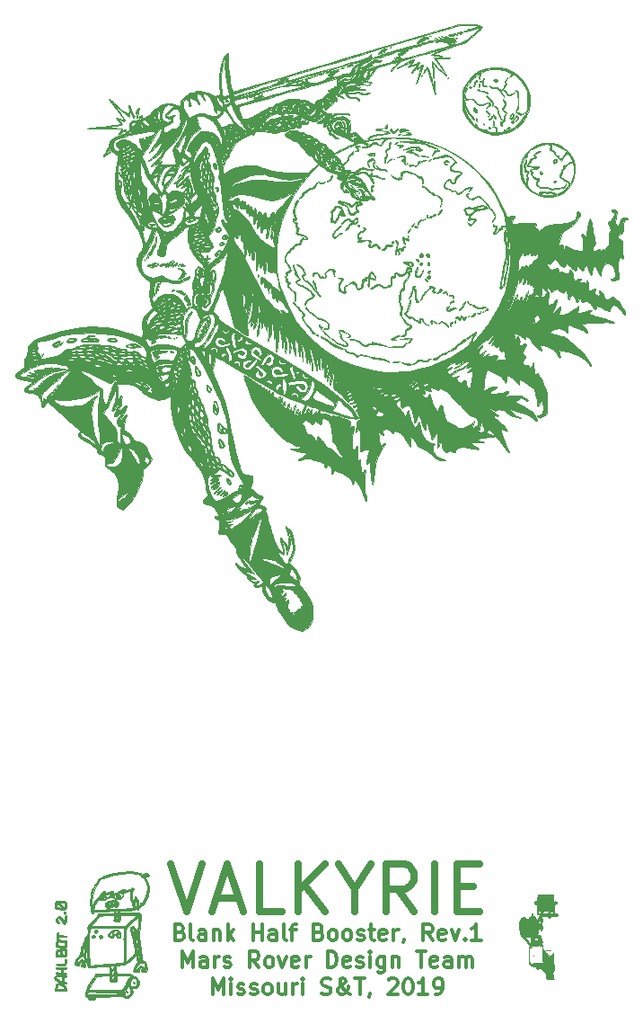
<source format=gbr>
G04 #@! TF.GenerationSoftware,KiCad,Pcbnew,(5.0.0)*
G04 #@! TF.CreationDate,2019-03-03T18:18:34-06:00*
G04 #@! TF.ProjectId,ValkyrieBoard_HalfBooster,56616C6B79726965426F6172645F4861,rev?*
G04 #@! TF.SameCoordinates,Original*
G04 #@! TF.FileFunction,Legend,Top*
G04 #@! TF.FilePolarity,Positive*
%FSLAX46Y46*%
G04 Gerber Fmt 4.6, Leading zero omitted, Abs format (unit mm)*
G04 Created by KiCad (PCBNEW (5.0.0)) date 03/03/19 18:18:34*
%MOMM*%
%LPD*%
G01*
G04 APERTURE LIST*
%ADD10C,0.700000*%
%ADD11C,0.300000*%
%ADD12C,0.010000*%
G04 APERTURE END LIST*
D10*
X135328285Y-98119714D02*
X136828285Y-102619714D01*
X138328285Y-98119714D01*
X139614000Y-101334000D02*
X141756857Y-101334000D01*
X139185428Y-102619714D02*
X140685428Y-98119714D01*
X142185428Y-102619714D01*
X145828285Y-102619714D02*
X143685428Y-102619714D01*
X143685428Y-98119714D01*
X147328285Y-102619714D02*
X147328285Y-98119714D01*
X149899714Y-102619714D02*
X147971142Y-100048285D01*
X149899714Y-98119714D02*
X147328285Y-100691142D01*
X152685428Y-100476857D02*
X152685428Y-102619714D01*
X151185428Y-98119714D02*
X152685428Y-100476857D01*
X154185428Y-98119714D01*
X158256857Y-102619714D02*
X156756857Y-100476857D01*
X155685428Y-102619714D02*
X155685428Y-98119714D01*
X157399714Y-98119714D01*
X157828285Y-98334000D01*
X158042571Y-98548285D01*
X158256857Y-98976857D01*
X158256857Y-99619714D01*
X158042571Y-100048285D01*
X157828285Y-100262571D01*
X157399714Y-100476857D01*
X155685428Y-100476857D01*
X160185428Y-102619714D02*
X160185428Y-98119714D01*
X162328285Y-100262571D02*
X163828285Y-100262571D01*
X164471142Y-102619714D02*
X162328285Y-102619714D01*
X162328285Y-98119714D01*
X164471142Y-98119714D01*
D11*
X136221142Y-104530857D02*
X136435428Y-104602285D01*
X136506857Y-104673714D01*
X136578285Y-104816571D01*
X136578285Y-105030857D01*
X136506857Y-105173714D01*
X136435428Y-105245142D01*
X136292571Y-105316571D01*
X135721142Y-105316571D01*
X135721142Y-103816571D01*
X136221142Y-103816571D01*
X136364000Y-103888000D01*
X136435428Y-103959428D01*
X136506857Y-104102285D01*
X136506857Y-104245142D01*
X136435428Y-104388000D01*
X136364000Y-104459428D01*
X136221142Y-104530857D01*
X135721142Y-104530857D01*
X137435428Y-105316571D02*
X137292571Y-105245142D01*
X137221142Y-105102285D01*
X137221142Y-103816571D01*
X138649714Y-105316571D02*
X138649714Y-104530857D01*
X138578285Y-104388000D01*
X138435428Y-104316571D01*
X138149714Y-104316571D01*
X138006857Y-104388000D01*
X138649714Y-105245142D02*
X138506857Y-105316571D01*
X138149714Y-105316571D01*
X138006857Y-105245142D01*
X137935428Y-105102285D01*
X137935428Y-104959428D01*
X138006857Y-104816571D01*
X138149714Y-104745142D01*
X138506857Y-104745142D01*
X138649714Y-104673714D01*
X139364000Y-104316571D02*
X139364000Y-105316571D01*
X139364000Y-104459428D02*
X139435428Y-104388000D01*
X139578285Y-104316571D01*
X139792571Y-104316571D01*
X139935428Y-104388000D01*
X140006857Y-104530857D01*
X140006857Y-105316571D01*
X140721142Y-105316571D02*
X140721142Y-103816571D01*
X140864000Y-104745142D02*
X141292571Y-105316571D01*
X141292571Y-104316571D02*
X140721142Y-104888000D01*
X143078285Y-105316571D02*
X143078285Y-103816571D01*
X143078285Y-104530857D02*
X143935428Y-104530857D01*
X143935428Y-105316571D02*
X143935428Y-103816571D01*
X145292571Y-105316571D02*
X145292571Y-104530857D01*
X145221142Y-104388000D01*
X145078285Y-104316571D01*
X144792571Y-104316571D01*
X144649714Y-104388000D01*
X145292571Y-105245142D02*
X145149714Y-105316571D01*
X144792571Y-105316571D01*
X144649714Y-105245142D01*
X144578285Y-105102285D01*
X144578285Y-104959428D01*
X144649714Y-104816571D01*
X144792571Y-104745142D01*
X145149714Y-104745142D01*
X145292571Y-104673714D01*
X146221142Y-105316571D02*
X146078285Y-105245142D01*
X146006857Y-105102285D01*
X146006857Y-103816571D01*
X146578285Y-104316571D02*
X147149714Y-104316571D01*
X146792571Y-105316571D02*
X146792571Y-104030857D01*
X146864000Y-103888000D01*
X147006857Y-103816571D01*
X147149714Y-103816571D01*
X149292571Y-104530857D02*
X149506857Y-104602285D01*
X149578285Y-104673714D01*
X149649714Y-104816571D01*
X149649714Y-105030857D01*
X149578285Y-105173714D01*
X149506857Y-105245142D01*
X149364000Y-105316571D01*
X148792571Y-105316571D01*
X148792571Y-103816571D01*
X149292571Y-103816571D01*
X149435428Y-103888000D01*
X149506857Y-103959428D01*
X149578285Y-104102285D01*
X149578285Y-104245142D01*
X149506857Y-104388000D01*
X149435428Y-104459428D01*
X149292571Y-104530857D01*
X148792571Y-104530857D01*
X150506857Y-105316571D02*
X150364000Y-105245142D01*
X150292571Y-105173714D01*
X150221142Y-105030857D01*
X150221142Y-104602285D01*
X150292571Y-104459428D01*
X150364000Y-104388000D01*
X150506857Y-104316571D01*
X150721142Y-104316571D01*
X150864000Y-104388000D01*
X150935428Y-104459428D01*
X151006857Y-104602285D01*
X151006857Y-105030857D01*
X150935428Y-105173714D01*
X150864000Y-105245142D01*
X150721142Y-105316571D01*
X150506857Y-105316571D01*
X151864000Y-105316571D02*
X151721142Y-105245142D01*
X151649714Y-105173714D01*
X151578285Y-105030857D01*
X151578285Y-104602285D01*
X151649714Y-104459428D01*
X151721142Y-104388000D01*
X151864000Y-104316571D01*
X152078285Y-104316571D01*
X152221142Y-104388000D01*
X152292571Y-104459428D01*
X152364000Y-104602285D01*
X152364000Y-105030857D01*
X152292571Y-105173714D01*
X152221142Y-105245142D01*
X152078285Y-105316571D01*
X151864000Y-105316571D01*
X152935428Y-105245142D02*
X153078285Y-105316571D01*
X153364000Y-105316571D01*
X153506857Y-105245142D01*
X153578285Y-105102285D01*
X153578285Y-105030857D01*
X153506857Y-104888000D01*
X153364000Y-104816571D01*
X153149714Y-104816571D01*
X153006857Y-104745142D01*
X152935428Y-104602285D01*
X152935428Y-104530857D01*
X153006857Y-104388000D01*
X153149714Y-104316571D01*
X153364000Y-104316571D01*
X153506857Y-104388000D01*
X154006857Y-104316571D02*
X154578285Y-104316571D01*
X154221142Y-103816571D02*
X154221142Y-105102285D01*
X154292571Y-105245142D01*
X154435428Y-105316571D01*
X154578285Y-105316571D01*
X155649714Y-105245142D02*
X155506857Y-105316571D01*
X155221142Y-105316571D01*
X155078285Y-105245142D01*
X155006857Y-105102285D01*
X155006857Y-104530857D01*
X155078285Y-104388000D01*
X155221142Y-104316571D01*
X155506857Y-104316571D01*
X155649714Y-104388000D01*
X155721142Y-104530857D01*
X155721142Y-104673714D01*
X155006857Y-104816571D01*
X156364000Y-105316571D02*
X156364000Y-104316571D01*
X156364000Y-104602285D02*
X156435428Y-104459428D01*
X156506857Y-104388000D01*
X156649714Y-104316571D01*
X156792571Y-104316571D01*
X157364000Y-105245142D02*
X157364000Y-105316571D01*
X157292571Y-105459428D01*
X157221142Y-105530857D01*
X160006857Y-105316571D02*
X159506857Y-104602285D01*
X159149714Y-105316571D02*
X159149714Y-103816571D01*
X159721142Y-103816571D01*
X159864000Y-103888000D01*
X159935428Y-103959428D01*
X160006857Y-104102285D01*
X160006857Y-104316571D01*
X159935428Y-104459428D01*
X159864000Y-104530857D01*
X159721142Y-104602285D01*
X159149714Y-104602285D01*
X161221142Y-105245142D02*
X161078285Y-105316571D01*
X160792571Y-105316571D01*
X160649714Y-105245142D01*
X160578285Y-105102285D01*
X160578285Y-104530857D01*
X160649714Y-104388000D01*
X160792571Y-104316571D01*
X161078285Y-104316571D01*
X161221142Y-104388000D01*
X161292571Y-104530857D01*
X161292571Y-104673714D01*
X160578285Y-104816571D01*
X161792571Y-104316571D02*
X162149714Y-105316571D01*
X162506857Y-104316571D01*
X163078285Y-105173714D02*
X163149714Y-105245142D01*
X163078285Y-105316571D01*
X163006857Y-105245142D01*
X163078285Y-105173714D01*
X163078285Y-105316571D01*
X164578285Y-105316571D02*
X163721142Y-105316571D01*
X164149714Y-105316571D02*
X164149714Y-103816571D01*
X164006857Y-104030857D01*
X163864000Y-104173714D01*
X163721142Y-104245142D01*
X136435428Y-107866571D02*
X136435428Y-106366571D01*
X136935428Y-107438000D01*
X137435428Y-106366571D01*
X137435428Y-107866571D01*
X138792571Y-107866571D02*
X138792571Y-107080857D01*
X138721142Y-106938000D01*
X138578285Y-106866571D01*
X138292571Y-106866571D01*
X138149714Y-106938000D01*
X138792571Y-107795142D02*
X138649714Y-107866571D01*
X138292571Y-107866571D01*
X138149714Y-107795142D01*
X138078285Y-107652285D01*
X138078285Y-107509428D01*
X138149714Y-107366571D01*
X138292571Y-107295142D01*
X138649714Y-107295142D01*
X138792571Y-107223714D01*
X139506857Y-107866571D02*
X139506857Y-106866571D01*
X139506857Y-107152285D02*
X139578285Y-107009428D01*
X139649714Y-106938000D01*
X139792571Y-106866571D01*
X139935428Y-106866571D01*
X140364000Y-107795142D02*
X140506857Y-107866571D01*
X140792571Y-107866571D01*
X140935428Y-107795142D01*
X141006857Y-107652285D01*
X141006857Y-107580857D01*
X140935428Y-107438000D01*
X140792571Y-107366571D01*
X140578285Y-107366571D01*
X140435428Y-107295142D01*
X140364000Y-107152285D01*
X140364000Y-107080857D01*
X140435428Y-106938000D01*
X140578285Y-106866571D01*
X140792571Y-106866571D01*
X140935428Y-106938000D01*
X143649714Y-107866571D02*
X143149714Y-107152285D01*
X142792571Y-107866571D02*
X142792571Y-106366571D01*
X143364000Y-106366571D01*
X143506857Y-106438000D01*
X143578285Y-106509428D01*
X143649714Y-106652285D01*
X143649714Y-106866571D01*
X143578285Y-107009428D01*
X143506857Y-107080857D01*
X143364000Y-107152285D01*
X142792571Y-107152285D01*
X144506857Y-107866571D02*
X144364000Y-107795142D01*
X144292571Y-107723714D01*
X144221142Y-107580857D01*
X144221142Y-107152285D01*
X144292571Y-107009428D01*
X144364000Y-106938000D01*
X144506857Y-106866571D01*
X144721142Y-106866571D01*
X144864000Y-106938000D01*
X144935428Y-107009428D01*
X145006857Y-107152285D01*
X145006857Y-107580857D01*
X144935428Y-107723714D01*
X144864000Y-107795142D01*
X144721142Y-107866571D01*
X144506857Y-107866571D01*
X145506857Y-106866571D02*
X145864000Y-107866571D01*
X146221142Y-106866571D01*
X147364000Y-107795142D02*
X147221142Y-107866571D01*
X146935428Y-107866571D01*
X146792571Y-107795142D01*
X146721142Y-107652285D01*
X146721142Y-107080857D01*
X146792571Y-106938000D01*
X146935428Y-106866571D01*
X147221142Y-106866571D01*
X147364000Y-106938000D01*
X147435428Y-107080857D01*
X147435428Y-107223714D01*
X146721142Y-107366571D01*
X148078285Y-107866571D02*
X148078285Y-106866571D01*
X148078285Y-107152285D02*
X148149714Y-107009428D01*
X148221142Y-106938000D01*
X148364000Y-106866571D01*
X148506857Y-106866571D01*
X150149714Y-107866571D02*
X150149714Y-106366571D01*
X150506857Y-106366571D01*
X150721142Y-106438000D01*
X150864000Y-106580857D01*
X150935428Y-106723714D01*
X151006857Y-107009428D01*
X151006857Y-107223714D01*
X150935428Y-107509428D01*
X150864000Y-107652285D01*
X150721142Y-107795142D01*
X150506857Y-107866571D01*
X150149714Y-107866571D01*
X152221142Y-107795142D02*
X152078285Y-107866571D01*
X151792571Y-107866571D01*
X151649714Y-107795142D01*
X151578285Y-107652285D01*
X151578285Y-107080857D01*
X151649714Y-106938000D01*
X151792571Y-106866571D01*
X152078285Y-106866571D01*
X152221142Y-106938000D01*
X152292571Y-107080857D01*
X152292571Y-107223714D01*
X151578285Y-107366571D01*
X152864000Y-107795142D02*
X153006857Y-107866571D01*
X153292571Y-107866571D01*
X153435428Y-107795142D01*
X153506857Y-107652285D01*
X153506857Y-107580857D01*
X153435428Y-107438000D01*
X153292571Y-107366571D01*
X153078285Y-107366571D01*
X152935428Y-107295142D01*
X152864000Y-107152285D01*
X152864000Y-107080857D01*
X152935428Y-106938000D01*
X153078285Y-106866571D01*
X153292571Y-106866571D01*
X153435428Y-106938000D01*
X154149714Y-107866571D02*
X154149714Y-106866571D01*
X154149714Y-106366571D02*
X154078285Y-106438000D01*
X154149714Y-106509428D01*
X154221142Y-106438000D01*
X154149714Y-106366571D01*
X154149714Y-106509428D01*
X155506857Y-106866571D02*
X155506857Y-108080857D01*
X155435428Y-108223714D01*
X155364000Y-108295142D01*
X155221142Y-108366571D01*
X155006857Y-108366571D01*
X154864000Y-108295142D01*
X155506857Y-107795142D02*
X155364000Y-107866571D01*
X155078285Y-107866571D01*
X154935428Y-107795142D01*
X154864000Y-107723714D01*
X154792571Y-107580857D01*
X154792571Y-107152285D01*
X154864000Y-107009428D01*
X154935428Y-106938000D01*
X155078285Y-106866571D01*
X155364000Y-106866571D01*
X155506857Y-106938000D01*
X156221142Y-106866571D02*
X156221142Y-107866571D01*
X156221142Y-107009428D02*
X156292571Y-106938000D01*
X156435428Y-106866571D01*
X156649714Y-106866571D01*
X156792571Y-106938000D01*
X156864000Y-107080857D01*
X156864000Y-107866571D01*
X158506857Y-106366571D02*
X159364000Y-106366571D01*
X158935428Y-107866571D02*
X158935428Y-106366571D01*
X160435428Y-107795142D02*
X160292571Y-107866571D01*
X160006857Y-107866571D01*
X159864000Y-107795142D01*
X159792571Y-107652285D01*
X159792571Y-107080857D01*
X159864000Y-106938000D01*
X160006857Y-106866571D01*
X160292571Y-106866571D01*
X160435428Y-106938000D01*
X160506857Y-107080857D01*
X160506857Y-107223714D01*
X159792571Y-107366571D01*
X161792571Y-107866571D02*
X161792571Y-107080857D01*
X161721142Y-106938000D01*
X161578285Y-106866571D01*
X161292571Y-106866571D01*
X161149714Y-106938000D01*
X161792571Y-107795142D02*
X161649714Y-107866571D01*
X161292571Y-107866571D01*
X161149714Y-107795142D01*
X161078285Y-107652285D01*
X161078285Y-107509428D01*
X161149714Y-107366571D01*
X161292571Y-107295142D01*
X161649714Y-107295142D01*
X161792571Y-107223714D01*
X162506857Y-107866571D02*
X162506857Y-106866571D01*
X162506857Y-107009428D02*
X162578285Y-106938000D01*
X162721142Y-106866571D01*
X162935428Y-106866571D01*
X163078285Y-106938000D01*
X163149714Y-107080857D01*
X163149714Y-107866571D01*
X163149714Y-107080857D02*
X163221142Y-106938000D01*
X163364000Y-106866571D01*
X163578285Y-106866571D01*
X163721142Y-106938000D01*
X163792571Y-107080857D01*
X163792571Y-107866571D01*
X139292571Y-110416571D02*
X139292571Y-108916571D01*
X139792571Y-109988000D01*
X140292571Y-108916571D01*
X140292571Y-110416571D01*
X141006857Y-110416571D02*
X141006857Y-109416571D01*
X141006857Y-108916571D02*
X140935428Y-108988000D01*
X141006857Y-109059428D01*
X141078285Y-108988000D01*
X141006857Y-108916571D01*
X141006857Y-109059428D01*
X141649714Y-110345142D02*
X141792571Y-110416571D01*
X142078285Y-110416571D01*
X142221142Y-110345142D01*
X142292571Y-110202285D01*
X142292571Y-110130857D01*
X142221142Y-109988000D01*
X142078285Y-109916571D01*
X141864000Y-109916571D01*
X141721142Y-109845142D01*
X141649714Y-109702285D01*
X141649714Y-109630857D01*
X141721142Y-109488000D01*
X141864000Y-109416571D01*
X142078285Y-109416571D01*
X142221142Y-109488000D01*
X142864000Y-110345142D02*
X143006857Y-110416571D01*
X143292571Y-110416571D01*
X143435428Y-110345142D01*
X143506857Y-110202285D01*
X143506857Y-110130857D01*
X143435428Y-109988000D01*
X143292571Y-109916571D01*
X143078285Y-109916571D01*
X142935428Y-109845142D01*
X142864000Y-109702285D01*
X142864000Y-109630857D01*
X142935428Y-109488000D01*
X143078285Y-109416571D01*
X143292571Y-109416571D01*
X143435428Y-109488000D01*
X144364000Y-110416571D02*
X144221142Y-110345142D01*
X144149714Y-110273714D01*
X144078285Y-110130857D01*
X144078285Y-109702285D01*
X144149714Y-109559428D01*
X144221142Y-109488000D01*
X144364000Y-109416571D01*
X144578285Y-109416571D01*
X144721142Y-109488000D01*
X144792571Y-109559428D01*
X144864000Y-109702285D01*
X144864000Y-110130857D01*
X144792571Y-110273714D01*
X144721142Y-110345142D01*
X144578285Y-110416571D01*
X144364000Y-110416571D01*
X146149714Y-109416571D02*
X146149714Y-110416571D01*
X145506857Y-109416571D02*
X145506857Y-110202285D01*
X145578285Y-110345142D01*
X145721142Y-110416571D01*
X145935428Y-110416571D01*
X146078285Y-110345142D01*
X146149714Y-110273714D01*
X146864000Y-110416571D02*
X146864000Y-109416571D01*
X146864000Y-109702285D02*
X146935428Y-109559428D01*
X147006857Y-109488000D01*
X147149714Y-109416571D01*
X147292571Y-109416571D01*
X147792571Y-110416571D02*
X147792571Y-109416571D01*
X147792571Y-108916571D02*
X147721142Y-108988000D01*
X147792571Y-109059428D01*
X147864000Y-108988000D01*
X147792571Y-108916571D01*
X147792571Y-109059428D01*
X149578285Y-110345142D02*
X149792571Y-110416571D01*
X150149714Y-110416571D01*
X150292571Y-110345142D01*
X150364000Y-110273714D01*
X150435428Y-110130857D01*
X150435428Y-109988000D01*
X150364000Y-109845142D01*
X150292571Y-109773714D01*
X150149714Y-109702285D01*
X149864000Y-109630857D01*
X149721142Y-109559428D01*
X149649714Y-109488000D01*
X149578285Y-109345142D01*
X149578285Y-109202285D01*
X149649714Y-109059428D01*
X149721142Y-108988000D01*
X149864000Y-108916571D01*
X150221142Y-108916571D01*
X150435428Y-108988000D01*
X152292571Y-110416571D02*
X152221142Y-110416571D01*
X152078285Y-110345142D01*
X151864000Y-110130857D01*
X151506857Y-109702285D01*
X151364000Y-109488000D01*
X151292571Y-109273714D01*
X151292571Y-109130857D01*
X151364000Y-108988000D01*
X151506857Y-108916571D01*
X151578285Y-108916571D01*
X151721142Y-108988000D01*
X151792571Y-109130857D01*
X151792571Y-109202285D01*
X151721142Y-109345142D01*
X151649714Y-109416571D01*
X151221142Y-109702285D01*
X151149714Y-109773714D01*
X151078285Y-109916571D01*
X151078285Y-110130857D01*
X151149714Y-110273714D01*
X151221142Y-110345142D01*
X151364000Y-110416571D01*
X151578285Y-110416571D01*
X151721142Y-110345142D01*
X151792571Y-110273714D01*
X152006857Y-109988000D01*
X152078285Y-109773714D01*
X152078285Y-109630857D01*
X152721142Y-108916571D02*
X153578285Y-108916571D01*
X153149714Y-110416571D02*
X153149714Y-108916571D01*
X154149714Y-110345142D02*
X154149714Y-110416571D01*
X154078285Y-110559428D01*
X154006857Y-110630857D01*
X155864000Y-109059428D02*
X155935428Y-108988000D01*
X156078285Y-108916571D01*
X156435428Y-108916571D01*
X156578285Y-108988000D01*
X156649714Y-109059428D01*
X156721142Y-109202285D01*
X156721142Y-109345142D01*
X156649714Y-109559428D01*
X155792571Y-110416571D01*
X156721142Y-110416571D01*
X157649714Y-108916571D02*
X157792571Y-108916571D01*
X157935428Y-108988000D01*
X158006857Y-109059428D01*
X158078285Y-109202285D01*
X158149714Y-109488000D01*
X158149714Y-109845142D01*
X158078285Y-110130857D01*
X158006857Y-110273714D01*
X157935428Y-110345142D01*
X157792571Y-110416571D01*
X157649714Y-110416571D01*
X157506857Y-110345142D01*
X157435428Y-110273714D01*
X157364000Y-110130857D01*
X157292571Y-109845142D01*
X157292571Y-109488000D01*
X157364000Y-109202285D01*
X157435428Y-109059428D01*
X157506857Y-108988000D01*
X157649714Y-108916571D01*
X159578285Y-110416571D02*
X158721142Y-110416571D01*
X159149714Y-110416571D02*
X159149714Y-108916571D01*
X159006857Y-109130857D01*
X158864000Y-109273714D01*
X158721142Y-109345142D01*
X160292571Y-110416571D02*
X160578285Y-110416571D01*
X160721142Y-110345142D01*
X160792571Y-110273714D01*
X160935428Y-110059428D01*
X161006857Y-109773714D01*
X161006857Y-109202285D01*
X160935428Y-109059428D01*
X160864000Y-108988000D01*
X160721142Y-108916571D01*
X160435428Y-108916571D01*
X160292571Y-108988000D01*
X160221142Y-109059428D01*
X160149714Y-109202285D01*
X160149714Y-109559428D01*
X160221142Y-109702285D01*
X160292571Y-109773714D01*
X160435428Y-109845142D01*
X160721142Y-109845142D01*
X160864000Y-109773714D01*
X160935428Y-109702285D01*
X161006857Y-109559428D01*
D12*
G04 #@! TO.C,G\002A\002A\002A*
G36*
X133823475Y-41613255D02*
X133782375Y-41654356D01*
X133741275Y-41613255D01*
X133782375Y-41572155D01*
X133823475Y-41613255D01*
X133823475Y-41613255D01*
G37*
X133823475Y-41613255D02*
X133782375Y-41654356D01*
X133741275Y-41613255D01*
X133782375Y-41572155D01*
X133823475Y-41613255D01*
G36*
X164525297Y-23805868D02*
X164518978Y-23816815D01*
X164468097Y-24005217D01*
X164470985Y-24083967D01*
X164457045Y-24204829D01*
X164421021Y-24227818D01*
X164366561Y-24159452D01*
X164359597Y-24062134D01*
X164422022Y-23872957D01*
X164481219Y-23794982D01*
X164554266Y-23737494D01*
X164525297Y-23805868D01*
X164525297Y-23805868D01*
G37*
X164525297Y-23805868D02*
X164518978Y-23816815D01*
X164468097Y-24005217D01*
X164470985Y-24083967D01*
X164457045Y-24204829D01*
X164421021Y-24227818D01*
X164366561Y-24159452D01*
X164359597Y-24062134D01*
X164422022Y-23872957D01*
X164481219Y-23794982D01*
X164554266Y-23737494D01*
X164525297Y-23805868D01*
G36*
X166053468Y-24229244D02*
X166127948Y-24349674D01*
X166128330Y-24359914D01*
X166069986Y-24459084D01*
X165921587Y-24453425D01*
X165800214Y-24394384D01*
X165725548Y-24299353D01*
X165737457Y-24278465D01*
X165827459Y-24278465D01*
X165840628Y-24310019D01*
X165949520Y-24389151D01*
X165973631Y-24392220D01*
X166018197Y-24341573D01*
X166005029Y-24310019D01*
X165896137Y-24230887D01*
X165872025Y-24227818D01*
X165827459Y-24278465D01*
X165737457Y-24278465D01*
X165765919Y-24228547D01*
X165905815Y-24179089D01*
X166053468Y-24229244D01*
X166053468Y-24229244D01*
G37*
X166053468Y-24229244D02*
X166127948Y-24349674D01*
X166128330Y-24359914D01*
X166069986Y-24459084D01*
X165921587Y-24453425D01*
X165800214Y-24394384D01*
X165725548Y-24299353D01*
X165737457Y-24278465D01*
X165827459Y-24278465D01*
X165840628Y-24310019D01*
X165949520Y-24389151D01*
X165973631Y-24392220D01*
X166018197Y-24341573D01*
X166005029Y-24310019D01*
X165896137Y-24230887D01*
X165872025Y-24227818D01*
X165827459Y-24278465D01*
X165737457Y-24278465D01*
X165765919Y-24228547D01*
X165905815Y-24179089D01*
X166053468Y-24229244D01*
G36*
X164626456Y-24424758D02*
X164601940Y-24462119D01*
X164518567Y-24467931D01*
X164430856Y-24447856D01*
X164468904Y-24418268D01*
X164597374Y-24408468D01*
X164626456Y-24424758D01*
X164626456Y-24424758D01*
G37*
X164626456Y-24424758D02*
X164601940Y-24462119D01*
X164518567Y-24467931D01*
X164430856Y-24447856D01*
X164468904Y-24418268D01*
X164597374Y-24408468D01*
X164626456Y-24424758D01*
G36*
X164884896Y-24166696D02*
X164854220Y-24201010D01*
X164793166Y-24324643D01*
X164760561Y-24527962D01*
X164760399Y-24531473D01*
X164773153Y-24719236D01*
X164860579Y-24803175D01*
X164965901Y-24827409D01*
X165096121Y-24850728D01*
X165076389Y-24863672D01*
X164922626Y-24873107D01*
X164759805Y-24872064D01*
X164689097Y-24818660D01*
X164679411Y-24668593D01*
X164688075Y-24538904D01*
X164730211Y-24302951D01*
X164804470Y-24172967D01*
X164825170Y-24162743D01*
X164884896Y-24166696D01*
X164884896Y-24166696D01*
G37*
X164884896Y-24166696D02*
X164854220Y-24201010D01*
X164793166Y-24324643D01*
X164760561Y-24527962D01*
X164760399Y-24531473D01*
X164773153Y-24719236D01*
X164860579Y-24803175D01*
X164965901Y-24827409D01*
X165096121Y-24850728D01*
X165076389Y-24863672D01*
X164922626Y-24873107D01*
X164759805Y-24872064D01*
X164689097Y-24818660D01*
X164679411Y-24668593D01*
X164688075Y-24538904D01*
X164730211Y-24302951D01*
X164804470Y-24172967D01*
X164825170Y-24162743D01*
X164884896Y-24166696D01*
G36*
X164233890Y-24302072D02*
X164237715Y-24347917D01*
X164173821Y-24458952D01*
X164115383Y-24474420D01*
X164021560Y-24540984D01*
X164012632Y-24650311D01*
X163978710Y-24806913D01*
X163908912Y-24862070D01*
X163831115Y-24875904D01*
X163897473Y-24819666D01*
X163898893Y-24818671D01*
X163966641Y-24702783D01*
X163951802Y-24641716D01*
X163961269Y-24519337D01*
X164064571Y-24382722D01*
X164187765Y-24283471D01*
X164233890Y-24302072D01*
X164233890Y-24302072D01*
G37*
X164233890Y-24302072D02*
X164237715Y-24347917D01*
X164173821Y-24458952D01*
X164115383Y-24474420D01*
X164021560Y-24540984D01*
X164012632Y-24650311D01*
X163978710Y-24806913D01*
X163908912Y-24862070D01*
X163831115Y-24875904D01*
X163897473Y-24819666D01*
X163898893Y-24818671D01*
X163966641Y-24702783D01*
X163951802Y-24641716D01*
X163961269Y-24519337D01*
X164064571Y-24382722D01*
X164187765Y-24283471D01*
X164233890Y-24302072D01*
G36*
X164413397Y-24604693D02*
X164456768Y-24710742D01*
X164445092Y-24877045D01*
X164385386Y-25011620D01*
X164382092Y-25015049D01*
X164348704Y-24981722D01*
X164337242Y-24830960D01*
X164337602Y-24814495D01*
X164361382Y-24652942D01*
X164409403Y-24602655D01*
X164413397Y-24604693D01*
X164413397Y-24604693D01*
G37*
X164413397Y-24604693D02*
X164456768Y-24710742D01*
X164445092Y-24877045D01*
X164385386Y-25011620D01*
X164382092Y-25015049D01*
X164348704Y-24981722D01*
X164337242Y-24830960D01*
X164337602Y-24814495D01*
X164361382Y-24652942D01*
X164409403Y-24602655D01*
X164413397Y-24604693D01*
G36*
X163685478Y-24943893D02*
X163692865Y-24984688D01*
X163580915Y-25047254D01*
X163464192Y-24979246D01*
X163459883Y-24972599D01*
X163486065Y-24915718D01*
X163572638Y-24907462D01*
X163685478Y-24943893D01*
X163685478Y-24943893D01*
G37*
X163685478Y-24943893D02*
X163692865Y-24984688D01*
X163580915Y-25047254D01*
X163464192Y-24979246D01*
X163459883Y-24972599D01*
X163486065Y-24915718D01*
X163572638Y-24907462D01*
X163685478Y-24943893D01*
G36*
X164361016Y-25184500D02*
X164469173Y-25242845D01*
X164484317Y-25264121D01*
X164417193Y-25292856D01*
X164361016Y-25296427D01*
X164251605Y-25253409D01*
X164237715Y-25216806D01*
X164297969Y-25171578D01*
X164361016Y-25184500D01*
X164361016Y-25184500D01*
G37*
X164361016Y-25184500D02*
X164469173Y-25242845D01*
X164484317Y-25264121D01*
X164417193Y-25292856D01*
X164361016Y-25296427D01*
X164251605Y-25253409D01*
X164237715Y-25216806D01*
X164297969Y-25171578D01*
X164361016Y-25184500D01*
G36*
X164813119Y-25351274D02*
X165065774Y-25414165D01*
X165204053Y-25498903D01*
X165203935Y-25590189D01*
X165198093Y-25596459D01*
X165144748Y-25593840D01*
X165141922Y-25571226D01*
X165071051Y-25498380D01*
X164894784Y-25417993D01*
X164833670Y-25398212D01*
X164525417Y-25306601D01*
X164813119Y-25351274D01*
X164813119Y-25351274D01*
G37*
X164813119Y-25351274D02*
X165065774Y-25414165D01*
X165204053Y-25498903D01*
X165203935Y-25590189D01*
X165198093Y-25596459D01*
X165144748Y-25593840D01*
X165141922Y-25571226D01*
X165071051Y-25498380D01*
X164894784Y-25417993D01*
X164833670Y-25398212D01*
X164525417Y-25306601D01*
X164813119Y-25351274D01*
G36*
X167016883Y-24182583D02*
X166998966Y-24204207D01*
X166909256Y-24378786D01*
X166905687Y-24541139D01*
X166985214Y-24633418D01*
X167021836Y-24638822D01*
X167018389Y-24690878D01*
X166922230Y-24822862D01*
X166848174Y-24905974D01*
X166700582Y-25070965D01*
X166659116Y-25153806D01*
X166714108Y-25189050D01*
X166766363Y-25198380D01*
X166921433Y-25295606D01*
X166986156Y-25427952D01*
X167091267Y-25628510D01*
X167267142Y-25681163D01*
X167505825Y-25588289D01*
X167731242Y-25451071D01*
X167537184Y-25620351D01*
X167301663Y-25766962D01*
X167112360Y-25756118D01*
X166970094Y-25587914D01*
X166953578Y-25550856D01*
X166831517Y-25366946D01*
X166683976Y-25267442D01*
X166581617Y-25232169D01*
X166567602Y-25173509D01*
X166646859Y-25048535D01*
X166720263Y-24951363D01*
X166848989Y-24754123D01*
X166871795Y-24617328D01*
X166837182Y-24537213D01*
X166798841Y-24412296D01*
X166874013Y-24282132D01*
X166948426Y-24208411D01*
X167079260Y-24089002D01*
X167098958Y-24080652D01*
X167016883Y-24182583D01*
X167016883Y-24182583D01*
G37*
X167016883Y-24182583D02*
X166998966Y-24204207D01*
X166909256Y-24378786D01*
X166905687Y-24541139D01*
X166985214Y-24633418D01*
X167021836Y-24638822D01*
X167018389Y-24690878D01*
X166922230Y-24822862D01*
X166848174Y-24905974D01*
X166700582Y-25070965D01*
X166659116Y-25153806D01*
X166714108Y-25189050D01*
X166766363Y-25198380D01*
X166921433Y-25295606D01*
X166986156Y-25427952D01*
X167091267Y-25628510D01*
X167267142Y-25681163D01*
X167505825Y-25588289D01*
X167731242Y-25451071D01*
X167537184Y-25620351D01*
X167301663Y-25766962D01*
X167112360Y-25756118D01*
X166970094Y-25587914D01*
X166953578Y-25550856D01*
X166831517Y-25366946D01*
X166683976Y-25267442D01*
X166581617Y-25232169D01*
X166567602Y-25173509D01*
X166646859Y-25048535D01*
X166720263Y-24951363D01*
X166848989Y-24754123D01*
X166871795Y-24617328D01*
X166837182Y-24537213D01*
X166798841Y-24412296D01*
X166874013Y-24282132D01*
X166948426Y-24208411D01*
X167079260Y-24089002D01*
X167098958Y-24080652D01*
X167016883Y-24182583D01*
G36*
X165461257Y-24873214D02*
X165467198Y-24882531D01*
X165615345Y-24969880D01*
X165876942Y-24989637D01*
X166084370Y-24998356D01*
X166201130Y-25036226D01*
X166210530Y-25054180D01*
X166276778Y-25124133D01*
X166328292Y-25132026D01*
X166441007Y-25201163D01*
X166502416Y-25316977D01*
X166602662Y-25531077D01*
X166680792Y-25641023D01*
X166760929Y-25794716D01*
X166759760Y-25887625D01*
X166722585Y-25926719D01*
X166710224Y-25851281D01*
X166670467Y-25729075D01*
X166631506Y-25707430D01*
X166553740Y-25639538D01*
X166463000Y-25474718D01*
X166457132Y-25460828D01*
X166355099Y-25290599D01*
X166247170Y-25214504D01*
X166241658Y-25214226D01*
X166138854Y-25164713D01*
X166128330Y-25128914D01*
X166059463Y-25068542D01*
X165943378Y-25059498D01*
X165625155Y-25066860D01*
X165446243Y-25018191D01*
X165389779Y-24908813D01*
X165389783Y-24905974D01*
X165403963Y-24811848D01*
X165461257Y-24873214D01*
X165461257Y-24873214D01*
G37*
X165461257Y-24873214D02*
X165467198Y-24882531D01*
X165615345Y-24969880D01*
X165876942Y-24989637D01*
X166084370Y-24998356D01*
X166201130Y-25036226D01*
X166210530Y-25054180D01*
X166276778Y-25124133D01*
X166328292Y-25132026D01*
X166441007Y-25201163D01*
X166502416Y-25316977D01*
X166602662Y-25531077D01*
X166680792Y-25641023D01*
X166760929Y-25794716D01*
X166759760Y-25887625D01*
X166722585Y-25926719D01*
X166710224Y-25851281D01*
X166670467Y-25729075D01*
X166631506Y-25707430D01*
X166553740Y-25639538D01*
X166463000Y-25474718D01*
X166457132Y-25460828D01*
X166355099Y-25290599D01*
X166247170Y-25214504D01*
X166241658Y-25214226D01*
X166138854Y-25164713D01*
X166128330Y-25128914D01*
X166059463Y-25068542D01*
X165943378Y-25059498D01*
X165625155Y-25066860D01*
X165446243Y-25018191D01*
X165389779Y-24908813D01*
X165389783Y-24905974D01*
X165403963Y-24811848D01*
X165461257Y-24873214D01*
G36*
X165186795Y-25822761D02*
X165314752Y-25933268D01*
X165369475Y-25967243D01*
X165455426Y-26047233D01*
X165586290Y-26210977D01*
X165622295Y-26261095D01*
X165739291Y-26460260D01*
X165751582Y-26600043D01*
X165718152Y-26672098D01*
X165655479Y-26761358D01*
X165658039Y-26706694D01*
X165675904Y-26638288D01*
X165664017Y-26455592D01*
X165577078Y-26373636D01*
X165488867Y-26305518D01*
X165501340Y-26285334D01*
X165528962Y-26242983D01*
X165458054Y-26147636D01*
X165326886Y-26037480D01*
X165173724Y-25950702D01*
X165160904Y-25945623D01*
X165034175Y-25863216D01*
X165018916Y-25789154D01*
X165109007Y-25765784D01*
X165186795Y-25822761D01*
X165186795Y-25822761D01*
G37*
X165186795Y-25822761D02*
X165314752Y-25933268D01*
X165369475Y-25967243D01*
X165455426Y-26047233D01*
X165586290Y-26210977D01*
X165622295Y-26261095D01*
X165739291Y-26460260D01*
X165751582Y-26600043D01*
X165718152Y-26672098D01*
X165655479Y-26761358D01*
X165658039Y-26706694D01*
X165675904Y-26638288D01*
X165664017Y-26455592D01*
X165577078Y-26373636D01*
X165488867Y-26305518D01*
X165501340Y-26285334D01*
X165528962Y-26242983D01*
X165458054Y-26147636D01*
X165326886Y-26037480D01*
X165173724Y-25950702D01*
X165160904Y-25945623D01*
X165034175Y-25863216D01*
X165018916Y-25789154D01*
X165109007Y-25765784D01*
X165186795Y-25822761D01*
G36*
X163849268Y-26071458D02*
X163982537Y-26194560D01*
X164027062Y-26272873D01*
X164225299Y-26517564D01*
X164484687Y-26611108D01*
X164798311Y-26552009D01*
X164957015Y-26474229D01*
X165194725Y-26386528D01*
X165369838Y-26403541D01*
X165457789Y-26496376D01*
X165434015Y-26636141D01*
X165273950Y-26793943D01*
X165244673Y-26812564D01*
X165018621Y-26950197D01*
X165203573Y-26788291D01*
X165336390Y-26644629D01*
X165388524Y-26536811D01*
X165326144Y-26460877D01*
X165181273Y-26455866D01*
X165017316Y-26516922D01*
X164948163Y-26570537D01*
X164733029Y-26680530D01*
X164464525Y-26677971D01*
X164203493Y-26568561D01*
X164110678Y-26492073D01*
X163974382Y-26334442D01*
X163909736Y-26217699D01*
X163908912Y-26209578D01*
X163836994Y-26145691D01*
X163661838Y-26098415D01*
X163641760Y-26095696D01*
X163374608Y-26062543D01*
X163639649Y-26049388D01*
X163849268Y-26071458D01*
X163849268Y-26071458D01*
G37*
X163849268Y-26071458D02*
X163982537Y-26194560D01*
X164027062Y-26272873D01*
X164225299Y-26517564D01*
X164484687Y-26611108D01*
X164798311Y-26552009D01*
X164957015Y-26474229D01*
X165194725Y-26386528D01*
X165369838Y-26403541D01*
X165457789Y-26496376D01*
X165434015Y-26636141D01*
X165273950Y-26793943D01*
X165244673Y-26812564D01*
X165018621Y-26950197D01*
X165203573Y-26788291D01*
X165336390Y-26644629D01*
X165388524Y-26536811D01*
X165326144Y-26460877D01*
X165181273Y-26455866D01*
X165017316Y-26516922D01*
X164948163Y-26570537D01*
X164733029Y-26680530D01*
X164464525Y-26677971D01*
X164203493Y-26568561D01*
X164110678Y-26492073D01*
X163974382Y-26334442D01*
X163909736Y-26217699D01*
X163908912Y-26209578D01*
X163836994Y-26145691D01*
X163661838Y-26098415D01*
X163641760Y-26095696D01*
X163374608Y-26062543D01*
X163639649Y-26049388D01*
X163849268Y-26071458D01*
G36*
X167998631Y-25323085D02*
X168065721Y-25445208D01*
X168107875Y-25667476D01*
X168129213Y-26016528D01*
X168132756Y-26190830D01*
X168132636Y-26557390D01*
X168116701Y-26797787D01*
X168078538Y-26949993D01*
X168011729Y-27051976D01*
X167982346Y-27081041D01*
X167872971Y-27179032D01*
X167873450Y-27162649D01*
X167941246Y-27071657D01*
X168008800Y-26908011D01*
X168048924Y-26657204D01*
X168063757Y-26355469D01*
X168055438Y-26039036D01*
X168026105Y-25744138D01*
X167977897Y-25507007D01*
X167912953Y-25363876D01*
X167839433Y-25346866D01*
X167786231Y-25354703D01*
X167810469Y-25301239D01*
X167887589Y-25245907D01*
X167998631Y-25323085D01*
X167998631Y-25323085D01*
G37*
X167998631Y-25323085D02*
X168065721Y-25445208D01*
X168107875Y-25667476D01*
X168129213Y-26016528D01*
X168132756Y-26190830D01*
X168132636Y-26557390D01*
X168116701Y-26797787D01*
X168078538Y-26949993D01*
X168011729Y-27051976D01*
X167982346Y-27081041D01*
X167872971Y-27179032D01*
X167873450Y-27162649D01*
X167941246Y-27071657D01*
X168008800Y-26908011D01*
X168048924Y-26657204D01*
X168063757Y-26355469D01*
X168055438Y-26039036D01*
X168026105Y-25744138D01*
X167977897Y-25507007D01*
X167912953Y-25363876D01*
X167839433Y-25346866D01*
X167786231Y-25354703D01*
X167810469Y-25301239D01*
X167887589Y-25245907D01*
X167998631Y-25323085D01*
G36*
X166685934Y-26113840D02*
X166796993Y-26237122D01*
X166904378Y-26385609D01*
X166928741Y-26498588D01*
X166872485Y-26648258D01*
X166814396Y-26760324D01*
X166656340Y-27060465D01*
X166864988Y-27244457D01*
X167006810Y-27381147D01*
X167026000Y-27425506D01*
X166935683Y-27377932D01*
X166751730Y-27241024D01*
X166599441Y-27088660D01*
X166598997Y-26996333D01*
X166607879Y-26989979D01*
X166689848Y-26865536D01*
X166703734Y-26778037D01*
X166749206Y-26633967D01*
X166801383Y-26592788D01*
X166844023Y-26523375D01*
X166765218Y-26369235D01*
X166760283Y-26362146D01*
X166649675Y-26179426D01*
X166626756Y-26090310D01*
X166685934Y-26113840D01*
X166685934Y-26113840D01*
G37*
X166685934Y-26113840D02*
X166796993Y-26237122D01*
X166904378Y-26385609D01*
X166928741Y-26498588D01*
X166872485Y-26648258D01*
X166814396Y-26760324D01*
X166656340Y-27060465D01*
X166864988Y-27244457D01*
X167006810Y-27381147D01*
X167026000Y-27425506D01*
X166935683Y-27377932D01*
X166751730Y-27241024D01*
X166599441Y-27088660D01*
X166598997Y-26996333D01*
X166607879Y-26989979D01*
X166689848Y-26865536D01*
X166703734Y-26778037D01*
X166749206Y-26633967D01*
X166801383Y-26592788D01*
X166844023Y-26523375D01*
X166765218Y-26369235D01*
X166760283Y-26362146D01*
X166649675Y-26179426D01*
X166626756Y-26090310D01*
X166685934Y-26113840D01*
G36*
X164060613Y-26922932D02*
X164156403Y-27065402D01*
X164218007Y-27259137D01*
X164179237Y-27368928D01*
X164067814Y-27366094D01*
X163954541Y-27274246D01*
X163867565Y-27112392D01*
X163866802Y-27080231D01*
X163917756Y-27080231D01*
X163980228Y-27209971D01*
X164073626Y-27269242D01*
X164117605Y-27219510D01*
X164069546Y-27097801D01*
X163983874Y-26982992D01*
X163933198Y-26970955D01*
X163917756Y-27080231D01*
X163866802Y-27080231D01*
X163863822Y-26954711D01*
X163940304Y-26863429D01*
X163974643Y-26858239D01*
X164060613Y-26922932D01*
X164060613Y-26922932D01*
G37*
X164060613Y-26922932D02*
X164156403Y-27065402D01*
X164218007Y-27259137D01*
X164179237Y-27368928D01*
X164067814Y-27366094D01*
X163954541Y-27274246D01*
X163867565Y-27112392D01*
X163866802Y-27080231D01*
X163917756Y-27080231D01*
X163980228Y-27209971D01*
X164073626Y-27269242D01*
X164117605Y-27219510D01*
X164069546Y-27097801D01*
X163983874Y-26982992D01*
X163933198Y-26970955D01*
X163917756Y-27080231D01*
X163866802Y-27080231D01*
X163863822Y-26954711D01*
X163940304Y-26863429D01*
X163974643Y-26858239D01*
X164060613Y-26922932D01*
G36*
X168605793Y-27428765D02*
X168448906Y-27553018D01*
X168331113Y-27576211D01*
X168170967Y-27506757D01*
X168120240Y-27478929D01*
X167956641Y-27379256D01*
X167876143Y-27318243D01*
X167881403Y-27292258D01*
X167979734Y-27319406D01*
X168117083Y-27379458D01*
X168239399Y-27452186D01*
X168244585Y-27456128D01*
X168400481Y-27476387D01*
X168573388Y-27397388D01*
X168799851Y-27259485D01*
X168605793Y-27428765D01*
X168605793Y-27428765D01*
G37*
X168605793Y-27428765D02*
X168448906Y-27553018D01*
X168331113Y-27576211D01*
X168170967Y-27506757D01*
X168120240Y-27478929D01*
X167956641Y-27379256D01*
X167876143Y-27318243D01*
X167881403Y-27292258D01*
X167979734Y-27319406D01*
X168117083Y-27379458D01*
X168239399Y-27452186D01*
X168244585Y-27456128D01*
X168400481Y-27476387D01*
X168573388Y-27397388D01*
X168799851Y-27259485D01*
X168605793Y-27428765D01*
G36*
X165087470Y-27176017D02*
X165185497Y-27237323D01*
X165314804Y-27358021D01*
X165389850Y-27490625D01*
X165387275Y-27583096D01*
X165347424Y-27598045D01*
X165310877Y-27530984D01*
X165306323Y-27474744D01*
X165245041Y-27365664D01*
X165191817Y-27351443D01*
X165064980Y-27285126D01*
X165029891Y-27227869D01*
X165016252Y-27154182D01*
X165087470Y-27176017D01*
X165087470Y-27176017D01*
G37*
X165087470Y-27176017D02*
X165185497Y-27237323D01*
X165314804Y-27358021D01*
X165389850Y-27490625D01*
X165387275Y-27583096D01*
X165347424Y-27598045D01*
X165310877Y-27530984D01*
X165306323Y-27474744D01*
X165245041Y-27365664D01*
X165191817Y-27351443D01*
X165064980Y-27285126D01*
X165029891Y-27227869D01*
X165016252Y-27154182D01*
X165087470Y-27176017D01*
G36*
X165306323Y-27721346D02*
X165265223Y-27762446D01*
X165224123Y-27721346D01*
X165265223Y-27680246D01*
X165306323Y-27721346D01*
X165306323Y-27721346D01*
G37*
X165306323Y-27721346D02*
X165265223Y-27762446D01*
X165224123Y-27721346D01*
X165265223Y-27680246D01*
X165306323Y-27721346D01*
G36*
X167604341Y-27472519D02*
X167685316Y-27602671D01*
X167649901Y-27773867D01*
X167546291Y-27894621D01*
X167380526Y-27994007D01*
X167298864Y-27961112D01*
X167279139Y-27813612D01*
X167289246Y-27773169D01*
X167361340Y-27773169D01*
X167374127Y-27886102D01*
X167438952Y-27859049D01*
X167489881Y-27810049D01*
X167571354Y-27675226D01*
X167566402Y-27597335D01*
X167477801Y-27545574D01*
X167395609Y-27618746D01*
X167361340Y-27773169D01*
X167289246Y-27773169D01*
X167326447Y-27624321D01*
X167438790Y-27490393D01*
X167571793Y-27458372D01*
X167604341Y-27472519D01*
X167604341Y-27472519D01*
G37*
X167604341Y-27472519D02*
X167685316Y-27602671D01*
X167649901Y-27773867D01*
X167546291Y-27894621D01*
X167380526Y-27994007D01*
X167298864Y-27961112D01*
X167279139Y-27813612D01*
X167289246Y-27773169D01*
X167361340Y-27773169D01*
X167374127Y-27886102D01*
X167438952Y-27859049D01*
X167489881Y-27810049D01*
X167571354Y-27675226D01*
X167566402Y-27597335D01*
X167477801Y-27545574D01*
X167395609Y-27618746D01*
X167361340Y-27773169D01*
X167289246Y-27773169D01*
X167326447Y-27624321D01*
X167438790Y-27490393D01*
X167571793Y-27458372D01*
X167604341Y-27472519D01*
G36*
X165809544Y-27565013D02*
X165882907Y-27685288D01*
X165939726Y-27829979D01*
X165948709Y-27928718D01*
X165901805Y-27919240D01*
X165824111Y-27793002D01*
X165820939Y-27786298D01*
X165758314Y-27620954D01*
X165752629Y-27535343D01*
X165809544Y-27565013D01*
X165809544Y-27565013D01*
G37*
X165809544Y-27565013D02*
X165882907Y-27685288D01*
X165939726Y-27829979D01*
X165948709Y-27928718D01*
X165901805Y-27919240D01*
X165824111Y-27793002D01*
X165820939Y-27786298D01*
X165758314Y-27620954D01*
X165752629Y-27535343D01*
X165809544Y-27565013D01*
G36*
X165605739Y-27705659D02*
X165609669Y-27801796D01*
X165517572Y-27915941D01*
X165381402Y-27994480D01*
X165316808Y-28003838D01*
X165261308Y-27981919D01*
X165365004Y-27925483D01*
X165367974Y-27924286D01*
X165510607Y-27830964D01*
X165552925Y-27751395D01*
X165584549Y-27692798D01*
X165605739Y-27705659D01*
X165605739Y-27705659D01*
G37*
X165605739Y-27705659D02*
X165609669Y-27801796D01*
X165517572Y-27915941D01*
X165381402Y-27994480D01*
X165316808Y-28003838D01*
X165261308Y-27981919D01*
X165365004Y-27925483D01*
X165367974Y-27924286D01*
X165510607Y-27830964D01*
X165552925Y-27751395D01*
X165584549Y-27692798D01*
X165605739Y-27705659D01*
G36*
X165920578Y-26720626D02*
X166038251Y-26836587D01*
X166152412Y-27028435D01*
X166234659Y-27256350D01*
X166245348Y-27305761D01*
X166319117Y-27570507D01*
X166420721Y-27798156D01*
X166433146Y-27818130D01*
X166514471Y-27970157D01*
X166525597Y-28050185D01*
X166464748Y-28013653D01*
X166365670Y-27876153D01*
X166357602Y-27862668D01*
X166250769Y-27623606D01*
X166171080Y-27347586D01*
X166167824Y-27330893D01*
X166113689Y-27133304D01*
X166051529Y-27027989D01*
X166036981Y-27022640D01*
X165972129Y-26955927D01*
X165963929Y-26899339D01*
X165912322Y-26790069D01*
X165868028Y-26776039D01*
X165813695Y-26742185D01*
X165827796Y-26720370D01*
X165920578Y-26720626D01*
X165920578Y-26720626D01*
G37*
X165920578Y-26720626D02*
X166038251Y-26836587D01*
X166152412Y-27028435D01*
X166234659Y-27256350D01*
X166245348Y-27305761D01*
X166319117Y-27570507D01*
X166420721Y-27798156D01*
X166433146Y-27818130D01*
X166514471Y-27970157D01*
X166525597Y-28050185D01*
X166464748Y-28013653D01*
X166365670Y-27876153D01*
X166357602Y-27862668D01*
X166250769Y-27623606D01*
X166171080Y-27347586D01*
X166167824Y-27330893D01*
X166113689Y-27133304D01*
X166051529Y-27027989D01*
X166036981Y-27022640D01*
X165972129Y-26955927D01*
X165963929Y-26899339D01*
X165912322Y-26790069D01*
X165868028Y-26776039D01*
X165813695Y-26742185D01*
X165827796Y-26720370D01*
X165920578Y-26720626D01*
G36*
X168010290Y-27650035D02*
X168087383Y-27793757D01*
X168060666Y-27969899D01*
X167950840Y-28120786D01*
X167828767Y-28173450D01*
X167815059Y-28135060D01*
X167893289Y-28062035D01*
X168000332Y-27916454D01*
X167982967Y-27794883D01*
X167930914Y-27692846D01*
X167886273Y-27733127D01*
X167848959Y-27824097D01*
X167755203Y-27966513D01*
X167672241Y-28007790D01*
X167616573Y-27982137D01*
X167655038Y-27946139D01*
X167757108Y-27822134D01*
X167798932Y-27735060D01*
X167894605Y-27626265D01*
X168010290Y-27650035D01*
X168010290Y-27650035D01*
G37*
X168010290Y-27650035D02*
X168087383Y-27793757D01*
X168060666Y-27969899D01*
X167950840Y-28120786D01*
X167828767Y-28173450D01*
X167815059Y-28135060D01*
X167893289Y-28062035D01*
X168000332Y-27916454D01*
X167982967Y-27794883D01*
X167930914Y-27692846D01*
X167886273Y-27733127D01*
X167848959Y-27824097D01*
X167755203Y-27966513D01*
X167672241Y-28007790D01*
X167616573Y-27982137D01*
X167655038Y-27946139D01*
X167757108Y-27822134D01*
X167798932Y-27735060D01*
X167894605Y-27626265D01*
X168010290Y-27650035D01*
G36*
X164162491Y-28000432D02*
X164210391Y-28159041D01*
X164208535Y-28230029D01*
X164157149Y-28195597D01*
X164124569Y-28129171D01*
X164081845Y-27958318D01*
X164078524Y-27899574D01*
X164106511Y-27891026D01*
X164162491Y-28000432D01*
X164162491Y-28000432D01*
G37*
X164162491Y-28000432D02*
X164210391Y-28159041D01*
X164208535Y-28230029D01*
X164157149Y-28195597D01*
X164124569Y-28129171D01*
X164081845Y-27958318D01*
X164078524Y-27899574D01*
X164106511Y-27891026D01*
X164162491Y-28000432D01*
G36*
X167631729Y-28144768D02*
X167628115Y-28262927D01*
X167565936Y-28338602D01*
X167472133Y-28390600D01*
X167444181Y-28304391D01*
X167443540Y-28265715D01*
X167454852Y-28214550D01*
X167525741Y-28214550D01*
X167566841Y-28255650D01*
X167607941Y-28214550D01*
X167566841Y-28173450D01*
X167525741Y-28214550D01*
X167454852Y-28214550D01*
X167474267Y-28126740D01*
X167520890Y-28091249D01*
X167631729Y-28144768D01*
X167631729Y-28144768D01*
G37*
X167631729Y-28144768D02*
X167628115Y-28262927D01*
X167565936Y-28338602D01*
X167472133Y-28390600D01*
X167444181Y-28304391D01*
X167443540Y-28265715D01*
X167454852Y-28214550D01*
X167525741Y-28214550D01*
X167566841Y-28255650D01*
X167607941Y-28214550D01*
X167566841Y-28173450D01*
X167525741Y-28214550D01*
X167454852Y-28214550D01*
X167474267Y-28126740D01*
X167520890Y-28091249D01*
X167631729Y-28144768D01*
G36*
X164800419Y-28371102D02*
X164888665Y-28453869D01*
X164870562Y-28501452D01*
X164859071Y-28502252D01*
X164789544Y-28443867D01*
X164764170Y-28407351D01*
X164754481Y-28351101D01*
X164800419Y-28371102D01*
X164800419Y-28371102D01*
G37*
X164800419Y-28371102D02*
X164888665Y-28453869D01*
X164870562Y-28501452D01*
X164859071Y-28502252D01*
X164789544Y-28443867D01*
X164764170Y-28407351D01*
X164754481Y-28351101D01*
X164800419Y-28371102D01*
G36*
X165749927Y-28100526D02*
X165781394Y-28251203D01*
X165785324Y-28297088D01*
X165788150Y-28511178D01*
X165763983Y-28576161D01*
X165721778Y-28486144D01*
X165692132Y-28358401D01*
X165678638Y-28172708D01*
X165706872Y-28071037D01*
X165749927Y-28100526D01*
X165749927Y-28100526D01*
G37*
X165749927Y-28100526D02*
X165781394Y-28251203D01*
X165785324Y-28297088D01*
X165788150Y-28511178D01*
X165763983Y-28576161D01*
X165721778Y-28486144D01*
X165692132Y-28358401D01*
X165678638Y-28172708D01*
X165706872Y-28071037D01*
X165749927Y-28100526D01*
G36*
X166899082Y-27552508D02*
X166873402Y-27568889D01*
X166829474Y-27669407D01*
X166839005Y-27842847D01*
X166843868Y-28035411D01*
X166739570Y-28153168D01*
X166708543Y-28170876D01*
X166577682Y-28300250D01*
X166579827Y-28418140D01*
X166586304Y-28565126D01*
X166552022Y-28617711D01*
X166476189Y-28588033D01*
X166426500Y-28480777D01*
X166380678Y-28268064D01*
X166397021Y-28190680D01*
X166437489Y-28202409D01*
X166563102Y-28200951D01*
X166685077Y-28089093D01*
X166762388Y-27916530D01*
X166769792Y-27799884D01*
X166784813Y-27619765D01*
X166849641Y-27551182D01*
X166899082Y-27552508D01*
X166899082Y-27552508D01*
G37*
X166899082Y-27552508D02*
X166873402Y-27568889D01*
X166829474Y-27669407D01*
X166839005Y-27842847D01*
X166843868Y-28035411D01*
X166739570Y-28153168D01*
X166708543Y-28170876D01*
X166577682Y-28300250D01*
X166579827Y-28418140D01*
X166586304Y-28565126D01*
X166552022Y-28617711D01*
X166476189Y-28588033D01*
X166426500Y-28480777D01*
X166380678Y-28268064D01*
X166397021Y-28190680D01*
X166437489Y-28202409D01*
X166563102Y-28200951D01*
X166685077Y-28089093D01*
X166762388Y-27916530D01*
X166769792Y-27799884D01*
X166784813Y-27619765D01*
X166849641Y-27551182D01*
X166899082Y-27552508D01*
G36*
X165370189Y-28707754D02*
X165488027Y-28835995D01*
X165505931Y-28851605D01*
X165506645Y-28902875D01*
X165443324Y-28913255D01*
X165327858Y-28846318D01*
X165307582Y-28769404D01*
X165333946Y-28685316D01*
X165370189Y-28707754D01*
X165370189Y-28707754D01*
G37*
X165370189Y-28707754D02*
X165488027Y-28835995D01*
X165505931Y-28851605D01*
X165506645Y-28902875D01*
X165443324Y-28913255D01*
X165327858Y-28846318D01*
X165307582Y-28769404D01*
X165333946Y-28685316D01*
X165370189Y-28707754D01*
G36*
X167317508Y-28752073D02*
X167305405Y-28798971D01*
X167231269Y-28877228D01*
X167195346Y-28871171D01*
X167111710Y-28889180D01*
X167101208Y-28910109D01*
X167022148Y-28947377D01*
X166973220Y-28927762D01*
X166955991Y-28859898D01*
X167102144Y-28778803D01*
X167110850Y-28775483D01*
X167272006Y-28725650D01*
X167317508Y-28752073D01*
X167317508Y-28752073D01*
G37*
X167317508Y-28752073D02*
X167305405Y-28798971D01*
X167231269Y-28877228D01*
X167195346Y-28871171D01*
X167111710Y-28889180D01*
X167101208Y-28910109D01*
X167022148Y-28947377D01*
X166973220Y-28927762D01*
X166955991Y-28859898D01*
X167102144Y-28778803D01*
X167110850Y-28775483D01*
X167272006Y-28725650D01*
X167317508Y-28752073D01*
G36*
X166827035Y-28965730D02*
X166935192Y-29024075D01*
X166950336Y-29045351D01*
X166883213Y-29074086D01*
X166827035Y-29077657D01*
X166717625Y-29034638D01*
X166703734Y-28998036D01*
X166763988Y-28952808D01*
X166827035Y-28965730D01*
X166827035Y-28965730D01*
G37*
X166827035Y-28965730D02*
X166935192Y-29024075D01*
X166950336Y-29045351D01*
X166883213Y-29074086D01*
X166827035Y-29077657D01*
X166717625Y-29034638D01*
X166703734Y-28998036D01*
X166763988Y-28952808D01*
X166827035Y-28965730D01*
G36*
X171710631Y-31769786D02*
X171708333Y-31909573D01*
X171647268Y-32059433D01*
X171595646Y-32118273D01*
X171487532Y-32173727D01*
X171422493Y-32087348D01*
X171422048Y-32086191D01*
X171426793Y-31959531D01*
X171471372Y-31959531D01*
X171534070Y-32034666D01*
X171553573Y-32036880D01*
X171625713Y-31969972D01*
X171635773Y-31908728D01*
X171595923Y-31823645D01*
X171553573Y-31831378D01*
X171474507Y-31936468D01*
X171471372Y-31959531D01*
X171426793Y-31959531D01*
X171428023Y-31926707D01*
X171519298Y-31774176D01*
X171645838Y-31708077D01*
X171710631Y-31769786D01*
X171710631Y-31769786D01*
G37*
X171710631Y-31769786D02*
X171708333Y-31909573D01*
X171647268Y-32059433D01*
X171595646Y-32118273D01*
X171487532Y-32173727D01*
X171422493Y-32087348D01*
X171422048Y-32086191D01*
X171426793Y-31959531D01*
X171471372Y-31959531D01*
X171534070Y-32034666D01*
X171553573Y-32036880D01*
X171625713Y-31969972D01*
X171635773Y-31908728D01*
X171595923Y-31823645D01*
X171553573Y-31831378D01*
X171474507Y-31936468D01*
X171471372Y-31959531D01*
X171426793Y-31959531D01*
X171428023Y-31926707D01*
X171519298Y-31774176D01*
X171645838Y-31708077D01*
X171710631Y-31769786D01*
G36*
X170196478Y-32942355D02*
X170178142Y-33016474D01*
X170261792Y-33000343D01*
X170356558Y-32994281D01*
X170348682Y-33068574D01*
X170259173Y-33179689D01*
X170161617Y-33133161D01*
X170127446Y-33067021D01*
X170135077Y-32930561D01*
X170172452Y-32889919D01*
X170224052Y-32883024D01*
X170196478Y-32942355D01*
X170196478Y-32942355D01*
G37*
X170196478Y-32942355D02*
X170178142Y-33016474D01*
X170261792Y-33000343D01*
X170356558Y-32994281D01*
X170348682Y-33068574D01*
X170259173Y-33179689D01*
X170161617Y-33133161D01*
X170127446Y-33067021D01*
X170135077Y-32930561D01*
X170172452Y-32889919D01*
X170224052Y-32883024D01*
X170196478Y-32942355D01*
G36*
X171621862Y-33807480D02*
X171635773Y-33845294D01*
X171569194Y-33918221D01*
X171512472Y-33927495D01*
X171403082Y-33883109D01*
X171389171Y-33845294D01*
X171455750Y-33772367D01*
X171512472Y-33763094D01*
X171621862Y-33807480D01*
X171621862Y-33807480D01*
G37*
X171621862Y-33807480D02*
X171635773Y-33845294D01*
X171569194Y-33918221D01*
X171512472Y-33927495D01*
X171403082Y-33883109D01*
X171389171Y-33845294D01*
X171455750Y-33772367D01*
X171512472Y-33763094D01*
X171621862Y-33807480D01*
G36*
X170179861Y-31002886D02*
X170033425Y-31094559D01*
X169925218Y-31151889D01*
X169719737Y-31266574D01*
X169644298Y-31343811D01*
X169677366Y-31409805D01*
X169699166Y-31426963D01*
X169810287Y-31533828D01*
X169782600Y-31610450D01*
X169604671Y-31678521D01*
X169560333Y-31690370D01*
X169344750Y-31793080D01*
X169265246Y-31918772D01*
X169180889Y-32091862D01*
X169070287Y-32209089D01*
X168990164Y-32281305D01*
X168995884Y-32326414D01*
X169112175Y-32357658D01*
X169363763Y-32388281D01*
X169414932Y-32393664D01*
X169694406Y-32414895D01*
X169908373Y-32416500D01*
X170000219Y-32401555D01*
X170067367Y-32396408D01*
X170057289Y-32478608D01*
X169976892Y-32594264D01*
X169975320Y-32595844D01*
X169828172Y-32665300D01*
X169611986Y-32694483D01*
X169610268Y-32694485D01*
X169402327Y-32719383D01*
X169295431Y-32779732D01*
X169314082Y-32854014D01*
X169384985Y-32892346D01*
X169470738Y-32959766D01*
X169420113Y-33059860D01*
X169385034Y-33203211D01*
X169472832Y-33349281D01*
X169645555Y-33466723D01*
X169865247Y-33524189D01*
X169978418Y-33520972D01*
X170039389Y-33569922D01*
X170028762Y-33709332D01*
X169956740Y-33887059D01*
X169886010Y-33993271D01*
X169848263Y-34133486D01*
X169951426Y-34255023D01*
X170172068Y-34343619D01*
X170486757Y-34385009D01*
X170531412Y-34386152D01*
X170800672Y-34406395D01*
X171007149Y-34451339D01*
X171079252Y-34488903D01*
X171243452Y-34573497D01*
X171421285Y-34567027D01*
X171515447Y-34498087D01*
X171627771Y-34450026D01*
X171800175Y-34461799D01*
X171987085Y-34471723D01*
X172084902Y-34425511D01*
X172203423Y-34352741D01*
X172300878Y-34338498D01*
X172456817Y-34269730D01*
X172542539Y-34153547D01*
X172596955Y-34043944D01*
X172606055Y-34084981D01*
X172601541Y-34124186D01*
X172525204Y-34284278D01*
X172457780Y-34337462D01*
X172287888Y-34420566D01*
X172148534Y-34491440D01*
X171924797Y-34548499D01*
X171767049Y-34538656D01*
X171597525Y-34532966D01*
X171516589Y-34578440D01*
X171384830Y-34657858D01*
X171198799Y-34646969D01*
X171046664Y-34557694D01*
X170870895Y-34484292D01*
X170565279Y-34484505D01*
X170299218Y-34491525D01*
X170110784Y-34433686D01*
X169945170Y-34311600D01*
X169793824Y-34165082D01*
X169754817Y-34057904D01*
X169808626Y-33931219D01*
X169815323Y-33920168D01*
X169883734Y-33775919D01*
X169846421Y-33696095D01*
X169807924Y-33671650D01*
X169541772Y-33486709D01*
X169358891Y-33288543D01*
X169296977Y-33138183D01*
X169258956Y-32956279D01*
X169228418Y-32887305D01*
X169227983Y-32765103D01*
X169368354Y-32663670D01*
X169626006Y-32598853D01*
X169663288Y-32594331D01*
X169792552Y-32574679D01*
X169793096Y-32553464D01*
X169652413Y-32525219D01*
X169435067Y-32494589D01*
X169160826Y-32449263D01*
X168958635Y-32399088D01*
X168878389Y-32359757D01*
X168900054Y-32261130D01*
X168994659Y-32144531D01*
X169128245Y-31967551D01*
X169182136Y-31831378D01*
X169284847Y-31686644D01*
X169437609Y-31640967D01*
X169587203Y-31596156D01*
X169667353Y-31527236D01*
X169647802Y-31472146D01*
X169580757Y-31461475D01*
X169492895Y-31422789D01*
X169522497Y-31327981D01*
X169648158Y-31208932D01*
X169815309Y-31112123D01*
X170061094Y-31008155D01*
X170185847Y-30972914D01*
X170179861Y-31002886D01*
X170179861Y-31002886D01*
G37*
X170179861Y-31002886D02*
X170033425Y-31094559D01*
X169925218Y-31151889D01*
X169719737Y-31266574D01*
X169644298Y-31343811D01*
X169677366Y-31409805D01*
X169699166Y-31426963D01*
X169810287Y-31533828D01*
X169782600Y-31610450D01*
X169604671Y-31678521D01*
X169560333Y-31690370D01*
X169344750Y-31793080D01*
X169265246Y-31918772D01*
X169180889Y-32091862D01*
X169070287Y-32209089D01*
X168990164Y-32281305D01*
X168995884Y-32326414D01*
X169112175Y-32357658D01*
X169363763Y-32388281D01*
X169414932Y-32393664D01*
X169694406Y-32414895D01*
X169908373Y-32416500D01*
X170000219Y-32401555D01*
X170067367Y-32396408D01*
X170057289Y-32478608D01*
X169976892Y-32594264D01*
X169975320Y-32595844D01*
X169828172Y-32665300D01*
X169611986Y-32694483D01*
X169610268Y-32694485D01*
X169402327Y-32719383D01*
X169295431Y-32779732D01*
X169314082Y-32854014D01*
X169384985Y-32892346D01*
X169470738Y-32959766D01*
X169420113Y-33059860D01*
X169385034Y-33203211D01*
X169472832Y-33349281D01*
X169645555Y-33466723D01*
X169865247Y-33524189D01*
X169978418Y-33520972D01*
X170039389Y-33569922D01*
X170028762Y-33709332D01*
X169956740Y-33887059D01*
X169886010Y-33993271D01*
X169848263Y-34133486D01*
X169951426Y-34255023D01*
X170172068Y-34343619D01*
X170486757Y-34385009D01*
X170531412Y-34386152D01*
X170800672Y-34406395D01*
X171007149Y-34451339D01*
X171079252Y-34488903D01*
X171243452Y-34573497D01*
X171421285Y-34567027D01*
X171515447Y-34498087D01*
X171627771Y-34450026D01*
X171800175Y-34461799D01*
X171987085Y-34471723D01*
X172084902Y-34425511D01*
X172203423Y-34352741D01*
X172300878Y-34338498D01*
X172456817Y-34269730D01*
X172542539Y-34153547D01*
X172596955Y-34043944D01*
X172606055Y-34084981D01*
X172601541Y-34124186D01*
X172525204Y-34284278D01*
X172457780Y-34337462D01*
X172287888Y-34420566D01*
X172148534Y-34491440D01*
X171924797Y-34548499D01*
X171767049Y-34538656D01*
X171597525Y-34532966D01*
X171516589Y-34578440D01*
X171384830Y-34657858D01*
X171198799Y-34646969D01*
X171046664Y-34557694D01*
X170870895Y-34484292D01*
X170565279Y-34484505D01*
X170299218Y-34491525D01*
X170110784Y-34433686D01*
X169945170Y-34311600D01*
X169793824Y-34165082D01*
X169754817Y-34057904D01*
X169808626Y-33931219D01*
X169815323Y-33920168D01*
X169883734Y-33775919D01*
X169846421Y-33696095D01*
X169807924Y-33671650D01*
X169541772Y-33486709D01*
X169358891Y-33288543D01*
X169296977Y-33138183D01*
X169258956Y-32956279D01*
X169228418Y-32887305D01*
X169227983Y-32765103D01*
X169368354Y-32663670D01*
X169626006Y-32598853D01*
X169663288Y-32594331D01*
X169792552Y-32574679D01*
X169793096Y-32553464D01*
X169652413Y-32525219D01*
X169435067Y-32494589D01*
X169160826Y-32449263D01*
X168958635Y-32399088D01*
X168878389Y-32359757D01*
X168900054Y-32261130D01*
X168994659Y-32144531D01*
X169128245Y-31967551D01*
X169182136Y-31831378D01*
X169284847Y-31686644D01*
X169437609Y-31640967D01*
X169587203Y-31596156D01*
X169667353Y-31527236D01*
X169647802Y-31472146D01*
X169580757Y-31461475D01*
X169492895Y-31422789D01*
X169522497Y-31327981D01*
X169648158Y-31208932D01*
X169815309Y-31112123D01*
X170061094Y-31008155D01*
X170185847Y-30972914D01*
X170179861Y-31002886D01*
G36*
X154209236Y-23364712D02*
X154168136Y-23405812D01*
X154127035Y-23364712D01*
X154168136Y-23323611D01*
X154209236Y-23364712D01*
X154209236Y-23364712D01*
G37*
X154209236Y-23364712D02*
X154168136Y-23405812D01*
X154127035Y-23364712D01*
X154168136Y-23323611D01*
X154209236Y-23364712D01*
G36*
X152496818Y-22867163D02*
X152382392Y-22927834D01*
X152318621Y-22953708D01*
X152095503Y-23027494D01*
X151924068Y-23063738D01*
X151907618Y-23064502D01*
X151893822Y-23040254D01*
X152008248Y-22979583D01*
X152072019Y-22953708D01*
X152295138Y-22879923D01*
X152466572Y-22843679D01*
X152483022Y-22842915D01*
X152496818Y-22867163D01*
X152496818Y-22867163D01*
G37*
X152496818Y-22867163D02*
X152382392Y-22927834D01*
X152318621Y-22953708D01*
X152095503Y-23027494D01*
X151924068Y-23063738D01*
X151907618Y-23064502D01*
X151893822Y-23040254D01*
X152008248Y-22979583D01*
X152072019Y-22953708D01*
X152295138Y-22879923D01*
X152466572Y-22843679D01*
X152483022Y-22842915D01*
X152496818Y-22867163D01*
G36*
X151706791Y-23109642D02*
X151619916Y-23159210D01*
X151428155Y-23217961D01*
X151332213Y-23229856D01*
X151286438Y-23208778D01*
X151373314Y-23159210D01*
X151565074Y-23100459D01*
X151661016Y-23088564D01*
X151706791Y-23109642D01*
X151706791Y-23109642D01*
G37*
X151706791Y-23109642D02*
X151619916Y-23159210D01*
X151428155Y-23217961D01*
X151332213Y-23229856D01*
X151286438Y-23208778D01*
X151373314Y-23159210D01*
X151565074Y-23100459D01*
X151661016Y-23088564D01*
X151706791Y-23109642D01*
G36*
X151145549Y-23273948D02*
X151121034Y-23311310D01*
X151037661Y-23317122D01*
X150949950Y-23297047D01*
X150987998Y-23267459D01*
X151116468Y-23257659D01*
X151145549Y-23273948D01*
X151145549Y-23273948D01*
G37*
X151145549Y-23273948D02*
X151121034Y-23311310D01*
X151037661Y-23317122D01*
X150949950Y-23297047D01*
X150987998Y-23267459D01*
X151116468Y-23257659D01*
X151145549Y-23273948D01*
G36*
X149733976Y-23685047D02*
X149647100Y-23734615D01*
X149455339Y-23793366D01*
X149359398Y-23805260D01*
X149313623Y-23784182D01*
X149400498Y-23734615D01*
X149592259Y-23675863D01*
X149688200Y-23663969D01*
X149733976Y-23685047D01*
X149733976Y-23685047D01*
G37*
X149733976Y-23685047D02*
X149647100Y-23734615D01*
X149455339Y-23793366D01*
X149359398Y-23805260D01*
X149313623Y-23784182D01*
X149400498Y-23734615D01*
X149592259Y-23675863D01*
X149688200Y-23663969D01*
X149733976Y-23685047D01*
G36*
X150922435Y-23399005D02*
X150947100Y-23406239D01*
X151126712Y-23479618D01*
X150942685Y-23534261D01*
X150815858Y-23598494D01*
X150797499Y-23651751D01*
X150754480Y-23708989D01*
X150598008Y-23766279D01*
X150570523Y-23772671D01*
X150403390Y-23816467D01*
X150381702Y-23854671D01*
X150469107Y-23900203D01*
X150633508Y-23969662D01*
X150469107Y-23974180D01*
X150281015Y-23947448D01*
X150203783Y-23914586D01*
X150161941Y-23838701D01*
X150264873Y-23733701D01*
X150265433Y-23733297D01*
X150406932Y-23605206D01*
X150400395Y-23543324D01*
X150253108Y-23559981D01*
X150177208Y-23583993D01*
X149993993Y-23633478D01*
X149890228Y-23634742D01*
X149887758Y-23632769D01*
X149918927Y-23582374D01*
X150067677Y-23523494D01*
X150288204Y-23465922D01*
X150534708Y-23419454D01*
X150761385Y-23393884D01*
X150922435Y-23399005D01*
X150922435Y-23399005D01*
G37*
X150922435Y-23399005D02*
X150947100Y-23406239D01*
X151126712Y-23479618D01*
X150942685Y-23534261D01*
X150815858Y-23598494D01*
X150797499Y-23651751D01*
X150754480Y-23708989D01*
X150598008Y-23766279D01*
X150570523Y-23772671D01*
X150403390Y-23816467D01*
X150381702Y-23854671D01*
X150469107Y-23900203D01*
X150633508Y-23969662D01*
X150469107Y-23974180D01*
X150281015Y-23947448D01*
X150203783Y-23914586D01*
X150161941Y-23838701D01*
X150264873Y-23733701D01*
X150265433Y-23733297D01*
X150406932Y-23605206D01*
X150400395Y-23543324D01*
X150253108Y-23559981D01*
X150177208Y-23583993D01*
X149993993Y-23633478D01*
X149890228Y-23634742D01*
X149887758Y-23632769D01*
X149918927Y-23582374D01*
X150067677Y-23523494D01*
X150288204Y-23465922D01*
X150534708Y-23419454D01*
X150761385Y-23393884D01*
X150922435Y-23399005D01*
G36*
X149121587Y-23851439D02*
X148963287Y-23913840D01*
X148710148Y-24000706D01*
X148619592Y-24030001D01*
X148317923Y-24122274D01*
X148074598Y-24189202D01*
X147933669Y-24218857D01*
X147920886Y-24219205D01*
X147953196Y-24193194D01*
X148111496Y-24130793D01*
X148364634Y-24043928D01*
X148455191Y-24014632D01*
X148756860Y-23922360D01*
X149000185Y-23855431D01*
X149141114Y-23825776D01*
X149153896Y-23825429D01*
X149121587Y-23851439D01*
X149121587Y-23851439D01*
G37*
X149121587Y-23851439D02*
X148963287Y-23913840D01*
X148710148Y-24000706D01*
X148619592Y-24030001D01*
X148317923Y-24122274D01*
X148074598Y-24189202D01*
X147933669Y-24218857D01*
X147920886Y-24219205D01*
X147953196Y-24193194D01*
X148111496Y-24130793D01*
X148364634Y-24043928D01*
X148455191Y-24014632D01*
X148756860Y-23922360D01*
X149000185Y-23855431D01*
X149141114Y-23825776D01*
X149153896Y-23825429D01*
X149121587Y-23851439D01*
G36*
X148186326Y-24342557D02*
X148161811Y-24379918D01*
X148078438Y-24385730D01*
X147990727Y-24365655D01*
X148028775Y-24336067D01*
X148157245Y-24326268D01*
X148186326Y-24342557D01*
X148186326Y-24342557D01*
G37*
X148186326Y-24342557D02*
X148161811Y-24379918D01*
X148078438Y-24385730D01*
X147990727Y-24365655D01*
X148028775Y-24336067D01*
X148157245Y-24326268D01*
X148186326Y-24342557D01*
G36*
X147857523Y-24424758D02*
X147833008Y-24462119D01*
X147749635Y-24467931D01*
X147661924Y-24447856D01*
X147699972Y-24418268D01*
X147828442Y-24408468D01*
X147857523Y-24424758D01*
X147857523Y-24424758D01*
G37*
X147857523Y-24424758D02*
X147833008Y-24462119D01*
X147749635Y-24467931D01*
X147661924Y-24447856D01*
X147699972Y-24418268D01*
X147828442Y-24408468D01*
X147857523Y-24424758D01*
G36*
X147276981Y-24584021D02*
X147265698Y-24632889D01*
X147222181Y-24638822D01*
X147154521Y-24608746D01*
X147167381Y-24584021D01*
X147264933Y-24574183D01*
X147276981Y-24584021D01*
X147276981Y-24584021D01*
G37*
X147276981Y-24584021D02*
X147265698Y-24632889D01*
X147222181Y-24638822D01*
X147154521Y-24608746D01*
X147167381Y-24584021D01*
X147264933Y-24574183D01*
X147276981Y-24584021D01*
G36*
X147765255Y-24250289D02*
X147706018Y-24285348D01*
X147521540Y-24354133D01*
X147244588Y-24444966D01*
X147061397Y-24501087D01*
X146618049Y-24628428D01*
X146318326Y-24702254D01*
X146165974Y-24721779D01*
X146160423Y-24689973D01*
X146255714Y-24650059D01*
X146463573Y-24583547D01*
X146742516Y-24501803D01*
X147051059Y-24416191D01*
X147347719Y-24338077D01*
X147591012Y-24278828D01*
X147739455Y-24249807D01*
X147765255Y-24250289D01*
X147765255Y-24250289D01*
G37*
X147765255Y-24250289D02*
X147706018Y-24285348D01*
X147521540Y-24354133D01*
X147244588Y-24444966D01*
X147061397Y-24501087D01*
X146618049Y-24628428D01*
X146318326Y-24702254D01*
X146165974Y-24721779D01*
X146160423Y-24689973D01*
X146255714Y-24650059D01*
X146463573Y-24583547D01*
X146742516Y-24501803D01*
X147051059Y-24416191D01*
X147347719Y-24338077D01*
X147591012Y-24278828D01*
X147739455Y-24249807D01*
X147765255Y-24250289D01*
G36*
X147139980Y-26323935D02*
X147098880Y-26365035D01*
X147057780Y-26323935D01*
X147098880Y-26282835D01*
X147139980Y-26323935D01*
X147139980Y-26323935D01*
G37*
X147139980Y-26323935D02*
X147098880Y-26365035D01*
X147057780Y-26323935D01*
X147098880Y-26282835D01*
X147139980Y-26323935D01*
G36*
X150263605Y-26488336D02*
X150222505Y-26529437D01*
X150181404Y-26488336D01*
X150222505Y-26447236D01*
X150263605Y-26488336D01*
X150263605Y-26488336D01*
G37*
X150263605Y-26488336D02*
X150222505Y-26529437D01*
X150181404Y-26488336D01*
X150222505Y-26447236D01*
X150263605Y-26488336D01*
G36*
X147770185Y-26474636D02*
X147758902Y-26523504D01*
X147715385Y-26529437D01*
X147647724Y-26499361D01*
X147660584Y-26474636D01*
X147758137Y-26464798D01*
X147770185Y-26474636D01*
X147770185Y-26474636D01*
G37*
X147770185Y-26474636D02*
X147758902Y-26523504D01*
X147715385Y-26529437D01*
X147647724Y-26499361D01*
X147660584Y-26474636D01*
X147758137Y-26464798D01*
X147770185Y-26474636D01*
G36*
X140678616Y-26166729D02*
X140722827Y-26312408D01*
X140679878Y-26360815D01*
X140605029Y-26365035D01*
X140495993Y-26301723D01*
X140481728Y-26246586D01*
X140523627Y-26110740D01*
X140611163Y-26084964D01*
X140678616Y-26166729D01*
X140678616Y-26166729D01*
G37*
X140678616Y-26166729D02*
X140722827Y-26312408D01*
X140679878Y-26360815D01*
X140605029Y-26365035D01*
X140495993Y-26301723D01*
X140481728Y-26246586D01*
X140523627Y-26110740D01*
X140611163Y-26084964D01*
X140678616Y-26166729D01*
G36*
X149826812Y-26500333D02*
X149811501Y-26529437D01*
X149734051Y-26607938D01*
X149719598Y-26611637D01*
X149713990Y-26558540D01*
X149729301Y-26529437D01*
X149806751Y-26450935D01*
X149821204Y-26447236D01*
X149826812Y-26500333D01*
X149826812Y-26500333D01*
G37*
X149826812Y-26500333D02*
X149811501Y-26529437D01*
X149734051Y-26607938D01*
X149719598Y-26611637D01*
X149713990Y-26558540D01*
X149729301Y-26529437D01*
X149806751Y-26450935D01*
X149821204Y-26447236D01*
X149826812Y-26500333D01*
G36*
X143934155Y-25584129D02*
X143893055Y-25625229D01*
X143851954Y-25584129D01*
X143893055Y-25543029D01*
X143934155Y-25584129D01*
X143934155Y-25584129D01*
G37*
X143934155Y-25584129D02*
X143893055Y-25625229D01*
X143851954Y-25584129D01*
X143893055Y-25543029D01*
X143934155Y-25584129D01*
G36*
X143290346Y-25744186D02*
X143175919Y-25804857D01*
X143112149Y-25830731D01*
X142889030Y-25904516D01*
X142717596Y-25940761D01*
X142701145Y-25941525D01*
X142687350Y-25917277D01*
X142801776Y-25856605D01*
X142865547Y-25830731D01*
X143088665Y-25756946D01*
X143260099Y-25720701D01*
X143276550Y-25719937D01*
X143290346Y-25744186D01*
X143290346Y-25744186D01*
G37*
X143290346Y-25744186D02*
X143175919Y-25804857D01*
X143112149Y-25830731D01*
X142889030Y-25904516D01*
X142717596Y-25940761D01*
X142701145Y-25941525D01*
X142687350Y-25917277D01*
X142801776Y-25856605D01*
X142865547Y-25830731D01*
X143088665Y-25756946D01*
X143260099Y-25720701D01*
X143276550Y-25719937D01*
X143290346Y-25744186D01*
G36*
X142536744Y-25995132D02*
X142495644Y-26036233D01*
X142454543Y-25995132D01*
X142495644Y-25954032D01*
X142536744Y-25995132D01*
X142536744Y-25995132D01*
G37*
X142536744Y-25995132D02*
X142495644Y-26036233D01*
X142454543Y-25995132D01*
X142495644Y-25954032D01*
X142536744Y-25995132D01*
G36*
X149359398Y-26652738D02*
X149318297Y-26693838D01*
X149277197Y-26652738D01*
X149318297Y-26611637D01*
X149359398Y-26652738D01*
X149359398Y-26652738D01*
G37*
X149359398Y-26652738D02*
X149318297Y-26693838D01*
X149277197Y-26652738D01*
X149318297Y-26611637D01*
X149359398Y-26652738D01*
G36*
X146747227Y-26747480D02*
X146765738Y-26769018D01*
X146757536Y-26876489D01*
X146735998Y-26895000D01*
X146628527Y-26886798D01*
X146610015Y-26865260D01*
X146613687Y-26817139D01*
X146646776Y-26817139D01*
X146687877Y-26858239D01*
X146728977Y-26817139D01*
X146687877Y-26776039D01*
X146646776Y-26817139D01*
X146613687Y-26817139D01*
X146618218Y-26757789D01*
X146639756Y-26739277D01*
X146747227Y-26747480D01*
X146747227Y-26747480D01*
G37*
X146747227Y-26747480D02*
X146765738Y-26769018D01*
X146757536Y-26876489D01*
X146735998Y-26895000D01*
X146628527Y-26886798D01*
X146610015Y-26865260D01*
X146613687Y-26817139D01*
X146646776Y-26817139D01*
X146687877Y-26858239D01*
X146728977Y-26817139D01*
X146687877Y-26776039D01*
X146646776Y-26817139D01*
X146613687Y-26817139D01*
X146618218Y-26757789D01*
X146639756Y-26739277D01*
X146747227Y-26747480D01*
G36*
X147879786Y-27145941D02*
X147838686Y-27187042D01*
X147797586Y-27145941D01*
X147838686Y-27104841D01*
X147879786Y-27145941D01*
X147879786Y-27145941D01*
G37*
X147879786Y-27145941D02*
X147838686Y-27187042D01*
X147797586Y-27145941D01*
X147838686Y-27104841D01*
X147879786Y-27145941D01*
G36*
X144427359Y-27556945D02*
X144386259Y-27598045D01*
X144345158Y-27556945D01*
X144386259Y-27515844D01*
X144427359Y-27556945D01*
X144427359Y-27556945D01*
G37*
X144427359Y-27556945D02*
X144386259Y-27598045D01*
X144345158Y-27556945D01*
X144386259Y-27515844D01*
X144427359Y-27556945D01*
G36*
X149003195Y-26967840D02*
X148991911Y-27016708D01*
X148948395Y-27022640D01*
X148880734Y-26992565D01*
X148893594Y-26967840D01*
X148991147Y-26958002D01*
X149003195Y-26967840D01*
X149003195Y-26967840D01*
G37*
X149003195Y-26967840D02*
X148991911Y-27016708D01*
X148948395Y-27022640D01*
X148880734Y-26992565D01*
X148893594Y-26967840D01*
X148991147Y-26958002D01*
X149003195Y-26967840D01*
G36*
X148290789Y-27639145D02*
X148249689Y-27680246D01*
X148208589Y-27639145D01*
X148249689Y-27598045D01*
X148290789Y-27639145D01*
X148290789Y-27639145D01*
G37*
X148290789Y-27639145D02*
X148249689Y-27680246D01*
X148208589Y-27639145D01*
X148249689Y-27598045D01*
X148290789Y-27639145D01*
G36*
X143934155Y-27885747D02*
X143893055Y-27926848D01*
X143851954Y-27885747D01*
X143893055Y-27844647D01*
X143934155Y-27885747D01*
X143934155Y-27885747D01*
G37*
X143934155Y-27885747D02*
X143893055Y-27926848D01*
X143851954Y-27885747D01*
X143893055Y-27844647D01*
X143934155Y-27885747D01*
G36*
X144920563Y-27310343D02*
X144879463Y-27351443D01*
X144838362Y-27310343D01*
X144879463Y-27269242D01*
X144920563Y-27310343D01*
X144920563Y-27310343D01*
G37*
X144920563Y-27310343D02*
X144879463Y-27351443D01*
X144838362Y-27310343D01*
X144879463Y-27269242D01*
X144920563Y-27310343D01*
G36*
X146086413Y-26744234D02*
X146119755Y-26839547D01*
X146108962Y-26863919D01*
X146041487Y-26935705D01*
X146017060Y-26851128D01*
X146016571Y-26820755D01*
X146052846Y-26738315D01*
X146086413Y-26744234D01*
X146086413Y-26744234D01*
G37*
X146086413Y-26744234D02*
X146119755Y-26839547D01*
X146108962Y-26863919D01*
X146041487Y-26935705D01*
X146017060Y-26851128D01*
X146016571Y-26820755D01*
X146052846Y-26738315D01*
X146086413Y-26744234D01*
G36*
X145881181Y-26911337D02*
X145865870Y-26940440D01*
X145788420Y-27018942D01*
X145773967Y-27022640D01*
X145768359Y-26969543D01*
X145783670Y-26940440D01*
X145861120Y-26861938D01*
X145875573Y-26858239D01*
X145881181Y-26911337D01*
X145881181Y-26911337D01*
G37*
X145881181Y-26911337D02*
X145865870Y-26940440D01*
X145788420Y-27018942D01*
X145773967Y-27022640D01*
X145768359Y-26969543D01*
X145783670Y-26940440D01*
X145861120Y-26861938D01*
X145875573Y-26858239D01*
X145881181Y-26911337D01*
G36*
X145971725Y-27093603D02*
X145953573Y-27242503D01*
X145920817Y-27288276D01*
X145866958Y-27309608D01*
X145882629Y-27189147D01*
X145884876Y-27180453D01*
X145933625Y-27070269D01*
X145971725Y-27093603D01*
X145971725Y-27093603D01*
G37*
X145971725Y-27093603D02*
X145953573Y-27242503D01*
X145920817Y-27288276D01*
X145866958Y-27309608D01*
X145882629Y-27189147D01*
X145884876Y-27180453D01*
X145933625Y-27070269D01*
X145971725Y-27093603D01*
G36*
X145139765Y-28283050D02*
X145128481Y-28331919D01*
X145084964Y-28337851D01*
X145017304Y-28307775D01*
X145030164Y-28283050D01*
X145127717Y-28273213D01*
X145139765Y-28283050D01*
X145139765Y-28283050D01*
G37*
X145139765Y-28283050D02*
X145128481Y-28331919D01*
X145084964Y-28337851D01*
X145017304Y-28307775D01*
X145030164Y-28283050D01*
X145127717Y-28273213D01*
X145139765Y-28283050D01*
G36*
X147466394Y-28482604D02*
X147468783Y-28502252D01*
X147406230Y-28582064D01*
X147386582Y-28584453D01*
X147306770Y-28521900D01*
X147304382Y-28502252D01*
X147366934Y-28422440D01*
X147386582Y-28420051D01*
X147466394Y-28482604D01*
X147466394Y-28482604D01*
G37*
X147466394Y-28482604D02*
X147468783Y-28502252D01*
X147406230Y-28582064D01*
X147386582Y-28584453D01*
X147306770Y-28521900D01*
X147304382Y-28502252D01*
X147366934Y-28422440D01*
X147386582Y-28420051D01*
X147466394Y-28482604D01*
G36*
X146728977Y-28707754D02*
X146687877Y-28748854D01*
X146646776Y-28707754D01*
X146687877Y-28666653D01*
X146728977Y-28707754D01*
X146728977Y-28707754D01*
G37*
X146728977Y-28707754D02*
X146687877Y-28748854D01*
X146646776Y-28707754D01*
X146687877Y-28666653D01*
X146728977Y-28707754D01*
G36*
X144591760Y-28789954D02*
X144550660Y-28831055D01*
X144509560Y-28789954D01*
X144550660Y-28748854D01*
X144591760Y-28789954D01*
X144591760Y-28789954D01*
G37*
X144591760Y-28789954D02*
X144550660Y-28831055D01*
X144509560Y-28789954D01*
X144550660Y-28748854D01*
X144591760Y-28789954D01*
G36*
X143194349Y-28619769D02*
X143131337Y-28685788D01*
X143029948Y-28748854D01*
X142902856Y-28801769D01*
X142865547Y-28795739D01*
X142928559Y-28729720D01*
X143029948Y-28666653D01*
X143157040Y-28613739D01*
X143194349Y-28619769D01*
X143194349Y-28619769D01*
G37*
X143194349Y-28619769D02*
X143131337Y-28685788D01*
X143029948Y-28748854D01*
X142902856Y-28801769D01*
X142865547Y-28795739D01*
X142928559Y-28729720D01*
X143029948Y-28666653D01*
X143157040Y-28613739D01*
X143194349Y-28619769D01*
G36*
X145309303Y-28781392D02*
X145284788Y-28818753D01*
X145201415Y-28824565D01*
X145113704Y-28804490D01*
X145151752Y-28774902D01*
X145280222Y-28765103D01*
X145309303Y-28781392D01*
X145309303Y-28781392D01*
G37*
X145309303Y-28781392D02*
X145284788Y-28818753D01*
X145201415Y-28824565D01*
X145113704Y-28804490D01*
X145151752Y-28774902D01*
X145280222Y-28765103D01*
X145309303Y-28781392D01*
G36*
X140847361Y-28799690D02*
X140963064Y-28866023D01*
X140943682Y-28908915D01*
X140897582Y-28913255D01*
X140786117Y-28853555D01*
X140770012Y-28831996D01*
X140783243Y-28785285D01*
X140847361Y-28799690D01*
X140847361Y-28799690D01*
G37*
X140847361Y-28799690D02*
X140963064Y-28866023D01*
X140943682Y-28908915D01*
X140897582Y-28913255D01*
X140786117Y-28853555D01*
X140770012Y-28831996D01*
X140783243Y-28785285D01*
X140847361Y-28799690D01*
G36*
X142262742Y-29269458D02*
X142272580Y-29367011D01*
X142262742Y-29379059D01*
X142213874Y-29367775D01*
X142207941Y-29324259D01*
X142238017Y-29256598D01*
X142262742Y-29269458D01*
X142262742Y-29269458D01*
G37*
X142262742Y-29269458D02*
X142272580Y-29367011D01*
X142262742Y-29379059D01*
X142213874Y-29367775D01*
X142207941Y-29324259D01*
X142238017Y-29256598D01*
X142262742Y-29269458D01*
G36*
X140563929Y-29283158D02*
X140522828Y-29324259D01*
X140481728Y-29283158D01*
X140522828Y-29242058D01*
X140563929Y-29283158D01*
X140563929Y-29283158D01*
G37*
X140563929Y-29283158D02*
X140522828Y-29324259D01*
X140481728Y-29283158D01*
X140522828Y-29242058D01*
X140563929Y-29283158D01*
G36*
X140399527Y-29283158D02*
X140358427Y-29324259D01*
X140317327Y-29283158D01*
X140358427Y-29242058D01*
X140399527Y-29283158D01*
X140399527Y-29283158D01*
G37*
X140399527Y-29283158D02*
X140358427Y-29324259D01*
X140317327Y-29283158D01*
X140358427Y-29242058D01*
X140399527Y-29283158D01*
G36*
X140563929Y-29447560D02*
X140522828Y-29488660D01*
X140481728Y-29447560D01*
X140522828Y-29406459D01*
X140563929Y-29447560D01*
X140563929Y-29447560D01*
G37*
X140563929Y-29447560D02*
X140522828Y-29488660D01*
X140481728Y-29447560D01*
X140522828Y-29406459D01*
X140563929Y-29447560D01*
G36*
X152647424Y-29529760D02*
X152606323Y-29570861D01*
X152565223Y-29529760D01*
X152606323Y-29488660D01*
X152647424Y-29529760D01*
X152647424Y-29529760D01*
G37*
X152647424Y-29529760D02*
X152606323Y-29570861D01*
X152565223Y-29529760D01*
X152606323Y-29488660D01*
X152647424Y-29529760D01*
G36*
X152479677Y-29548330D02*
X152483022Y-29570861D01*
X152454977Y-29650924D01*
X152446773Y-29653061D01*
X152376593Y-29595460D01*
X152359721Y-29570861D01*
X152366239Y-29495114D01*
X152395971Y-29488660D01*
X152479677Y-29548330D01*
X152479677Y-29548330D01*
G37*
X152479677Y-29548330D02*
X152483022Y-29570861D01*
X152454977Y-29650924D01*
X152446773Y-29653061D01*
X152376593Y-29595460D01*
X152359721Y-29570861D01*
X152366239Y-29495114D01*
X152395971Y-29488660D01*
X152479677Y-29548330D01*
G36*
X147304382Y-29776362D02*
X147263281Y-29817462D01*
X147222181Y-29776362D01*
X147263281Y-29735262D01*
X147304382Y-29776362D01*
X147304382Y-29776362D01*
G37*
X147304382Y-29776362D02*
X147263281Y-29817462D01*
X147222181Y-29776362D01*
X147263281Y-29735262D01*
X147304382Y-29776362D01*
G36*
X140972428Y-30123887D02*
X141003297Y-30183820D01*
X141024331Y-30299645D01*
X140969112Y-30277165D01*
X140930451Y-30222997D01*
X140905184Y-30115412D01*
X140915445Y-30096151D01*
X140972428Y-30123887D01*
X140972428Y-30123887D01*
G37*
X140972428Y-30123887D02*
X141003297Y-30183820D01*
X141024331Y-30299645D01*
X140969112Y-30277165D01*
X140930451Y-30222997D01*
X140905184Y-30115412D01*
X140915445Y-30096151D01*
X140972428Y-30123887D01*
G36*
X148044187Y-30433967D02*
X148003087Y-30475068D01*
X147961987Y-30433967D01*
X148003087Y-30392867D01*
X148044187Y-30433967D01*
X148044187Y-30433967D01*
G37*
X148044187Y-30433967D02*
X148003087Y-30475068D01*
X147961987Y-30433967D01*
X148003087Y-30392867D01*
X148044187Y-30433967D01*
G36*
X140125525Y-30995672D02*
X140135363Y-31093225D01*
X140125525Y-31105273D01*
X140076657Y-31093989D01*
X140070725Y-31050472D01*
X140100801Y-30982812D01*
X140125525Y-30995672D01*
X140125525Y-30995672D01*
G37*
X140125525Y-30995672D02*
X140135363Y-31093225D01*
X140125525Y-31105273D01*
X140076657Y-31093989D01*
X140070725Y-31050472D01*
X140100801Y-30982812D01*
X140125525Y-30995672D01*
G36*
X150647208Y-31653277D02*
X150635924Y-31702145D01*
X150592408Y-31708077D01*
X150524747Y-31678001D01*
X150537607Y-31653277D01*
X150635160Y-31643439D01*
X150647208Y-31653277D01*
X150647208Y-31653277D01*
G37*
X150647208Y-31653277D02*
X150635924Y-31702145D01*
X150592408Y-31708077D01*
X150524747Y-31678001D01*
X150537607Y-31653277D01*
X150635160Y-31643439D01*
X150647208Y-31653277D01*
G36*
X150939460Y-31679519D02*
X150957971Y-31701057D01*
X150949769Y-31808528D01*
X150928231Y-31827039D01*
X150820760Y-31818837D01*
X150802248Y-31797299D01*
X150805920Y-31749178D01*
X150839009Y-31749178D01*
X150880110Y-31790278D01*
X150921210Y-31749178D01*
X150880110Y-31708077D01*
X150839009Y-31749178D01*
X150805920Y-31749178D01*
X150810451Y-31689827D01*
X150831989Y-31671316D01*
X150939460Y-31679519D01*
X150939460Y-31679519D01*
G37*
X150939460Y-31679519D02*
X150957971Y-31701057D01*
X150949769Y-31808528D01*
X150928231Y-31827039D01*
X150820760Y-31818837D01*
X150802248Y-31797299D01*
X150805920Y-31749178D01*
X150839009Y-31749178D01*
X150880110Y-31790278D01*
X150921210Y-31749178D01*
X150880110Y-31708077D01*
X150839009Y-31749178D01*
X150805920Y-31749178D01*
X150810451Y-31689827D01*
X150831989Y-31671316D01*
X150939460Y-31679519D01*
G36*
X149511306Y-31939546D02*
X149546764Y-32033620D01*
X149564588Y-32177622D01*
X149525578Y-32182041D01*
X149469964Y-32074435D01*
X149448470Y-31942483D01*
X149462104Y-31906773D01*
X149511306Y-31939546D01*
X149511306Y-31939546D01*
G37*
X149511306Y-31939546D02*
X149546764Y-32033620D01*
X149564588Y-32177622D01*
X149525578Y-32182041D01*
X149469964Y-32074435D01*
X149448470Y-31942483D01*
X149462104Y-31906773D01*
X149511306Y-31939546D01*
G36*
X150345806Y-32406783D02*
X150304705Y-32447883D01*
X150263605Y-32406783D01*
X150304705Y-32365683D01*
X150345806Y-32406783D01*
X150345806Y-32406783D01*
G37*
X150345806Y-32406783D02*
X150304705Y-32447883D01*
X150263605Y-32406783D01*
X150304705Y-32365683D01*
X150345806Y-32406783D01*
G36*
X150099204Y-32488984D02*
X150058103Y-32530084D01*
X150017003Y-32488984D01*
X150058103Y-32447883D01*
X150099204Y-32488984D01*
X150099204Y-32488984D01*
G37*
X150099204Y-32488984D02*
X150058103Y-32530084D01*
X150017003Y-32488984D01*
X150058103Y-32447883D01*
X150099204Y-32488984D01*
G36*
X150263605Y-32571184D02*
X150222505Y-32612284D01*
X150181404Y-32571184D01*
X150222505Y-32530084D01*
X150263605Y-32571184D01*
X150263605Y-32571184D01*
G37*
X150263605Y-32571184D02*
X150222505Y-32612284D01*
X150181404Y-32571184D01*
X150222505Y-32530084D01*
X150263605Y-32571184D01*
G36*
X150836506Y-32507706D02*
X150867375Y-32567639D01*
X150888409Y-32683464D01*
X150833190Y-32660984D01*
X150794529Y-32606816D01*
X150769262Y-32499230D01*
X150779523Y-32479969D01*
X150836506Y-32507706D01*
X150836506Y-32507706D01*
G37*
X150836506Y-32507706D02*
X150867375Y-32567639D01*
X150888409Y-32683464D01*
X150833190Y-32660984D01*
X150794529Y-32606816D01*
X150769262Y-32499230D01*
X150779523Y-32479969D01*
X150836506Y-32507706D01*
G36*
X151089754Y-32589451D02*
X151211062Y-32723696D01*
X151247539Y-32804521D01*
X151245446Y-32807452D01*
X151179059Y-32773190D01*
X151066028Y-32642430D01*
X151053220Y-32624784D01*
X150897528Y-32406783D01*
X151089754Y-32589451D01*
X151089754Y-32589451D01*
G37*
X151089754Y-32589451D02*
X151211062Y-32723696D01*
X151247539Y-32804521D01*
X151245446Y-32807452D01*
X151179059Y-32773190D01*
X151066028Y-32642430D01*
X151053220Y-32624784D01*
X150897528Y-32406783D01*
X151089754Y-32589451D01*
G36*
X133248071Y-31913579D02*
X133206971Y-31954679D01*
X133165870Y-31913579D01*
X133206971Y-31872479D01*
X133248071Y-31913579D01*
X133248071Y-31913579D01*
G37*
X133248071Y-31913579D02*
X133206971Y-31954679D01*
X133165870Y-31913579D01*
X133206971Y-31872479D01*
X133248071Y-31913579D01*
G36*
X136257183Y-33239028D02*
X136166194Y-33352090D01*
X136042670Y-33473660D01*
X135976312Y-33516492D01*
X135993004Y-33465153D01*
X136083993Y-33352090D01*
X136207517Y-33230521D01*
X136273875Y-33187689D01*
X136257183Y-33239028D01*
X136257183Y-33239028D01*
G37*
X136257183Y-33239028D02*
X136166194Y-33352090D01*
X136042670Y-33473660D01*
X135976312Y-33516492D01*
X135993004Y-33465153D01*
X136083993Y-33352090D01*
X136207517Y-33230521D01*
X136273875Y-33187689D01*
X136257183Y-33239028D01*
G36*
X137651476Y-37399292D02*
X137627368Y-37468729D01*
X137518213Y-37546620D01*
X137303702Y-37633965D01*
X137088499Y-37680895D01*
X136924901Y-37680619D01*
X136864899Y-37631460D01*
X136936833Y-37572512D01*
X137112400Y-37544657D01*
X137136162Y-37544323D01*
X137353479Y-37516492D01*
X137502363Y-37449312D01*
X137504694Y-37447053D01*
X137612713Y-37387720D01*
X137651476Y-37399292D01*
X137651476Y-37399292D01*
G37*
X137651476Y-37399292D02*
X137627368Y-37468729D01*
X137518213Y-37546620D01*
X137303702Y-37633965D01*
X137088499Y-37680895D01*
X136924901Y-37680619D01*
X136864899Y-37631460D01*
X136936833Y-37572512D01*
X137112400Y-37544657D01*
X137136162Y-37544323D01*
X137353479Y-37516492D01*
X137502363Y-37449312D01*
X137504694Y-37447053D01*
X137612713Y-37387720D01*
X137651476Y-37399292D01*
G36*
X133357545Y-37825315D02*
X133569240Y-37866446D01*
X133686347Y-37874385D01*
X133802506Y-37887487D01*
X133768410Y-37937070D01*
X133741275Y-37955327D01*
X133605700Y-38025485D01*
X133495399Y-38003046D01*
X133366533Y-37907516D01*
X133261937Y-37816219D01*
X133285216Y-37804082D01*
X133357545Y-37825315D01*
X133357545Y-37825315D01*
G37*
X133357545Y-37825315D02*
X133569240Y-37866446D01*
X133686347Y-37874385D01*
X133802506Y-37887487D01*
X133768410Y-37937070D01*
X133741275Y-37955327D01*
X133605700Y-38025485D01*
X133495399Y-38003046D01*
X133366533Y-37907516D01*
X133261937Y-37816219D01*
X133285216Y-37804082D01*
X133357545Y-37825315D01*
G36*
X137933508Y-38243029D02*
X137892408Y-38284129D01*
X137851307Y-38243029D01*
X137892408Y-38201928D01*
X137933508Y-38243029D01*
X137933508Y-38243029D01*
G37*
X137933508Y-38243029D02*
X137892408Y-38284129D01*
X137851307Y-38243029D01*
X137892408Y-38201928D01*
X137933508Y-38243029D01*
G36*
X136843653Y-35806112D02*
X136864899Y-35936559D01*
X136837353Y-36093346D01*
X136782699Y-36146912D01*
X136715250Y-36078283D01*
X136700498Y-35987362D01*
X136738244Y-35830002D01*
X136782699Y-35777009D01*
X136843653Y-35806112D01*
X136843653Y-35806112D01*
G37*
X136843653Y-35806112D02*
X136864899Y-35936559D01*
X136837353Y-36093346D01*
X136782699Y-36146912D01*
X136715250Y-36078283D01*
X136700498Y-35987362D01*
X136738244Y-35830002D01*
X136782699Y-35777009D01*
X136843653Y-35806112D01*
G36*
X139542380Y-32189641D02*
X139613260Y-32355264D01*
X139640442Y-32546861D01*
X139606619Y-32695344D01*
X139593489Y-32711397D01*
X139492852Y-32718539D01*
X139370634Y-32580606D01*
X139281869Y-32368742D01*
X139282186Y-32365683D01*
X139426099Y-32365683D01*
X139439016Y-32482377D01*
X139467559Y-32468433D01*
X139478416Y-32300140D01*
X139467559Y-32262932D01*
X139437557Y-32252605D01*
X139426099Y-32365683D01*
X139282186Y-32365683D01*
X139299227Y-32201379D01*
X139415850Y-32121029D01*
X139445109Y-32119081D01*
X139542380Y-32189641D01*
X139542380Y-32189641D01*
G37*
X139542380Y-32189641D02*
X139613260Y-32355264D01*
X139640442Y-32546861D01*
X139606619Y-32695344D01*
X139593489Y-32711397D01*
X139492852Y-32718539D01*
X139370634Y-32580606D01*
X139281869Y-32368742D01*
X139282186Y-32365683D01*
X139426099Y-32365683D01*
X139439016Y-32482377D01*
X139467559Y-32468433D01*
X139478416Y-32300140D01*
X139467559Y-32262932D01*
X139437557Y-32252605D01*
X139426099Y-32365683D01*
X139282186Y-32365683D01*
X139299227Y-32201379D01*
X139415850Y-32121029D01*
X139445109Y-32119081D01*
X139542380Y-32189641D01*
G36*
X139770913Y-34448278D02*
X139813770Y-34613874D01*
X139747835Y-34773692D01*
X139742761Y-34778783D01*
X139667914Y-34824279D01*
X139662591Y-34749501D01*
X139669665Y-34534578D01*
X139620551Y-34450106D01*
X139577521Y-34461799D01*
X139501926Y-34451898D01*
X139495320Y-34419523D01*
X139560378Y-34354098D01*
X139638227Y-34353965D01*
X139770913Y-34448278D01*
X139770913Y-34448278D01*
G37*
X139770913Y-34448278D02*
X139813770Y-34613874D01*
X139747835Y-34773692D01*
X139742761Y-34778783D01*
X139667914Y-34824279D01*
X139662591Y-34749501D01*
X139669665Y-34534578D01*
X139620551Y-34450106D01*
X139577521Y-34461799D01*
X139501926Y-34451898D01*
X139495320Y-34419523D01*
X139560378Y-34354098D01*
X139638227Y-34353965D01*
X139770913Y-34448278D01*
G36*
X139988358Y-38166733D02*
X140045560Y-38254916D01*
X140027372Y-38413438D01*
X139945069Y-38501518D01*
X139780161Y-38598867D01*
X139665199Y-38577689D01*
X139570138Y-38480736D01*
X139508776Y-38366330D01*
X139659721Y-38366330D01*
X139725949Y-38440057D01*
X139778171Y-38448530D01*
X139918122Y-38398433D01*
X139947424Y-38366330D01*
X139922255Y-38301630D01*
X139828974Y-38284129D01*
X139692789Y-38317667D01*
X139659721Y-38366330D01*
X139508776Y-38366330D01*
X139507504Y-38363960D01*
X139576387Y-38265157D01*
X139616885Y-38234134D01*
X139832844Y-38129207D01*
X139988358Y-38166733D01*
X139988358Y-38166733D01*
G37*
X139988358Y-38166733D02*
X140045560Y-38254916D01*
X140027372Y-38413438D01*
X139945069Y-38501518D01*
X139780161Y-38598867D01*
X139665199Y-38577689D01*
X139570138Y-38480736D01*
X139508776Y-38366330D01*
X139659721Y-38366330D01*
X139725949Y-38440057D01*
X139778171Y-38448530D01*
X139918122Y-38398433D01*
X139947424Y-38366330D01*
X139922255Y-38301630D01*
X139828974Y-38284129D01*
X139692789Y-38317667D01*
X139659721Y-38366330D01*
X139508776Y-38366330D01*
X139507504Y-38363960D01*
X139576387Y-38265157D01*
X139616885Y-38234134D01*
X139832844Y-38129207D01*
X139988358Y-38166733D01*
G36*
X140665104Y-38927829D02*
X140701210Y-39051160D01*
X140617234Y-39175108D01*
X140451900Y-39257773D01*
X140348362Y-39270537D01*
X140192120Y-39227462D01*
X140152925Y-39107702D01*
X140153720Y-39106136D01*
X140235126Y-39106136D01*
X140301354Y-39179863D01*
X140353576Y-39188336D01*
X140493526Y-39138239D01*
X140522828Y-39106136D01*
X140497660Y-39041436D01*
X140404378Y-39023935D01*
X140268193Y-39057472D01*
X140235126Y-39106136D01*
X140153720Y-39106136D01*
X140222263Y-38971261D01*
X140382895Y-38885581D01*
X140563756Y-38875620D01*
X140665104Y-38927829D01*
X140665104Y-38927829D01*
G37*
X140665104Y-38927829D02*
X140701210Y-39051160D01*
X140617234Y-39175108D01*
X140451900Y-39257773D01*
X140348362Y-39270537D01*
X140192120Y-39227462D01*
X140152925Y-39107702D01*
X140153720Y-39106136D01*
X140235126Y-39106136D01*
X140301354Y-39179863D01*
X140353576Y-39188336D01*
X140493526Y-39138239D01*
X140522828Y-39106136D01*
X140497660Y-39041436D01*
X140404378Y-39023935D01*
X140268193Y-39057472D01*
X140235126Y-39106136D01*
X140153720Y-39106136D01*
X140222263Y-38971261D01*
X140382895Y-38885581D01*
X140563756Y-38875620D01*
X140665104Y-38927829D01*
G36*
X140333504Y-39583052D02*
X140342190Y-39591323D01*
X140372837Y-39692830D01*
X140271808Y-39801919D01*
X140072333Y-39913085D01*
X139949250Y-39897430D01*
X139919410Y-39757738D01*
X139920601Y-39748384D01*
X140007343Y-39748384D01*
X140033024Y-39810275D01*
X140104956Y-39796102D01*
X140218019Y-39712108D01*
X140235126Y-39665896D01*
X140186864Y-39612057D01*
X140088550Y-39645603D01*
X140009891Y-39741291D01*
X140007343Y-39748384D01*
X139920601Y-39748384D01*
X139921156Y-39744030D01*
X140009010Y-39585399D01*
X140169615Y-39523341D01*
X140333504Y-39583052D01*
X140333504Y-39583052D01*
G37*
X140333504Y-39583052D02*
X140342190Y-39591323D01*
X140372837Y-39692830D01*
X140271808Y-39801919D01*
X140072333Y-39913085D01*
X139949250Y-39897430D01*
X139919410Y-39757738D01*
X139920601Y-39748384D01*
X140007343Y-39748384D01*
X140033024Y-39810275D01*
X140104956Y-39796102D01*
X140218019Y-39712108D01*
X140235126Y-39665896D01*
X140186864Y-39612057D01*
X140088550Y-39645603D01*
X140009891Y-39741291D01*
X140007343Y-39748384D01*
X139920601Y-39748384D01*
X139921156Y-39744030D01*
X140009010Y-39585399D01*
X140169615Y-39523341D01*
X140333504Y-39583052D01*
G36*
X140046366Y-40383641D02*
X140047939Y-40494791D01*
X139943654Y-40639088D01*
X139769204Y-40769726D01*
X139566265Y-40861664D01*
X139459503Y-40839379D01*
X139452609Y-40829742D01*
X139462644Y-40710126D01*
X139499431Y-40657611D01*
X139593326Y-40657611D01*
X139607681Y-40705905D01*
X139756137Y-40664874D01*
X139783022Y-40652991D01*
X139933894Y-40561975D01*
X139988524Y-40490352D01*
X139937126Y-40427150D01*
X139793268Y-40485295D01*
X139721372Y-40535773D01*
X139593326Y-40657611D01*
X139499431Y-40657611D01*
X139569696Y-40557305D01*
X139727668Y-40418983D01*
X139890463Y-40342865D01*
X139926679Y-40339145D01*
X140046366Y-40383641D01*
X140046366Y-40383641D01*
G37*
X140046366Y-40383641D02*
X140047939Y-40494791D01*
X139943654Y-40639088D01*
X139769204Y-40769726D01*
X139566265Y-40861664D01*
X139459503Y-40839379D01*
X139452609Y-40829742D01*
X139462644Y-40710126D01*
X139499431Y-40657611D01*
X139593326Y-40657611D01*
X139607681Y-40705905D01*
X139756137Y-40664874D01*
X139783022Y-40652991D01*
X139933894Y-40561975D01*
X139988524Y-40490352D01*
X139937126Y-40427150D01*
X139793268Y-40485295D01*
X139721372Y-40535773D01*
X139593326Y-40657611D01*
X139499431Y-40657611D01*
X139569696Y-40557305D01*
X139727668Y-40418983D01*
X139890463Y-40342865D01*
X139926679Y-40339145D01*
X140046366Y-40383641D01*
G36*
X133965374Y-39098454D02*
X133978723Y-39305080D01*
X133961108Y-39552961D01*
X133921166Y-39788494D01*
X133867535Y-39958076D01*
X133818439Y-40010343D01*
X133755107Y-39941665D01*
X133741275Y-39850793D01*
X133779021Y-39693432D01*
X133823475Y-39640440D01*
X133877151Y-39533233D01*
X133912022Y-39326485D01*
X133916870Y-39245136D01*
X133929886Y-39067341D01*
X133951020Y-39043237D01*
X133965374Y-39098454D01*
X133965374Y-39098454D01*
G37*
X133965374Y-39098454D02*
X133978723Y-39305080D01*
X133961108Y-39552961D01*
X133921166Y-39788494D01*
X133867535Y-39958076D01*
X133818439Y-40010343D01*
X133755107Y-39941665D01*
X133741275Y-39850793D01*
X133779021Y-39693432D01*
X133823475Y-39640440D01*
X133877151Y-39533233D01*
X133912022Y-39326485D01*
X133916870Y-39245136D01*
X133929886Y-39067341D01*
X133951020Y-39043237D01*
X133965374Y-39098454D01*
G36*
X133621588Y-39879983D02*
X133683555Y-40004037D01*
X133737763Y-40160937D01*
X133693028Y-40231164D01*
X133677992Y-40236939D01*
X133596394Y-40335984D01*
X133575615Y-40448746D01*
X133547935Y-40627145D01*
X133485605Y-40763755D01*
X133415847Y-40804124D01*
X133402520Y-40794997D01*
X133379231Y-40689446D01*
X133391473Y-40508184D01*
X133428043Y-40319928D01*
X133477732Y-40193395D01*
X133503666Y-40174744D01*
X133562971Y-40104878D01*
X133582437Y-39989793D01*
X133590760Y-39864138D01*
X133621588Y-39879983D01*
X133621588Y-39879983D01*
G37*
X133621588Y-39879983D02*
X133683555Y-40004037D01*
X133737763Y-40160937D01*
X133693028Y-40231164D01*
X133677992Y-40236939D01*
X133596394Y-40335984D01*
X133575615Y-40448746D01*
X133547935Y-40627145D01*
X133485605Y-40763755D01*
X133415847Y-40804124D01*
X133402520Y-40794997D01*
X133379231Y-40689446D01*
X133391473Y-40508184D01*
X133428043Y-40319928D01*
X133477732Y-40193395D01*
X133503666Y-40174744D01*
X133562971Y-40104878D01*
X133582437Y-39989793D01*
X133590760Y-39864138D01*
X133621588Y-39879983D01*
G36*
X133281925Y-40709048D02*
X133237298Y-40950648D01*
X133203496Y-41050793D01*
X133168408Y-41030823D01*
X133138481Y-40961738D01*
X133141214Y-40806003D01*
X133214185Y-40608840D01*
X133337589Y-40380246D01*
X133281925Y-40709048D01*
X133281925Y-40709048D01*
G37*
X133281925Y-40709048D02*
X133237298Y-40950648D01*
X133203496Y-41050793D01*
X133168408Y-41030823D01*
X133138481Y-40961738D01*
X133141214Y-40806003D01*
X133214185Y-40608840D01*
X133337589Y-40380246D01*
X133281925Y-40709048D01*
G36*
X133056269Y-41024151D02*
X133066107Y-41121704D01*
X133056269Y-41133752D01*
X133007401Y-41122468D01*
X133001469Y-41078951D01*
X133031545Y-41011291D01*
X133056269Y-41024151D01*
X133056269Y-41024151D01*
G37*
X133056269Y-41024151D02*
X133066107Y-41121704D01*
X133056269Y-41133752D01*
X133007401Y-41122468D01*
X133001469Y-41078951D01*
X133031545Y-41011291D01*
X133056269Y-41024151D01*
G36*
X135549689Y-41284453D02*
X135508589Y-41325553D01*
X135467488Y-41284453D01*
X135508589Y-41243352D01*
X135549689Y-41284453D01*
X135549689Y-41284453D01*
G37*
X135549689Y-41284453D02*
X135508589Y-41325553D01*
X135467488Y-41284453D01*
X135508589Y-41243352D01*
X135549689Y-41284453D01*
G36*
X132893220Y-41145739D02*
X132903020Y-41274209D01*
X132886731Y-41303290D01*
X132849369Y-41278775D01*
X132843557Y-41195402D01*
X132863632Y-41107691D01*
X132893220Y-41145739D01*
X132893220Y-41145739D01*
G37*
X132893220Y-41145739D02*
X132903020Y-41274209D01*
X132886731Y-41303290D01*
X132849369Y-41278775D01*
X132843557Y-41195402D01*
X132863632Y-41107691D01*
X132893220Y-41145739D01*
G36*
X136437362Y-41645854D02*
X136510542Y-41703891D01*
X136537438Y-41694627D01*
X136636579Y-41709141D01*
X136658569Y-41735215D01*
X136627025Y-41794362D01*
X136462570Y-41818666D01*
X136448682Y-41818757D01*
X136278079Y-41808890D01*
X136244307Y-41763509D01*
X136296975Y-41686442D01*
X136397751Y-41611132D01*
X136437362Y-41645854D01*
X136437362Y-41645854D01*
G37*
X136437362Y-41645854D02*
X136510542Y-41703891D01*
X136537438Y-41694627D01*
X136636579Y-41709141D01*
X136658569Y-41735215D01*
X136627025Y-41794362D01*
X136462570Y-41818666D01*
X136448682Y-41818757D01*
X136278079Y-41808890D01*
X136244307Y-41763509D01*
X136296975Y-41686442D01*
X136397751Y-41611132D01*
X136437362Y-41645854D01*
G36*
X136181498Y-41615347D02*
X136135579Y-41674906D01*
X136015598Y-41802702D01*
X135962042Y-41802146D01*
X135960692Y-41787722D01*
X136016866Y-41719106D01*
X136104543Y-41643871D01*
X136201910Y-41572779D01*
X136181498Y-41615347D01*
X136181498Y-41615347D01*
G37*
X136181498Y-41615347D02*
X136135579Y-41674906D01*
X136015598Y-41802702D01*
X135962042Y-41802146D01*
X135960692Y-41787722D01*
X136016866Y-41719106D01*
X136104543Y-41643871D01*
X136201910Y-41572779D01*
X136181498Y-41615347D01*
G36*
X135344202Y-41322064D02*
X135338907Y-41339764D01*
X135347324Y-41444340D01*
X135461287Y-41450213D01*
X135617956Y-41375952D01*
X135645267Y-41392875D01*
X135589551Y-41513766D01*
X135535755Y-41601011D01*
X135414697Y-41760840D01*
X135331818Y-41823271D01*
X135315644Y-41812022D01*
X135241695Y-41782795D01*
X135169223Y-41827523D01*
X135055606Y-41875275D01*
X134967859Y-41809585D01*
X135074118Y-41809585D01*
X135106517Y-41784063D01*
X135166141Y-41711649D01*
X135269872Y-41621572D01*
X135320800Y-41666393D01*
X135365309Y-41709595D01*
X135405611Y-41637758D01*
X135405083Y-41537605D01*
X135323373Y-41525226D01*
X135210463Y-41589279D01*
X135124104Y-41701632D01*
X135074118Y-41809585D01*
X134967859Y-41809585D01*
X134940419Y-41789043D01*
X134923905Y-41769304D01*
X134835072Y-41669559D01*
X134824692Y-41698381D01*
X134841693Y-41757106D01*
X134863927Y-41876960D01*
X134852488Y-41900958D01*
X134788752Y-41839826D01*
X134734267Y-41757106D01*
X134667604Y-41677776D01*
X134647982Y-41701061D01*
X134574761Y-41763182D01*
X134403266Y-41788866D01*
X134246527Y-41769349D01*
X134202348Y-41722198D01*
X134203444Y-41720270D01*
X134298060Y-41688129D01*
X134322359Y-41698966D01*
X134393953Y-41687153D01*
X134398880Y-41659723D01*
X134466678Y-41603978D01*
X134583831Y-41603438D01*
X134783089Y-41589497D01*
X134887313Y-41541272D01*
X134968228Y-41490290D01*
X134947622Y-41545925D01*
X134943272Y-41663909D01*
X134972944Y-41694627D01*
X135051354Y-41701087D01*
X135058313Y-41679757D01*
X135106332Y-41574641D01*
X135219747Y-41412857D01*
X135223796Y-41407754D01*
X135319198Y-41306865D01*
X135344202Y-41322064D01*
X135344202Y-41322064D01*
G37*
X135344202Y-41322064D02*
X135338907Y-41339764D01*
X135347324Y-41444340D01*
X135461287Y-41450213D01*
X135617956Y-41375952D01*
X135645267Y-41392875D01*
X135589551Y-41513766D01*
X135535755Y-41601011D01*
X135414697Y-41760840D01*
X135331818Y-41823271D01*
X135315644Y-41812022D01*
X135241695Y-41782795D01*
X135169223Y-41827523D01*
X135055606Y-41875275D01*
X134967859Y-41809585D01*
X135074118Y-41809585D01*
X135106517Y-41784063D01*
X135166141Y-41711649D01*
X135269872Y-41621572D01*
X135320800Y-41666393D01*
X135365309Y-41709595D01*
X135405611Y-41637758D01*
X135405083Y-41537605D01*
X135323373Y-41525226D01*
X135210463Y-41589279D01*
X135124104Y-41701632D01*
X135074118Y-41809585D01*
X134967859Y-41809585D01*
X134940419Y-41789043D01*
X134923905Y-41769304D01*
X134835072Y-41669559D01*
X134824692Y-41698381D01*
X134841693Y-41757106D01*
X134863927Y-41876960D01*
X134852488Y-41900958D01*
X134788752Y-41839826D01*
X134734267Y-41757106D01*
X134667604Y-41677776D01*
X134647982Y-41701061D01*
X134574761Y-41763182D01*
X134403266Y-41788866D01*
X134246527Y-41769349D01*
X134202348Y-41722198D01*
X134203444Y-41720270D01*
X134298060Y-41688129D01*
X134322359Y-41698966D01*
X134393953Y-41687153D01*
X134398880Y-41659723D01*
X134466678Y-41603978D01*
X134583831Y-41603438D01*
X134783089Y-41589497D01*
X134887313Y-41541272D01*
X134968228Y-41490290D01*
X134947622Y-41545925D01*
X134943272Y-41663909D01*
X134972944Y-41694627D01*
X135051354Y-41701087D01*
X135058313Y-41679757D01*
X135106332Y-41574641D01*
X135219747Y-41412857D01*
X135223796Y-41407754D01*
X135319198Y-41306865D01*
X135344202Y-41322064D01*
G36*
X135898112Y-41476694D02*
X135920013Y-41608758D01*
X135846904Y-41747919D01*
X135747865Y-41858514D01*
X135711559Y-41819370D01*
X135711476Y-41816497D01*
X135685924Y-41756782D01*
X135602897Y-41835868D01*
X135588175Y-41855018D01*
X135498309Y-41952212D01*
X135467488Y-41949908D01*
X135511179Y-41845862D01*
X135618658Y-41673518D01*
X135625277Y-41664058D01*
X135714090Y-41664058D01*
X135764737Y-41708625D01*
X135796291Y-41695456D01*
X135875423Y-41586564D01*
X135878492Y-41562453D01*
X135827845Y-41517886D01*
X135796291Y-41531055D01*
X135717159Y-41639947D01*
X135714090Y-41664058D01*
X135625277Y-41664058D01*
X135641997Y-41640162D01*
X135790569Y-41479000D01*
X135894881Y-41473629D01*
X135898112Y-41476694D01*
X135898112Y-41476694D01*
G37*
X135898112Y-41476694D02*
X135920013Y-41608758D01*
X135846904Y-41747919D01*
X135747865Y-41858514D01*
X135711559Y-41819370D01*
X135711476Y-41816497D01*
X135685924Y-41756782D01*
X135602897Y-41835868D01*
X135588175Y-41855018D01*
X135498309Y-41952212D01*
X135467488Y-41949908D01*
X135511179Y-41845862D01*
X135618658Y-41673518D01*
X135625277Y-41664058D01*
X135714090Y-41664058D01*
X135764737Y-41708625D01*
X135796291Y-41695456D01*
X135875423Y-41586564D01*
X135878492Y-41562453D01*
X135827845Y-41517886D01*
X135796291Y-41531055D01*
X135717159Y-41639947D01*
X135714090Y-41664058D01*
X135625277Y-41664058D01*
X135641997Y-41640162D01*
X135790569Y-41479000D01*
X135894881Y-41473629D01*
X135898112Y-41476694D01*
G36*
X133860418Y-41472097D02*
X133985529Y-41539728D01*
X133994727Y-41541330D01*
X134111033Y-41561186D01*
X134114070Y-41561880D01*
X134140449Y-41620825D01*
X134076578Y-41724099D01*
X133966964Y-41821859D01*
X133856112Y-41864258D01*
X133844953Y-41863277D01*
X133660941Y-41887751D01*
X133592786Y-41925429D01*
X133509369Y-41962676D01*
X133499769Y-41935422D01*
X133505107Y-41788877D01*
X133456212Y-41767980D01*
X133412472Y-41818757D01*
X133346212Y-41883666D01*
X133331530Y-41841887D01*
X133270956Y-41779153D01*
X133206038Y-41789389D01*
X133119544Y-41791120D01*
X133123298Y-41767172D01*
X133583363Y-41767172D01*
X133610696Y-41791996D01*
X133634414Y-41747805D01*
X133685289Y-41676914D01*
X133749967Y-41747805D01*
X133808606Y-41814305D01*
X133823475Y-41736556D01*
X133840931Y-41659489D01*
X133895496Y-41722898D01*
X133962843Y-41783408D01*
X134016596Y-41698079D01*
X134026384Y-41607792D01*
X133992615Y-41610327D01*
X133888392Y-41598595D01*
X133862938Y-41569504D01*
X133772705Y-41538386D01*
X133660054Y-41603705D01*
X133587594Y-41721195D01*
X133583363Y-41767172D01*
X133123298Y-41767172D01*
X133133437Y-41702510D01*
X133208227Y-41616327D01*
X133287150Y-41652678D01*
X133413373Y-41679911D01*
X133595060Y-41575493D01*
X133595346Y-41575268D01*
X133753382Y-41480009D01*
X133856879Y-41469108D01*
X133860418Y-41472097D01*
X133860418Y-41472097D01*
G37*
X133860418Y-41472097D02*
X133985529Y-41539728D01*
X133994727Y-41541330D01*
X134111033Y-41561186D01*
X134114070Y-41561880D01*
X134140449Y-41620825D01*
X134076578Y-41724099D01*
X133966964Y-41821859D01*
X133856112Y-41864258D01*
X133844953Y-41863277D01*
X133660941Y-41887751D01*
X133592786Y-41925429D01*
X133509369Y-41962676D01*
X133499769Y-41935422D01*
X133505107Y-41788877D01*
X133456212Y-41767980D01*
X133412472Y-41818757D01*
X133346212Y-41883666D01*
X133331530Y-41841887D01*
X133270956Y-41779153D01*
X133206038Y-41789389D01*
X133119544Y-41791120D01*
X133123298Y-41767172D01*
X133583363Y-41767172D01*
X133610696Y-41791996D01*
X133634414Y-41747805D01*
X133685289Y-41676914D01*
X133749967Y-41747805D01*
X133808606Y-41814305D01*
X133823475Y-41736556D01*
X133840931Y-41659489D01*
X133895496Y-41722898D01*
X133962843Y-41783408D01*
X134016596Y-41698079D01*
X134026384Y-41607792D01*
X133992615Y-41610327D01*
X133888392Y-41598595D01*
X133862938Y-41569504D01*
X133772705Y-41538386D01*
X133660054Y-41603705D01*
X133587594Y-41721195D01*
X133583363Y-41767172D01*
X133123298Y-41767172D01*
X133133437Y-41702510D01*
X133208227Y-41616327D01*
X133287150Y-41652678D01*
X133413373Y-41679911D01*
X133595060Y-41575493D01*
X133595346Y-41575268D01*
X133753382Y-41480009D01*
X133856879Y-41469108D01*
X133860418Y-41472097D01*
G36*
X136185032Y-42015696D02*
X136160516Y-42053057D01*
X136077143Y-42058869D01*
X135989432Y-42038794D01*
X136027480Y-42009206D01*
X136155950Y-41999407D01*
X136185032Y-42015696D01*
X136185032Y-42015696D01*
G37*
X136185032Y-42015696D02*
X136160516Y-42053057D01*
X136077143Y-42058869D01*
X135989432Y-42038794D01*
X136027480Y-42009206D01*
X136155950Y-41999407D01*
X136185032Y-42015696D01*
G36*
X136490226Y-42172087D02*
X136574895Y-42264161D01*
X136574289Y-42316666D01*
X136594682Y-42406929D01*
X136656604Y-42445564D01*
X136740407Y-42496142D01*
X136691663Y-42567065D01*
X136641264Y-42606770D01*
X136558877Y-42692555D01*
X136577197Y-42720891D01*
X136584002Y-42755592D01*
X136489750Y-42834839D01*
X136340462Y-42929716D01*
X136182157Y-43011311D01*
X136060857Y-43050707D01*
X136051440Y-43051225D01*
X136023421Y-43006632D01*
X136117755Y-42885432D01*
X136158426Y-42846265D01*
X136207294Y-42846265D01*
X136248395Y-42887365D01*
X136289495Y-42846265D01*
X136248395Y-42805165D01*
X136207294Y-42846265D01*
X136158426Y-42846265D01*
X136240216Y-42764064D01*
X136371696Y-42764064D01*
X136412796Y-42805165D01*
X136453896Y-42764064D01*
X136412796Y-42722964D01*
X136371696Y-42764064D01*
X136240216Y-42764064D01*
X136289654Y-42714378D01*
X136337833Y-42644248D01*
X136332935Y-42640763D01*
X136338286Y-42593531D01*
X136383563Y-42593531D01*
X136402946Y-42636423D01*
X136449045Y-42640763D01*
X136560511Y-42581063D01*
X136576615Y-42559504D01*
X136563384Y-42512793D01*
X136499266Y-42527199D01*
X136383563Y-42593531D01*
X136338286Y-42593531D01*
X136339620Y-42581760D01*
X136418874Y-42437789D01*
X136431228Y-42418667D01*
X136522590Y-42270320D01*
X136521140Y-42225788D01*
X136435756Y-42250676D01*
X136299646Y-42259718D01*
X136230975Y-42196853D01*
X136234257Y-42188660D01*
X136289495Y-42188660D01*
X136330595Y-42229760D01*
X136371696Y-42188660D01*
X136330595Y-42147560D01*
X136289495Y-42188660D01*
X136234257Y-42188660D01*
X136261437Y-42120817D01*
X136362052Y-42109476D01*
X136490226Y-42172087D01*
X136490226Y-42172087D01*
G37*
X136490226Y-42172087D02*
X136574895Y-42264161D01*
X136574289Y-42316666D01*
X136594682Y-42406929D01*
X136656604Y-42445564D01*
X136740407Y-42496142D01*
X136691663Y-42567065D01*
X136641264Y-42606770D01*
X136558877Y-42692555D01*
X136577197Y-42720891D01*
X136584002Y-42755592D01*
X136489750Y-42834839D01*
X136340462Y-42929716D01*
X136182157Y-43011311D01*
X136060857Y-43050707D01*
X136051440Y-43051225D01*
X136023421Y-43006632D01*
X136117755Y-42885432D01*
X136158426Y-42846265D01*
X136207294Y-42846265D01*
X136248395Y-42887365D01*
X136289495Y-42846265D01*
X136248395Y-42805165D01*
X136207294Y-42846265D01*
X136158426Y-42846265D01*
X136240216Y-42764064D01*
X136371696Y-42764064D01*
X136412796Y-42805165D01*
X136453896Y-42764064D01*
X136412796Y-42722964D01*
X136371696Y-42764064D01*
X136240216Y-42764064D01*
X136289654Y-42714378D01*
X136337833Y-42644248D01*
X136332935Y-42640763D01*
X136338286Y-42593531D01*
X136383563Y-42593531D01*
X136402946Y-42636423D01*
X136449045Y-42640763D01*
X136560511Y-42581063D01*
X136576615Y-42559504D01*
X136563384Y-42512793D01*
X136499266Y-42527199D01*
X136383563Y-42593531D01*
X136338286Y-42593531D01*
X136339620Y-42581760D01*
X136418874Y-42437789D01*
X136431228Y-42418667D01*
X136522590Y-42270320D01*
X136521140Y-42225788D01*
X136435756Y-42250676D01*
X136299646Y-42259718D01*
X136230975Y-42196853D01*
X136234257Y-42188660D01*
X136289495Y-42188660D01*
X136330595Y-42229760D01*
X136371696Y-42188660D01*
X136330595Y-42147560D01*
X136289495Y-42188660D01*
X136234257Y-42188660D01*
X136261437Y-42120817D01*
X136362052Y-42109476D01*
X136490226Y-42172087D01*
G36*
X134362449Y-43353282D02*
X134348044Y-43417400D01*
X134281711Y-43533103D01*
X134238819Y-43513720D01*
X134234479Y-43467621D01*
X134294179Y-43356155D01*
X134315738Y-43340051D01*
X134362449Y-43353282D01*
X134362449Y-43353282D01*
G37*
X134362449Y-43353282D02*
X134348044Y-43417400D01*
X134281711Y-43533103D01*
X134238819Y-43513720D01*
X134234479Y-43467621D01*
X134294179Y-43356155D01*
X134315738Y-43340051D01*
X134362449Y-43353282D01*
G36*
X134133963Y-43458467D02*
X134180773Y-43562856D01*
X134206450Y-43734221D01*
X134168560Y-43766004D01*
X134081207Y-43647877D01*
X134076515Y-43639200D01*
X134033774Y-43491079D01*
X134060510Y-43427583D01*
X134133963Y-43458467D01*
X134133963Y-43458467D01*
G37*
X134133963Y-43458467D02*
X134180773Y-43562856D01*
X134206450Y-43734221D01*
X134168560Y-43766004D01*
X134081207Y-43647877D01*
X134076515Y-43639200D01*
X134033774Y-43491079D01*
X134060510Y-43427583D01*
X134133963Y-43458467D01*
G36*
X135643127Y-44055620D02*
X135662210Y-44097973D01*
X135556278Y-44142470D01*
X135429384Y-44161142D01*
X135444641Y-44110402D01*
X135448455Y-44106528D01*
X135590557Y-44048583D01*
X135643127Y-44055620D01*
X135643127Y-44055620D01*
G37*
X135643127Y-44055620D02*
X135662210Y-44097973D01*
X135556278Y-44142470D01*
X135429384Y-44161142D01*
X135444641Y-44110402D01*
X135448455Y-44106528D01*
X135590557Y-44048583D01*
X135643127Y-44055620D01*
G36*
X134000688Y-43760104D02*
X134020387Y-43791573D01*
X134124560Y-43989057D01*
X134142507Y-44091847D01*
X134075954Y-44082907D01*
X134007564Y-44113340D01*
X133971518Y-44221907D01*
X133947961Y-44349158D01*
X133922146Y-44326047D01*
X133886531Y-44205517D01*
X133871844Y-44035594D01*
X133911551Y-43952343D01*
X133957412Y-43843340D01*
X133943883Y-43743900D01*
X133937362Y-43680062D01*
X134000688Y-43760104D01*
X134000688Y-43760104D01*
G37*
X134000688Y-43760104D02*
X134020387Y-43791573D01*
X134124560Y-43989057D01*
X134142507Y-44091847D01*
X134075954Y-44082907D01*
X134007564Y-44113340D01*
X133971518Y-44221907D01*
X133947961Y-44349158D01*
X133922146Y-44326047D01*
X133886531Y-44205517D01*
X133871844Y-44035594D01*
X133911551Y-43952343D01*
X133957412Y-43843340D01*
X133943883Y-43743900D01*
X133937362Y-43680062D01*
X134000688Y-43760104D01*
G36*
X136009111Y-44126449D02*
X136106605Y-44173427D01*
X136125094Y-44138174D01*
X136187069Y-44100346D01*
X136329954Y-44148659D01*
X136480570Y-44239890D01*
X136535456Y-44310178D01*
X136586722Y-44341757D01*
X136611082Y-44330336D01*
X136660543Y-44350406D01*
X136661893Y-44451836D01*
X136616598Y-44559236D01*
X136606402Y-44570674D01*
X136521032Y-44552226D01*
X136410899Y-44490278D01*
X136536097Y-44490278D01*
X136577197Y-44531378D01*
X136618297Y-44490278D01*
X136577197Y-44449178D01*
X136536097Y-44490278D01*
X136410899Y-44490278D01*
X136351198Y-44456698D01*
X136228664Y-44373007D01*
X136026422Y-44244881D01*
X136019870Y-44242190D01*
X136168961Y-44242190D01*
X136253234Y-44323262D01*
X136407579Y-44429455D01*
X136442149Y-44424240D01*
X136371696Y-44325877D01*
X136245027Y-44222107D01*
X136181518Y-44202576D01*
X136168961Y-44242190D01*
X136019870Y-44242190D01*
X135876738Y-44183404D01*
X135832456Y-44187482D01*
X135808757Y-44183951D01*
X135831531Y-44136934D01*
X135912903Y-44073139D01*
X136009111Y-44126449D01*
X136009111Y-44126449D01*
G37*
X136009111Y-44126449D02*
X136106605Y-44173427D01*
X136125094Y-44138174D01*
X136187069Y-44100346D01*
X136329954Y-44148659D01*
X136480570Y-44239890D01*
X136535456Y-44310178D01*
X136586722Y-44341757D01*
X136611082Y-44330336D01*
X136660543Y-44350406D01*
X136661893Y-44451836D01*
X136616598Y-44559236D01*
X136606402Y-44570674D01*
X136521032Y-44552226D01*
X136410899Y-44490278D01*
X136536097Y-44490278D01*
X136577197Y-44531378D01*
X136618297Y-44490278D01*
X136577197Y-44449178D01*
X136536097Y-44490278D01*
X136410899Y-44490278D01*
X136351198Y-44456698D01*
X136228664Y-44373007D01*
X136026422Y-44244881D01*
X136019870Y-44242190D01*
X136168961Y-44242190D01*
X136253234Y-44323262D01*
X136407579Y-44429455D01*
X136442149Y-44424240D01*
X136371696Y-44325877D01*
X136245027Y-44222107D01*
X136181518Y-44202576D01*
X136168961Y-44242190D01*
X136019870Y-44242190D01*
X135876738Y-44183404D01*
X135832456Y-44187482D01*
X135808757Y-44183951D01*
X135831531Y-44136934D01*
X135912903Y-44073139D01*
X136009111Y-44126449D01*
G36*
X133794172Y-44374958D02*
X133798239Y-44389092D01*
X133810273Y-44568150D01*
X133795193Y-44635694D01*
X133768208Y-44638426D01*
X133757187Y-44509744D01*
X133757300Y-44490278D01*
X133769153Y-44362789D01*
X133794172Y-44374958D01*
X133794172Y-44374958D01*
G37*
X133794172Y-44374958D02*
X133798239Y-44389092D01*
X133810273Y-44568150D01*
X133795193Y-44635694D01*
X133768208Y-44638426D01*
X133757187Y-44509744D01*
X133757300Y-44490278D01*
X133769153Y-44362789D01*
X133794172Y-44374958D01*
G36*
X136864899Y-44983482D02*
X136823799Y-45024582D01*
X136782699Y-44983482D01*
X136823799Y-44942382D01*
X136864899Y-44983482D01*
X136864899Y-44983482D01*
G37*
X136864899Y-44983482D02*
X136823799Y-45024582D01*
X136782699Y-44983482D01*
X136823799Y-44942382D01*
X136864899Y-44983482D01*
G36*
X136836026Y-44587778D02*
X136833078Y-44593029D01*
X136830548Y-44683118D01*
X136872788Y-44695780D01*
X136905111Y-44742951D01*
X136823799Y-44860181D01*
X136726128Y-44981679D01*
X136708308Y-45030871D01*
X136807267Y-45049647D01*
X136890037Y-45065372D01*
X136988295Y-45064500D01*
X136949589Y-44986481D01*
X136908970Y-44882647D01*
X136971770Y-44836760D01*
X137057153Y-44858701D01*
X137067288Y-44971011D01*
X137088486Y-45160042D01*
X137129797Y-45247033D01*
X137170190Y-45383656D01*
X137154827Y-45431985D01*
X137055042Y-45505640D01*
X136940295Y-45509309D01*
X136883191Y-45447619D01*
X136888875Y-45415035D01*
X136983504Y-45334279D01*
X137025136Y-45334871D01*
X137085668Y-45309170D01*
X137073879Y-45276811D01*
X136965018Y-45226490D01*
X136922050Y-45235299D01*
X136816026Y-45198972D01*
X136692845Y-45058229D01*
X136679957Y-45037250D01*
X136592181Y-44869048D01*
X136593187Y-44854829D01*
X136638451Y-44854829D01*
X136649695Y-44860181D01*
X136724710Y-44802313D01*
X136741598Y-44777980D01*
X136762545Y-44701132D01*
X136751301Y-44695780D01*
X136676286Y-44753647D01*
X136659398Y-44777980D01*
X136638451Y-44854829D01*
X136593187Y-44854829D01*
X136599522Y-44765332D01*
X136708902Y-44651847D01*
X136716504Y-44645172D01*
X136821509Y-44566937D01*
X136836026Y-44587778D01*
X136836026Y-44587778D01*
G37*
X136836026Y-44587778D02*
X136833078Y-44593029D01*
X136830548Y-44683118D01*
X136872788Y-44695780D01*
X136905111Y-44742951D01*
X136823799Y-44860181D01*
X136726128Y-44981679D01*
X136708308Y-45030871D01*
X136807267Y-45049647D01*
X136890037Y-45065372D01*
X136988295Y-45064500D01*
X136949589Y-44986481D01*
X136908970Y-44882647D01*
X136971770Y-44836760D01*
X137057153Y-44858701D01*
X137067288Y-44971011D01*
X137088486Y-45160042D01*
X137129797Y-45247033D01*
X137170190Y-45383656D01*
X137154827Y-45431985D01*
X137055042Y-45505640D01*
X136940295Y-45509309D01*
X136883191Y-45447619D01*
X136888875Y-45415035D01*
X136983504Y-45334279D01*
X137025136Y-45334871D01*
X137085668Y-45309170D01*
X137073879Y-45276811D01*
X136965018Y-45226490D01*
X136922050Y-45235299D01*
X136816026Y-45198972D01*
X136692845Y-45058229D01*
X136679957Y-45037250D01*
X136592181Y-44869048D01*
X136593187Y-44854829D01*
X136638451Y-44854829D01*
X136649695Y-44860181D01*
X136724710Y-44802313D01*
X136741598Y-44777980D01*
X136762545Y-44701132D01*
X136751301Y-44695780D01*
X136676286Y-44753647D01*
X136659398Y-44777980D01*
X136638451Y-44854829D01*
X136593187Y-44854829D01*
X136599522Y-44765332D01*
X136708902Y-44651847D01*
X136716504Y-44645172D01*
X136821509Y-44566937D01*
X136836026Y-44587778D01*
G36*
X143577592Y-42620213D02*
X143588449Y-42788506D01*
X143577592Y-42825715D01*
X143547589Y-42836041D01*
X143536131Y-42722964D01*
X143549049Y-42606270D01*
X143577592Y-42620213D01*
X143577592Y-42620213D01*
G37*
X143577592Y-42620213D02*
X143588449Y-42788506D01*
X143577592Y-42825715D01*
X143547589Y-42836041D01*
X143536131Y-42722964D01*
X143549049Y-42606270D01*
X143577592Y-42620213D01*
G36*
X138058984Y-48492885D02*
X138034316Y-48554031D01*
X137957603Y-48595025D01*
X137861570Y-48620052D01*
X137900967Y-48559836D01*
X137911588Y-48549010D01*
X138019362Y-48484081D01*
X138058984Y-48492885D01*
X138058984Y-48492885D01*
G37*
X138058984Y-48492885D02*
X138034316Y-48554031D01*
X137957603Y-48595025D01*
X137861570Y-48620052D01*
X137900967Y-48559836D01*
X137911588Y-48549010D01*
X138019362Y-48484081D01*
X138058984Y-48492885D01*
G36*
X137352892Y-46132314D02*
X137298360Y-46253968D01*
X137155124Y-46419361D01*
X137002585Y-46640761D01*
X136901205Y-46946606D01*
X136844848Y-47363514D01*
X136827648Y-47839806D01*
X136817369Y-48117726D01*
X136794076Y-48316791D01*
X136762769Y-48394631D01*
X136762149Y-48394660D01*
X136705597Y-48326501D01*
X136691746Y-48250958D01*
X136680920Y-47904103D01*
X136684713Y-47526074D01*
X136701472Y-47189301D01*
X136719908Y-47017690D01*
X136782838Y-46809103D01*
X136898573Y-46565156D01*
X137038665Y-46333054D01*
X137174664Y-46160002D01*
X137277069Y-46093191D01*
X137352892Y-46132314D01*
X137352892Y-46132314D01*
G37*
X137352892Y-46132314D02*
X137298360Y-46253968D01*
X137155124Y-46419361D01*
X137002585Y-46640761D01*
X136901205Y-46946606D01*
X136844848Y-47363514D01*
X136827648Y-47839806D01*
X136817369Y-48117726D01*
X136794076Y-48316791D01*
X136762769Y-48394631D01*
X136762149Y-48394660D01*
X136705597Y-48326501D01*
X136691746Y-48250958D01*
X136680920Y-47904103D01*
X136684713Y-47526074D01*
X136701472Y-47189301D01*
X136719908Y-47017690D01*
X136782838Y-46809103D01*
X136898573Y-46565156D01*
X137038665Y-46333054D01*
X137174664Y-46160002D01*
X137277069Y-46093191D01*
X137352892Y-46132314D01*
G36*
X134070077Y-48353708D02*
X134028977Y-48394809D01*
X133987877Y-48353708D01*
X134028977Y-48312608D01*
X134070077Y-48353708D01*
X134070077Y-48353708D01*
G37*
X134070077Y-48353708D02*
X134028977Y-48394809D01*
X133987877Y-48353708D01*
X134028977Y-48312608D01*
X134070077Y-48353708D01*
G36*
X135878492Y-48518110D02*
X135837391Y-48559210D01*
X135796291Y-48518110D01*
X135837391Y-48477009D01*
X135878492Y-48518110D01*
X135878492Y-48518110D01*
G37*
X135878492Y-48518110D02*
X135837391Y-48559210D01*
X135796291Y-48518110D01*
X135837391Y-48477009D01*
X135878492Y-48518110D01*
G36*
X135686690Y-48586610D02*
X135675406Y-48635478D01*
X135631890Y-48641411D01*
X135564229Y-48611335D01*
X135577089Y-48586610D01*
X135674642Y-48576772D01*
X135686690Y-48586610D01*
X135686690Y-48586610D01*
G37*
X135686690Y-48586610D02*
X135675406Y-48635478D01*
X135631890Y-48641411D01*
X135564229Y-48611335D01*
X135577089Y-48586610D01*
X135674642Y-48576772D01*
X135686690Y-48586610D01*
G36*
X135133870Y-48435009D02*
X135245611Y-48512288D01*
X135340279Y-48594763D01*
X135292595Y-48616394D01*
X135197666Y-48612425D01*
X135047651Y-48566331D01*
X135001690Y-48497560D01*
X135030806Y-48407332D01*
X135133870Y-48435009D01*
X135133870Y-48435009D01*
G37*
X135133870Y-48435009D02*
X135245611Y-48512288D01*
X135340279Y-48594763D01*
X135292595Y-48616394D01*
X135197666Y-48612425D01*
X135047651Y-48566331D01*
X135001690Y-48497560D01*
X135030806Y-48407332D01*
X135133870Y-48435009D01*
G36*
X129954836Y-48598686D02*
X130142219Y-48669306D01*
X130253712Y-48771054D01*
X130247075Y-48889101D01*
X130138368Y-48936626D01*
X129936257Y-48950309D01*
X129708683Y-48927863D01*
X129631242Y-48909834D01*
X129416511Y-48845469D01*
X129330162Y-48797084D01*
X129342146Y-48736769D01*
X129360282Y-48713636D01*
X129511643Y-48713636D01*
X129606154Y-48772901D01*
X129821729Y-48820027D01*
X129836744Y-48821843D01*
X130042058Y-48838701D01*
X130117303Y-48816000D01*
X130094462Y-48741871D01*
X130086726Y-48729080D01*
X129975632Y-48671103D01*
X129772709Y-48642157D01*
X129733252Y-48641411D01*
X129550055Y-48662914D01*
X129511643Y-48713636D01*
X129360282Y-48713636D01*
X129385448Y-48681538D01*
X129531640Y-48594007D01*
X129736373Y-48569988D01*
X129954836Y-48598686D01*
X129954836Y-48598686D01*
G37*
X129954836Y-48598686D02*
X130142219Y-48669306D01*
X130253712Y-48771054D01*
X130247075Y-48889101D01*
X130138368Y-48936626D01*
X129936257Y-48950309D01*
X129708683Y-48927863D01*
X129631242Y-48909834D01*
X129416511Y-48845469D01*
X129330162Y-48797084D01*
X129342146Y-48736769D01*
X129360282Y-48713636D01*
X129511643Y-48713636D01*
X129606154Y-48772901D01*
X129821729Y-48820027D01*
X129836744Y-48821843D01*
X130042058Y-48838701D01*
X130117303Y-48816000D01*
X130094462Y-48741871D01*
X130086726Y-48729080D01*
X129975632Y-48671103D01*
X129772709Y-48642157D01*
X129733252Y-48641411D01*
X129550055Y-48662914D01*
X129511643Y-48713636D01*
X129360282Y-48713636D01*
X129385448Y-48681538D01*
X129531640Y-48594007D01*
X129736373Y-48569988D01*
X129954836Y-48598686D01*
G36*
X127945261Y-48318218D02*
X128090213Y-48370037D01*
X128107521Y-48389940D01*
X128072624Y-48431740D01*
X127910620Y-48427127D01*
X127876221Y-48421981D01*
X127670763Y-48416187D01*
X127550462Y-48460093D01*
X127539587Y-48528817D01*
X127662409Y-48597476D01*
X127695982Y-48606766D01*
X127902663Y-48629711D01*
X128029120Y-48611382D01*
X128175707Y-48607909D01*
X128360416Y-48659592D01*
X128512307Y-48739993D01*
X128562634Y-48810212D01*
X128497271Y-48887479D01*
X128432610Y-48920318D01*
X128276391Y-48949086D01*
X128022182Y-48965296D01*
X127715703Y-48969707D01*
X127402670Y-48963074D01*
X127128802Y-48946156D01*
X126939818Y-48919708D01*
X126881616Y-48894640D01*
X126891460Y-48799405D01*
X127040440Y-48799405D01*
X127047837Y-48815383D01*
X127159811Y-48865866D01*
X127277251Y-48855196D01*
X127477634Y-48814487D01*
X127562720Y-48805812D01*
X127905029Y-48805812D01*
X127976568Y-48863096D01*
X128149402Y-48887980D01*
X128156482Y-48888013D01*
X128320809Y-48865750D01*
X128358754Y-48808632D01*
X128357132Y-48805812D01*
X128243825Y-48742182D01*
X128105679Y-48723611D01*
X127953535Y-48752368D01*
X127905029Y-48805812D01*
X127562720Y-48805812D01*
X127576226Y-48804435D01*
X127641535Y-48784350D01*
X127560721Y-48720151D01*
X127549722Y-48713695D01*
X127392933Y-48668845D01*
X127217596Y-48675919D01*
X127081002Y-48723308D01*
X127040440Y-48799405D01*
X126891460Y-48799405D01*
X126893251Y-48782086D01*
X127004783Y-48658375D01*
X127163135Y-48572570D01*
X127244501Y-48559210D01*
X127395093Y-48499911D01*
X127441551Y-48435909D01*
X127547044Y-48356254D01*
X127739576Y-48315324D01*
X127945261Y-48318218D01*
X127945261Y-48318218D01*
G37*
X127945261Y-48318218D02*
X128090213Y-48370037D01*
X128107521Y-48389940D01*
X128072624Y-48431740D01*
X127910620Y-48427127D01*
X127876221Y-48421981D01*
X127670763Y-48416187D01*
X127550462Y-48460093D01*
X127539587Y-48528817D01*
X127662409Y-48597476D01*
X127695982Y-48606766D01*
X127902663Y-48629711D01*
X128029120Y-48611382D01*
X128175707Y-48607909D01*
X128360416Y-48659592D01*
X128512307Y-48739993D01*
X128562634Y-48810212D01*
X128497271Y-48887479D01*
X128432610Y-48920318D01*
X128276391Y-48949086D01*
X128022182Y-48965296D01*
X127715703Y-48969707D01*
X127402670Y-48963074D01*
X127128802Y-48946156D01*
X126939818Y-48919708D01*
X126881616Y-48894640D01*
X126891460Y-48799405D01*
X127040440Y-48799405D01*
X127047837Y-48815383D01*
X127159811Y-48865866D01*
X127277251Y-48855196D01*
X127477634Y-48814487D01*
X127562720Y-48805812D01*
X127905029Y-48805812D01*
X127976568Y-48863096D01*
X128149402Y-48887980D01*
X128156482Y-48888013D01*
X128320809Y-48865750D01*
X128358754Y-48808632D01*
X128357132Y-48805812D01*
X128243825Y-48742182D01*
X128105679Y-48723611D01*
X127953535Y-48752368D01*
X127905029Y-48805812D01*
X127562720Y-48805812D01*
X127576226Y-48804435D01*
X127641535Y-48784350D01*
X127560721Y-48720151D01*
X127549722Y-48713695D01*
X127392933Y-48668845D01*
X127217596Y-48675919D01*
X127081002Y-48723308D01*
X127040440Y-48799405D01*
X126891460Y-48799405D01*
X126893251Y-48782086D01*
X127004783Y-48658375D01*
X127163135Y-48572570D01*
X127244501Y-48559210D01*
X127395093Y-48499911D01*
X127441551Y-48435909D01*
X127547044Y-48356254D01*
X127739576Y-48315324D01*
X127945261Y-48318218D01*
G36*
X126278202Y-48604108D02*
X126397901Y-48684201D01*
X126403532Y-48697496D01*
X126367746Y-48810890D01*
X126218471Y-48910442D01*
X126006617Y-48982138D01*
X125783097Y-49011964D01*
X125598822Y-48985908D01*
X125528807Y-48938267D01*
X125488539Y-48849804D01*
X125603411Y-48849804D01*
X125672524Y-48880247D01*
X125836488Y-48877124D01*
X126030238Y-48845015D01*
X126137715Y-48812197D01*
X126250235Y-48759845D01*
X126214057Y-48721716D01*
X126120270Y-48690120D01*
X125952932Y-48681060D01*
X125766248Y-48724649D01*
X125630770Y-48799090D01*
X125603411Y-48849804D01*
X125488539Y-48849804D01*
X125481603Y-48834569D01*
X125556814Y-48736164D01*
X125633192Y-48682368D01*
X125835103Y-48601999D01*
X126070355Y-48576310D01*
X126278202Y-48604108D01*
X126278202Y-48604108D01*
G37*
X126278202Y-48604108D02*
X126397901Y-48684201D01*
X126403532Y-48697496D01*
X126367746Y-48810890D01*
X126218471Y-48910442D01*
X126006617Y-48982138D01*
X125783097Y-49011964D01*
X125598822Y-48985908D01*
X125528807Y-48938267D01*
X125488539Y-48849804D01*
X125603411Y-48849804D01*
X125672524Y-48880247D01*
X125836488Y-48877124D01*
X126030238Y-48845015D01*
X126137715Y-48812197D01*
X126250235Y-48759845D01*
X126214057Y-48721716D01*
X126120270Y-48690120D01*
X125952932Y-48681060D01*
X125766248Y-48724649D01*
X125630770Y-48799090D01*
X125603411Y-48849804D01*
X125488539Y-48849804D01*
X125481603Y-48834569D01*
X125556814Y-48736164D01*
X125633192Y-48682368D01*
X125835103Y-48601999D01*
X126070355Y-48576310D01*
X126278202Y-48604108D01*
G36*
X124771940Y-48894266D02*
X124905150Y-48902366D01*
X124901421Y-48927089D01*
X124752251Y-48986425D01*
X124723377Y-48997017D01*
X124510518Y-49093560D01*
X124360463Y-49193434D01*
X124357584Y-49196265D01*
X124312302Y-49280974D01*
X124378771Y-49309870D01*
X124516942Y-49290263D01*
X124686765Y-49229463D01*
X124848192Y-49134782D01*
X124891160Y-49098868D01*
X125042766Y-48986050D01*
X125142197Y-48962274D01*
X125151892Y-48971159D01*
X125118788Y-49055092D01*
X124985259Y-49178958D01*
X124798363Y-49310054D01*
X124605156Y-49415674D01*
X124452698Y-49463115D01*
X124443585Y-49463417D01*
X124276730Y-49404528D01*
X124212971Y-49348516D01*
X124174190Y-49246087D01*
X124253856Y-49131207D01*
X124337292Y-49060814D01*
X124555019Y-48940828D01*
X124771083Y-48894243D01*
X124771940Y-48894266D01*
X124771940Y-48894266D01*
G37*
X124771940Y-48894266D02*
X124905150Y-48902366D01*
X124901421Y-48927089D01*
X124752251Y-48986425D01*
X124723377Y-48997017D01*
X124510518Y-49093560D01*
X124360463Y-49193434D01*
X124357584Y-49196265D01*
X124312302Y-49280974D01*
X124378771Y-49309870D01*
X124516942Y-49290263D01*
X124686765Y-49229463D01*
X124848192Y-49134782D01*
X124891160Y-49098868D01*
X125042766Y-48986050D01*
X125142197Y-48962274D01*
X125151892Y-48971159D01*
X125118788Y-49055092D01*
X124985259Y-49178958D01*
X124798363Y-49310054D01*
X124605156Y-49415674D01*
X124452698Y-49463115D01*
X124443585Y-49463417D01*
X124276730Y-49404528D01*
X124212971Y-49348516D01*
X124174190Y-49246087D01*
X124253856Y-49131207D01*
X124337292Y-49060814D01*
X124555019Y-48940828D01*
X124771083Y-48894243D01*
X124771940Y-48894266D01*
G36*
X131897251Y-49128316D02*
X132176683Y-49188995D01*
X132297842Y-49247132D01*
X132442680Y-49353054D01*
X132496390Y-49415134D01*
X132494847Y-49417646D01*
X132376687Y-49451409D01*
X132147685Y-49476026D01*
X131861223Y-49489940D01*
X131570684Y-49491592D01*
X131329453Y-49479427D01*
X131198813Y-49455452D01*
X131064861Y-49385110D01*
X131070184Y-49309991D01*
X131117220Y-49257594D01*
X131203901Y-49257594D01*
X131219607Y-49341205D01*
X131336906Y-49406754D01*
X131572385Y-49450944D01*
X131677111Y-49422715D01*
X131686259Y-49390011D01*
X131615345Y-49299987D01*
X131510929Y-49258463D01*
X131803671Y-49258463D01*
X131902173Y-49324034D01*
X132070406Y-49367403D01*
X132179463Y-49373282D01*
X132309443Y-49365283D01*
X132304576Y-49337192D01*
X132157096Y-49267452D01*
X132138362Y-49259189D01*
X131948925Y-49196331D01*
X131825260Y-49191859D01*
X131821334Y-49193940D01*
X131803671Y-49258463D01*
X131510929Y-49258463D01*
X131447399Y-49233199D01*
X131309633Y-49216815D01*
X131203901Y-49257594D01*
X131117220Y-49257594D01*
X131118740Y-49255901D01*
X131305501Y-49162236D01*
X131585931Y-49119552D01*
X131897251Y-49128316D01*
X131897251Y-49128316D01*
G37*
X131897251Y-49128316D02*
X132176683Y-49188995D01*
X132297842Y-49247132D01*
X132442680Y-49353054D01*
X132496390Y-49415134D01*
X132494847Y-49417646D01*
X132376687Y-49451409D01*
X132147685Y-49476026D01*
X131861223Y-49489940D01*
X131570684Y-49491592D01*
X131329453Y-49479427D01*
X131198813Y-49455452D01*
X131064861Y-49385110D01*
X131070184Y-49309991D01*
X131117220Y-49257594D01*
X131203901Y-49257594D01*
X131219607Y-49341205D01*
X131336906Y-49406754D01*
X131572385Y-49450944D01*
X131677111Y-49422715D01*
X131686259Y-49390011D01*
X131615345Y-49299987D01*
X131510929Y-49258463D01*
X131803671Y-49258463D01*
X131902173Y-49324034D01*
X132070406Y-49367403D01*
X132179463Y-49373282D01*
X132309443Y-49365283D01*
X132304576Y-49337192D01*
X132157096Y-49267452D01*
X132138362Y-49259189D01*
X131948925Y-49196331D01*
X131825260Y-49191859D01*
X131821334Y-49193940D01*
X131803671Y-49258463D01*
X131510929Y-49258463D01*
X131447399Y-49233199D01*
X131309633Y-49216815D01*
X131203901Y-49257594D01*
X131117220Y-49257594D01*
X131118740Y-49255901D01*
X131305501Y-49162236D01*
X131585931Y-49119552D01*
X131897251Y-49128316D01*
G36*
X165881728Y-49257916D02*
X165840628Y-49299016D01*
X165799527Y-49257916D01*
X165840628Y-49216815D01*
X165881728Y-49257916D01*
X165881728Y-49257916D01*
G37*
X165881728Y-49257916D02*
X165840628Y-49299016D01*
X165799527Y-49257916D01*
X165840628Y-49216815D01*
X165881728Y-49257916D01*
G36*
X135485357Y-49849232D02*
X135598550Y-49906155D01*
X135574623Y-49926549D01*
X135410301Y-49924641D01*
X135244325Y-49899375D01*
X135217287Y-49846159D01*
X135222668Y-49840112D01*
X135356945Y-49810717D01*
X135485357Y-49849232D01*
X135485357Y-49849232D01*
G37*
X135485357Y-49849232D02*
X135598550Y-49906155D01*
X135574623Y-49926549D01*
X135410301Y-49924641D01*
X135244325Y-49899375D01*
X135217287Y-49846159D01*
X135222668Y-49840112D01*
X135356945Y-49810717D01*
X135485357Y-49849232D01*
G36*
X134296129Y-49742059D02*
X134583246Y-49762874D01*
X134823583Y-49777835D01*
X134995545Y-49806749D01*
X135017209Y-49853254D01*
X134898593Y-49898516D01*
X134748749Y-49918528D01*
X134512647Y-49955266D01*
X134357780Y-49998603D01*
X134193378Y-50060939D01*
X134357780Y-49917579D01*
X134463384Y-49822914D01*
X134446412Y-49822157D01*
X134316679Y-49899910D01*
X134175840Y-50016800D01*
X134131728Y-50114412D01*
X134086222Y-50193545D01*
X134035700Y-50203223D01*
X133858769Y-50231894D01*
X133775614Y-50258292D01*
X133677431Y-50273395D01*
X133691541Y-50217192D01*
X133697195Y-50131809D01*
X133663925Y-50121022D01*
X133592268Y-50052520D01*
X133589909Y-50038822D01*
X133864576Y-50038822D01*
X133871093Y-50114568D01*
X133900825Y-50121022D01*
X133984532Y-50061352D01*
X133987877Y-50038822D01*
X133959831Y-49958758D01*
X133951628Y-49956621D01*
X133881447Y-50014222D01*
X133864576Y-50038822D01*
X133589909Y-50038822D01*
X133576874Y-49963152D01*
X133652029Y-49827558D01*
X133867427Y-49750421D01*
X134207968Y-49736384D01*
X134296129Y-49742059D01*
X134296129Y-49742059D01*
G37*
X134296129Y-49742059D02*
X134583246Y-49762874D01*
X134823583Y-49777835D01*
X134995545Y-49806749D01*
X135017209Y-49853254D01*
X134898593Y-49898516D01*
X134748749Y-49918528D01*
X134512647Y-49955266D01*
X134357780Y-49998603D01*
X134193378Y-50060939D01*
X134357780Y-49917579D01*
X134463384Y-49822914D01*
X134446412Y-49822157D01*
X134316679Y-49899910D01*
X134175840Y-50016800D01*
X134131728Y-50114412D01*
X134086222Y-50193545D01*
X134035700Y-50203223D01*
X133858769Y-50231894D01*
X133775614Y-50258292D01*
X133677431Y-50273395D01*
X133691541Y-50217192D01*
X133697195Y-50131809D01*
X133663925Y-50121022D01*
X133592268Y-50052520D01*
X133589909Y-50038822D01*
X133864576Y-50038822D01*
X133871093Y-50114568D01*
X133900825Y-50121022D01*
X133984532Y-50061352D01*
X133987877Y-50038822D01*
X133959831Y-49958758D01*
X133951628Y-49956621D01*
X133881447Y-50014222D01*
X133864576Y-50038822D01*
X133589909Y-50038822D01*
X133576874Y-49963152D01*
X133652029Y-49827558D01*
X133867427Y-49750421D01*
X134207968Y-49736384D01*
X134296129Y-49742059D01*
G36*
X134206456Y-50329010D02*
X134195558Y-50391496D01*
X134120683Y-50470375D01*
X133972872Y-50580869D01*
X133879254Y-50611612D01*
X133860597Y-50569060D01*
X133946776Y-50479809D01*
X134055383Y-50388783D01*
X134025423Y-50377217D01*
X133905676Y-50409462D01*
X133771180Y-50436582D01*
X133771359Y-50394977D01*
X133793445Y-50369904D01*
X133942760Y-50302479D01*
X134075973Y-50299014D01*
X134206456Y-50329010D01*
X134206456Y-50329010D01*
G37*
X134206456Y-50329010D02*
X134195558Y-50391496D01*
X134120683Y-50470375D01*
X133972872Y-50580869D01*
X133879254Y-50611612D01*
X133860597Y-50569060D01*
X133946776Y-50479809D01*
X134055383Y-50388783D01*
X134025423Y-50377217D01*
X133905676Y-50409462D01*
X133771180Y-50436582D01*
X133771359Y-50394977D01*
X133793445Y-50369904D01*
X133942760Y-50302479D01*
X134075973Y-50299014D01*
X134206456Y-50329010D01*
G36*
X157009738Y-30026474D02*
X157081523Y-30093949D01*
X156996947Y-30118376D01*
X156966574Y-30118865D01*
X156884134Y-30082590D01*
X156890053Y-30049023D01*
X156985366Y-30015681D01*
X157009738Y-30026474D01*
X157009738Y-30026474D01*
G37*
X157009738Y-30026474D02*
X157081523Y-30093949D01*
X156996947Y-30118376D01*
X156966574Y-30118865D01*
X156884134Y-30082590D01*
X156890053Y-30049023D01*
X156985366Y-30015681D01*
X157009738Y-30026474D01*
G36*
X156724383Y-30167992D02*
X156685241Y-30224555D01*
X156589316Y-30293924D01*
X156466863Y-30344134D01*
X156428653Y-30320157D01*
X156490467Y-30240054D01*
X156616688Y-30172591D01*
X156718493Y-30163474D01*
X156724383Y-30167992D01*
X156724383Y-30167992D01*
G37*
X156724383Y-30167992D02*
X156685241Y-30224555D01*
X156589316Y-30293924D01*
X156466863Y-30344134D01*
X156428653Y-30320157D01*
X156490467Y-30240054D01*
X156616688Y-30172591D01*
X156718493Y-30163474D01*
X156724383Y-30167992D01*
G36*
X157089324Y-30413767D02*
X157226289Y-30474988D01*
X157218140Y-30518497D01*
X157127359Y-30560123D01*
X156952847Y-30619313D01*
X156861817Y-30627062D01*
X156886268Y-30582957D01*
X156915637Y-30562852D01*
X156960400Y-30505934D01*
X156859748Y-30470030D01*
X156792336Y-30460803D01*
X156643212Y-30436617D01*
X156646091Y-30408829D01*
X156719421Y-30384028D01*
X156925137Y-30375366D01*
X157089324Y-30413767D01*
X157089324Y-30413767D01*
G37*
X157089324Y-30413767D02*
X157226289Y-30474988D01*
X157218140Y-30518497D01*
X157127359Y-30560123D01*
X156952847Y-30619313D01*
X156861817Y-30627062D01*
X156886268Y-30582957D01*
X156915637Y-30562852D01*
X156960400Y-30505934D01*
X156859748Y-30470030D01*
X156792336Y-30460803D01*
X156643212Y-30436617D01*
X156646091Y-30408829D01*
X156719421Y-30384028D01*
X156925137Y-30375366D01*
X157089324Y-30413767D01*
G36*
X158420317Y-30074152D02*
X158612730Y-30139472D01*
X158862998Y-30181741D01*
X158885426Y-30183610D01*
X159220747Y-30229471D01*
X159485419Y-30305185D01*
X159634517Y-30397527D01*
X159640520Y-30405872D01*
X159753193Y-30482021D01*
X159846022Y-30510794D01*
X160054009Y-30567147D01*
X160262702Y-30644630D01*
X160414536Y-30719676D01*
X160456485Y-30760735D01*
X160435935Y-30793668D01*
X160351956Y-30768175D01*
X160159568Y-30714104D01*
X160011069Y-30673339D01*
X159770123Y-30597191D01*
X159601631Y-30524443D01*
X159558966Y-30492593D01*
X159469595Y-30406093D01*
X159318265Y-30338910D01*
X159081951Y-30286634D01*
X158737627Y-30244851D01*
X158262265Y-30209151D01*
X158000112Y-30193930D01*
X157655006Y-30169786D01*
X157389176Y-30141460D01*
X157218836Y-30113031D01*
X157160201Y-30088577D01*
X157229485Y-30072178D01*
X157442902Y-30067913D01*
X157502883Y-30068846D01*
X157777660Y-30063347D01*
X158014040Y-30040744D01*
X158062576Y-30031680D01*
X158285131Y-30031236D01*
X158420317Y-30074152D01*
X158420317Y-30074152D01*
G37*
X158420317Y-30074152D02*
X158612730Y-30139472D01*
X158862998Y-30181741D01*
X158885426Y-30183610D01*
X159220747Y-30229471D01*
X159485419Y-30305185D01*
X159634517Y-30397527D01*
X159640520Y-30405872D01*
X159753193Y-30482021D01*
X159846022Y-30510794D01*
X160054009Y-30567147D01*
X160262702Y-30644630D01*
X160414536Y-30719676D01*
X160456485Y-30760735D01*
X160435935Y-30793668D01*
X160351956Y-30768175D01*
X160159568Y-30714104D01*
X160011069Y-30673339D01*
X159770123Y-30597191D01*
X159601631Y-30524443D01*
X159558966Y-30492593D01*
X159469595Y-30406093D01*
X159318265Y-30338910D01*
X159081951Y-30286634D01*
X158737627Y-30244851D01*
X158262265Y-30209151D01*
X158000112Y-30193930D01*
X157655006Y-30169786D01*
X157389176Y-30141460D01*
X157218836Y-30113031D01*
X157160201Y-30088577D01*
X157229485Y-30072178D01*
X157442902Y-30067913D01*
X157502883Y-30068846D01*
X157777660Y-30063347D01*
X158014040Y-30040744D01*
X158062576Y-30031680D01*
X158285131Y-30031236D01*
X158420317Y-30074152D01*
G36*
X158628318Y-30606041D02*
X158808837Y-30649629D01*
X158880363Y-30721670D01*
X158891961Y-30800837D01*
X158815545Y-30757391D01*
X158795366Y-30740974D01*
X158630882Y-30683199D01*
X158363231Y-30663816D01*
X158048548Y-30680597D01*
X157742971Y-30731314D01*
X157553561Y-30790269D01*
X157356827Y-30857288D01*
X157224759Y-30879581D01*
X157223094Y-30852973D01*
X157346577Y-30796240D01*
X157373961Y-30786343D01*
X157573680Y-30706416D01*
X157702764Y-30638230D01*
X157822946Y-30607894D01*
X158054472Y-30589819D01*
X158312141Y-30587617D01*
X158628318Y-30606041D01*
X158628318Y-30606041D01*
G37*
X158628318Y-30606041D02*
X158808837Y-30649629D01*
X158880363Y-30721670D01*
X158891961Y-30800837D01*
X158815545Y-30757391D01*
X158795366Y-30740974D01*
X158630882Y-30683199D01*
X158363231Y-30663816D01*
X158048548Y-30680597D01*
X157742971Y-30731314D01*
X157553561Y-30790269D01*
X157356827Y-30857288D01*
X157224759Y-30879581D01*
X157223094Y-30852973D01*
X157346577Y-30796240D01*
X157373961Y-30786343D01*
X157573680Y-30706416D01*
X157702764Y-30638230D01*
X157822946Y-30607894D01*
X158054472Y-30589819D01*
X158312141Y-30587617D01*
X158628318Y-30606041D01*
G36*
X158573964Y-30808202D02*
X158776842Y-30857554D01*
X158897778Y-30843985D01*
X159027795Y-30837440D01*
X159059074Y-30880532D01*
X158987548Y-30937962D01*
X158807888Y-30957139D01*
X158572476Y-30935355D01*
X158462113Y-30911415D01*
X158363003Y-30846650D01*
X158364351Y-30797427D01*
X158467507Y-30768899D01*
X158573964Y-30808202D01*
X158573964Y-30808202D01*
G37*
X158573964Y-30808202D02*
X158776842Y-30857554D01*
X158897778Y-30843985D01*
X159027795Y-30837440D01*
X159059074Y-30880532D01*
X158987548Y-30937962D01*
X158807888Y-30957139D01*
X158572476Y-30935355D01*
X158462113Y-30911415D01*
X158363003Y-30846650D01*
X158364351Y-30797427D01*
X158467507Y-30768899D01*
X158573964Y-30808202D01*
G36*
X153072999Y-30498473D02*
X153186594Y-30524808D01*
X153149158Y-30538824D01*
X153032005Y-30546074D01*
X152876713Y-30563137D01*
X152863787Y-30613108D01*
X152932924Y-30690110D01*
X153033251Y-30854874D01*
X152979473Y-30973688D01*
X152805386Y-31022837D01*
X152673329Y-31029639D01*
X152701383Y-31016489D01*
X152791275Y-30996569D01*
X152948488Y-30928553D01*
X152946765Y-30824122D01*
X152797629Y-30688098D01*
X152682170Y-30591646D01*
X152699710Y-30535825D01*
X152750551Y-30512535D01*
X152935325Y-30486778D01*
X153072999Y-30498473D01*
X153072999Y-30498473D01*
G37*
X153072999Y-30498473D02*
X153186594Y-30524808D01*
X153149158Y-30538824D01*
X153032005Y-30546074D01*
X152876713Y-30563137D01*
X152863787Y-30613108D01*
X152932924Y-30690110D01*
X153033251Y-30854874D01*
X152979473Y-30973688D01*
X152805386Y-31022837D01*
X152673329Y-31029639D01*
X152701383Y-31016489D01*
X152791275Y-30996569D01*
X152948488Y-30928553D01*
X152946765Y-30824122D01*
X152797629Y-30688098D01*
X152682170Y-30591646D01*
X152699710Y-30535825D01*
X152750551Y-30512535D01*
X152935325Y-30486778D01*
X153072999Y-30498473D01*
G36*
X160670174Y-30899328D02*
X160670457Y-30899776D01*
X160639119Y-30954837D01*
X160552165Y-30968272D01*
X160387331Y-31025099D01*
X160207170Y-31162828D01*
X160197961Y-31172353D01*
X160049653Y-31310915D01*
X159945809Y-31376982D01*
X159939529Y-31377855D01*
X159941224Y-31328504D01*
X160034898Y-31207323D01*
X160039437Y-31202425D01*
X160145603Y-31058249D01*
X160166779Y-30965029D01*
X160210229Y-30913095D01*
X160366604Y-30869743D01*
X160378742Y-30867883D01*
X160566672Y-30862085D01*
X160670174Y-30899328D01*
X160670174Y-30899328D01*
G37*
X160670174Y-30899328D02*
X160670457Y-30899776D01*
X160639119Y-30954837D01*
X160552165Y-30968272D01*
X160387331Y-31025099D01*
X160207170Y-31162828D01*
X160197961Y-31172353D01*
X160049653Y-31310915D01*
X159945809Y-31376982D01*
X159939529Y-31377855D01*
X159941224Y-31328504D01*
X160034898Y-31207323D01*
X160039437Y-31202425D01*
X160145603Y-31058249D01*
X160166779Y-30965029D01*
X160210229Y-30913095D01*
X160366604Y-30869743D01*
X160378742Y-30867883D01*
X160566672Y-30862085D01*
X160670174Y-30899328D01*
G36*
X158194056Y-30837529D02*
X158192504Y-30891675D01*
X158081290Y-30941830D01*
X158002701Y-30927905D01*
X157909539Y-30904515D01*
X157937794Y-30946217D01*
X158065902Y-31036959D01*
X158272298Y-31160692D01*
X158434262Y-31249120D01*
X158631644Y-31362450D01*
X158731262Y-31438946D01*
X158721964Y-31460091D01*
X158582045Y-31417259D01*
X158381026Y-31313009D01*
X158333112Y-31283371D01*
X158089793Y-31168342D01*
X157850682Y-31115230D01*
X157820786Y-31114816D01*
X157633687Y-31095895D01*
X157534939Y-31044934D01*
X157562387Y-30983920D01*
X157651961Y-30968272D01*
X157811337Y-30931591D01*
X157867165Y-30886071D01*
X157982771Y-30817718D01*
X158082369Y-30803870D01*
X158194056Y-30837529D01*
X158194056Y-30837529D01*
G37*
X158194056Y-30837529D02*
X158192504Y-30891675D01*
X158081290Y-30941830D01*
X158002701Y-30927905D01*
X157909539Y-30904515D01*
X157937794Y-30946217D01*
X158065902Y-31036959D01*
X158272298Y-31160692D01*
X158434262Y-31249120D01*
X158631644Y-31362450D01*
X158731262Y-31438946D01*
X158721964Y-31460091D01*
X158582045Y-31417259D01*
X158381026Y-31313009D01*
X158333112Y-31283371D01*
X158089793Y-31168342D01*
X157850682Y-31115230D01*
X157820786Y-31114816D01*
X157633687Y-31095895D01*
X157534939Y-31044934D01*
X157562387Y-30983920D01*
X157651961Y-30968272D01*
X157811337Y-30931591D01*
X157867165Y-30886071D01*
X157982771Y-30817718D01*
X158082369Y-30803870D01*
X158194056Y-30837529D01*
G36*
X154509461Y-31184001D02*
X154579126Y-31296414D01*
X154579139Y-31298200D01*
X154510695Y-31389114D01*
X154347467Y-31431565D01*
X154152611Y-31422728D01*
X153989283Y-31359777D01*
X153965740Y-31338174D01*
X154044835Y-31338174D01*
X154085935Y-31379275D01*
X154127035Y-31338174D01*
X154085935Y-31297074D01*
X154044835Y-31338174D01*
X153965740Y-31338174D01*
X153952719Y-31326227D01*
X153913104Y-31254724D01*
X154242603Y-31254724D01*
X154250336Y-31297074D01*
X154355426Y-31376139D01*
X154378489Y-31379275D01*
X154453624Y-31316577D01*
X154455838Y-31297074D01*
X154388930Y-31224934D01*
X154327686Y-31214873D01*
X154242603Y-31254724D01*
X153913104Y-31254724D01*
X153902992Y-31236474D01*
X153928170Y-31223285D01*
X154061517Y-31208465D01*
X154142784Y-31179871D01*
X154344140Y-31139765D01*
X154509461Y-31184001D01*
X154509461Y-31184001D01*
G37*
X154509461Y-31184001D02*
X154579126Y-31296414D01*
X154579139Y-31298200D01*
X154510695Y-31389114D01*
X154347467Y-31431565D01*
X154152611Y-31422728D01*
X153989283Y-31359777D01*
X153965740Y-31338174D01*
X154044835Y-31338174D01*
X154085935Y-31379275D01*
X154127035Y-31338174D01*
X154085935Y-31297074D01*
X154044835Y-31338174D01*
X153965740Y-31338174D01*
X153952719Y-31326227D01*
X153913104Y-31254724D01*
X154242603Y-31254724D01*
X154250336Y-31297074D01*
X154355426Y-31376139D01*
X154378489Y-31379275D01*
X154453624Y-31316577D01*
X154455838Y-31297074D01*
X154388930Y-31224934D01*
X154327686Y-31214873D01*
X154242603Y-31254724D01*
X153913104Y-31254724D01*
X153902992Y-31236474D01*
X153928170Y-31223285D01*
X154061517Y-31208465D01*
X154142784Y-31179871D01*
X154344140Y-31139765D01*
X154509461Y-31184001D01*
G36*
X159607078Y-31488876D02*
X159595795Y-31537744D01*
X159552278Y-31543676D01*
X159484618Y-31513600D01*
X159497478Y-31488876D01*
X159595031Y-31479038D01*
X159607078Y-31488876D01*
X159607078Y-31488876D01*
G37*
X159607078Y-31488876D02*
X159595795Y-31537744D01*
X159552278Y-31543676D01*
X159484618Y-31513600D01*
X159497478Y-31488876D01*
X159595031Y-31479038D01*
X159607078Y-31488876D01*
G36*
X159256443Y-31409231D02*
X159346776Y-31461475D01*
X159377856Y-31532069D01*
X159372178Y-31533951D01*
X159283260Y-31509039D01*
X159104203Y-31462501D01*
X159100175Y-31461475D01*
X158853573Y-31398726D01*
X159074773Y-31389000D01*
X159256443Y-31409231D01*
X159256443Y-31409231D01*
G37*
X159256443Y-31409231D02*
X159346776Y-31461475D01*
X159377856Y-31532069D01*
X159372178Y-31533951D01*
X159283260Y-31509039D01*
X159104203Y-31462501D01*
X159100175Y-31461475D01*
X158853573Y-31398726D01*
X159074773Y-31389000D01*
X159256443Y-31409231D01*
G36*
X156428653Y-31749178D02*
X156387553Y-31790278D01*
X156346453Y-31749178D01*
X156387553Y-31708077D01*
X156428653Y-31749178D01*
X156428653Y-31749178D01*
G37*
X156428653Y-31749178D02*
X156387553Y-31790278D01*
X156346453Y-31749178D01*
X156387553Y-31708077D01*
X156428653Y-31749178D01*
G36*
X159855284Y-31751269D02*
X159809365Y-31810828D01*
X159689384Y-31938624D01*
X159635828Y-31938068D01*
X159634479Y-31923644D01*
X159690653Y-31855028D01*
X159778330Y-31779793D01*
X159875696Y-31708702D01*
X159855284Y-31751269D01*
X159855284Y-31751269D01*
G37*
X159855284Y-31751269D02*
X159809365Y-31810828D01*
X159689384Y-31938624D01*
X159635828Y-31938068D01*
X159634479Y-31923644D01*
X159690653Y-31855028D01*
X159778330Y-31779793D01*
X159875696Y-31708702D01*
X159855284Y-31751269D01*
G36*
X156177169Y-31676395D02*
X156071308Y-31803770D01*
X156005004Y-31872479D01*
X155842013Y-32024703D01*
X155728291Y-32111421D01*
X155708246Y-32119081D01*
X155727173Y-32067332D01*
X155834096Y-31937211D01*
X155894349Y-31872479D01*
X156055039Y-31718640D01*
X156170815Y-31632518D01*
X156191107Y-31625877D01*
X156177169Y-31676395D01*
X156177169Y-31676395D01*
G37*
X156177169Y-31676395D02*
X156071308Y-31803770D01*
X156005004Y-31872479D01*
X155842013Y-32024703D01*
X155728291Y-32111421D01*
X155708246Y-32119081D01*
X155727173Y-32067332D01*
X155834096Y-31937211D01*
X155894349Y-31872479D01*
X156055039Y-31718640D01*
X156170815Y-31632518D01*
X156191107Y-31625877D01*
X156177169Y-31676395D01*
G36*
X156080871Y-30167017D02*
X156052179Y-30238352D01*
X156004707Y-30408637D01*
X156005405Y-30535852D01*
X155967873Y-30708658D01*
X155819484Y-30815485D01*
X155670555Y-30916918D01*
X155648489Y-31063220D01*
X155660877Y-31124603D01*
X155708973Y-31295481D01*
X155741691Y-31372604D01*
X155716895Y-31451318D01*
X155637793Y-31554675D01*
X155541383Y-31769956D01*
X155544014Y-31910699D01*
X155570136Y-32075567D01*
X155550653Y-32109891D01*
X155497046Y-32064280D01*
X155444929Y-31925803D01*
X155450913Y-31733429D01*
X155505483Y-31568723D01*
X155561044Y-31515678D01*
X155634889Y-31445247D01*
X155626556Y-31292366D01*
X155603824Y-31205030D01*
X155578813Y-30947711D01*
X155662224Y-30777251D01*
X155822526Y-30721670D01*
X155904724Y-30653174D01*
X155915212Y-30463462D01*
X155934242Y-30251188D01*
X156008542Y-30165096D01*
X156080871Y-30167017D01*
X156080871Y-30167017D01*
G37*
X156080871Y-30167017D02*
X156052179Y-30238352D01*
X156004707Y-30408637D01*
X156005405Y-30535852D01*
X155967873Y-30708658D01*
X155819484Y-30815485D01*
X155670555Y-30916918D01*
X155648489Y-31063220D01*
X155660877Y-31124603D01*
X155708973Y-31295481D01*
X155741691Y-31372604D01*
X155716895Y-31451318D01*
X155637793Y-31554675D01*
X155541383Y-31769956D01*
X155544014Y-31910699D01*
X155570136Y-32075567D01*
X155550653Y-32109891D01*
X155497046Y-32064280D01*
X155444929Y-31925803D01*
X155450913Y-31733429D01*
X155505483Y-31568723D01*
X155561044Y-31515678D01*
X155634889Y-31445247D01*
X155626556Y-31292366D01*
X155603824Y-31205030D01*
X155578813Y-30947711D01*
X155662224Y-30777251D01*
X155822526Y-30721670D01*
X155904724Y-30653174D01*
X155915212Y-30463462D01*
X155934242Y-30251188D01*
X156008542Y-30165096D01*
X156080871Y-30167017D01*
G36*
X157661663Y-32160181D02*
X157620563Y-32201281D01*
X157579463Y-32160181D01*
X157620563Y-32119081D01*
X157661663Y-32160181D01*
X157661663Y-32160181D01*
G37*
X157661663Y-32160181D02*
X157620563Y-32201281D01*
X157579463Y-32160181D01*
X157620563Y-32119081D01*
X157661663Y-32160181D01*
G36*
X161462275Y-31882851D02*
X161592666Y-31973765D01*
X161569572Y-32013324D01*
X161410760Y-31990685D01*
X161233499Y-31984932D01*
X161156035Y-32050133D01*
X161201897Y-32144847D01*
X161293761Y-32196766D01*
X161401902Y-32254973D01*
X161350804Y-32278248D01*
X161350207Y-32278271D01*
X161188781Y-32224163D01*
X161111958Y-32157612D01*
X161055470Y-32042873D01*
X161133038Y-31940716D01*
X161162375Y-31918490D01*
X161354820Y-31850362D01*
X161462275Y-31882851D01*
X161462275Y-31882851D01*
G37*
X161462275Y-31882851D02*
X161592666Y-31973765D01*
X161569572Y-32013324D01*
X161410760Y-31990685D01*
X161233499Y-31984932D01*
X161156035Y-32050133D01*
X161201897Y-32144847D01*
X161293761Y-32196766D01*
X161401902Y-32254973D01*
X161350804Y-32278248D01*
X161350207Y-32278271D01*
X161188781Y-32224163D01*
X161111958Y-32157612D01*
X161055470Y-32042873D01*
X161133038Y-31940716D01*
X161162375Y-31918490D01*
X161354820Y-31850362D01*
X161462275Y-31882851D01*
G36*
X157262001Y-31429175D02*
X157419648Y-31537426D01*
X157444515Y-31584067D01*
X157451931Y-31690615D01*
X157423785Y-31708077D01*
X157382607Y-31775652D01*
X157380885Y-31931688D01*
X157414394Y-32106156D01*
X157453259Y-32196585D01*
X157476309Y-32276764D01*
X157463905Y-32283482D01*
X157396404Y-32220367D01*
X157331951Y-32117382D01*
X157281033Y-31954545D01*
X157292810Y-31870780D01*
X157288621Y-31796095D01*
X157262361Y-31790278D01*
X157162055Y-31854603D01*
X157140699Y-31893029D01*
X157103635Y-31944208D01*
X157092748Y-31881541D01*
X157147488Y-31744666D01*
X157230110Y-31661360D01*
X157327834Y-31574778D01*
X157285117Y-31522716D01*
X157219221Y-31495474D01*
X157026516Y-31487263D01*
X156912084Y-31530703D01*
X156752455Y-31614309D01*
X156697326Y-31614269D01*
X156766557Y-31538854D01*
X156825834Y-31494786D01*
X157042704Y-31411879D01*
X157262001Y-31429175D01*
X157262001Y-31429175D01*
G37*
X157262001Y-31429175D02*
X157419648Y-31537426D01*
X157444515Y-31584067D01*
X157451931Y-31690615D01*
X157423785Y-31708077D01*
X157382607Y-31775652D01*
X157380885Y-31931688D01*
X157414394Y-32106156D01*
X157453259Y-32196585D01*
X157476309Y-32276764D01*
X157463905Y-32283482D01*
X157396404Y-32220367D01*
X157331951Y-32117382D01*
X157281033Y-31954545D01*
X157292810Y-31870780D01*
X157288621Y-31796095D01*
X157262361Y-31790278D01*
X157162055Y-31854603D01*
X157140699Y-31893029D01*
X157103635Y-31944208D01*
X157092748Y-31881541D01*
X157147488Y-31744666D01*
X157230110Y-31661360D01*
X157327834Y-31574778D01*
X157285117Y-31522716D01*
X157219221Y-31495474D01*
X157026516Y-31487263D01*
X156912084Y-31530703D01*
X156752455Y-31614309D01*
X156697326Y-31614269D01*
X156766557Y-31538854D01*
X156825834Y-31494786D01*
X157042704Y-31411879D01*
X157262001Y-31429175D01*
G36*
X159478455Y-31842034D02*
X159428977Y-31868640D01*
X159204006Y-31934582D01*
X159083791Y-31948902D01*
X158915686Y-32010318D01*
X158718523Y-32156314D01*
X158663967Y-32210451D01*
X158494155Y-32369611D01*
X158369405Y-32414764D01*
X158267224Y-32381822D01*
X158076209Y-32341669D01*
X157984592Y-32367336D01*
X157820415Y-32394295D01*
X157752335Y-32370918D01*
X157732288Y-32317844D01*
X157825971Y-32278726D01*
X157982893Y-32259908D01*
X158152558Y-32267736D01*
X158278160Y-32304844D01*
X158445710Y-32321013D01*
X158588950Y-32218790D01*
X158648071Y-32044429D01*
X158715264Y-31927822D01*
X158791922Y-31905442D01*
X158964425Y-31890850D01*
X159208685Y-31857639D01*
X159264576Y-31848666D01*
X159449774Y-31825032D01*
X159478455Y-31842034D01*
X159478455Y-31842034D01*
G37*
X159478455Y-31842034D02*
X159428977Y-31868640D01*
X159204006Y-31934582D01*
X159083791Y-31948902D01*
X158915686Y-32010318D01*
X158718523Y-32156314D01*
X158663967Y-32210451D01*
X158494155Y-32369611D01*
X158369405Y-32414764D01*
X158267224Y-32381822D01*
X158076209Y-32341669D01*
X157984592Y-32367336D01*
X157820415Y-32394295D01*
X157752335Y-32370918D01*
X157732288Y-32317844D01*
X157825971Y-32278726D01*
X157982893Y-32259908D01*
X158152558Y-32267736D01*
X158278160Y-32304844D01*
X158445710Y-32321013D01*
X158588950Y-32218790D01*
X158648071Y-32044429D01*
X158715264Y-31927822D01*
X158791922Y-31905442D01*
X158964425Y-31890850D01*
X159208685Y-31857639D01*
X159264576Y-31848666D01*
X159449774Y-31825032D01*
X159478455Y-31842034D01*
G36*
X154400472Y-31702233D02*
X154478165Y-31765634D01*
X154555419Y-31896027D01*
X154529272Y-32073241D01*
X154512494Y-32120095D01*
X154466765Y-32327185D01*
X154527991Y-32476788D01*
X154532570Y-32482394D01*
X154663829Y-32594220D01*
X154751779Y-32594183D01*
X154757412Y-32484762D01*
X154752133Y-32468433D01*
X154723008Y-32370214D01*
X154763608Y-32404517D01*
X154812276Y-32466006D01*
X154963680Y-32569228D01*
X155193213Y-32639903D01*
X155235173Y-32646210D01*
X155461656Y-32693084D01*
X155618806Y-32758876D01*
X155634779Y-32771938D01*
X155688189Y-32848144D01*
X155677888Y-32858886D01*
X155587398Y-32812237D01*
X155485376Y-32778931D01*
X155274210Y-32743968D01*
X155107406Y-32725335D01*
X154831098Y-32687895D01*
X154606575Y-32637001D01*
X154529313Y-32607615D01*
X154405616Y-32463817D01*
X154358310Y-32254119D01*
X154396482Y-32055998D01*
X154455838Y-31981100D01*
X154534841Y-31896708D01*
X154468352Y-31841621D01*
X154441929Y-31831003D01*
X154292588Y-31833414D01*
X154114667Y-31907147D01*
X153966116Y-32017283D01*
X153904886Y-32128908D01*
X153909519Y-32151790D01*
X154002368Y-32388276D01*
X154026508Y-32486430D01*
X153982709Y-32456914D01*
X153926382Y-32385370D01*
X153830513Y-32160138D01*
X153896868Y-31956987D01*
X154118061Y-31778580D01*
X154292433Y-31694584D01*
X154400472Y-31702233D01*
X154400472Y-31702233D01*
G37*
X154400472Y-31702233D02*
X154478165Y-31765634D01*
X154555419Y-31896027D01*
X154529272Y-32073241D01*
X154512494Y-32120095D01*
X154466765Y-32327185D01*
X154527991Y-32476788D01*
X154532570Y-32482394D01*
X154663829Y-32594220D01*
X154751779Y-32594183D01*
X154757412Y-32484762D01*
X154752133Y-32468433D01*
X154723008Y-32370214D01*
X154763608Y-32404517D01*
X154812276Y-32466006D01*
X154963680Y-32569228D01*
X155193213Y-32639903D01*
X155235173Y-32646210D01*
X155461656Y-32693084D01*
X155618806Y-32758876D01*
X155634779Y-32771938D01*
X155688189Y-32848144D01*
X155677888Y-32858886D01*
X155587398Y-32812237D01*
X155485376Y-32778931D01*
X155274210Y-32743968D01*
X155107406Y-32725335D01*
X154831098Y-32687895D01*
X154606575Y-32637001D01*
X154529313Y-32607615D01*
X154405616Y-32463817D01*
X154358310Y-32254119D01*
X154396482Y-32055998D01*
X154455838Y-31981100D01*
X154534841Y-31896708D01*
X154468352Y-31841621D01*
X154441929Y-31831003D01*
X154292588Y-31833414D01*
X154114667Y-31907147D01*
X153966116Y-32017283D01*
X153904886Y-32128908D01*
X153909519Y-32151790D01*
X154002368Y-32388276D01*
X154026508Y-32486430D01*
X153982709Y-32456914D01*
X153926382Y-32385370D01*
X153830513Y-32160138D01*
X153896868Y-31956987D01*
X154118061Y-31778580D01*
X154292433Y-31694584D01*
X154400472Y-31702233D01*
G36*
X157621612Y-32887221D02*
X157871978Y-32942225D01*
X158089126Y-33022719D01*
X158220214Y-33111476D01*
X158237068Y-33150811D01*
X158174268Y-33146622D01*
X158021881Y-33080574D01*
X158009681Y-33074325D01*
X157772938Y-32998942D01*
X157491771Y-32968775D01*
X157454827Y-32969463D01*
X157245196Y-32986118D01*
X157152060Y-33046912D01*
X157128139Y-33201157D01*
X157127359Y-33310990D01*
X157118053Y-33522158D01*
X157061668Y-33618837D01*
X156915508Y-33650885D01*
X156831659Y-33656258D01*
X156572559Y-33628770D01*
X156330929Y-33494267D01*
X156256255Y-33433547D01*
X156111849Y-33292609D01*
X156061177Y-33204935D01*
X156079301Y-33191030D01*
X156174671Y-33238291D01*
X156182052Y-33267779D01*
X156243827Y-33362284D01*
X156389766Y-33459286D01*
X156560793Y-33531724D01*
X156697828Y-33552538D01*
X156741278Y-33523926D01*
X156803611Y-33470800D01*
X156881433Y-33517052D01*
X156994944Y-33560790D01*
X157050541Y-33507782D01*
X157064420Y-33446352D01*
X157030267Y-33459193D01*
X156985013Y-33426719D01*
X156990799Y-33253308D01*
X156997998Y-33204742D01*
X157041404Y-33010921D01*
X157123598Y-32918450D01*
X157297996Y-32882485D01*
X157390871Y-32874936D01*
X157621612Y-32887221D01*
X157621612Y-32887221D01*
G37*
X157621612Y-32887221D02*
X157871978Y-32942225D01*
X158089126Y-33022719D01*
X158220214Y-33111476D01*
X158237068Y-33150811D01*
X158174268Y-33146622D01*
X158021881Y-33080574D01*
X158009681Y-33074325D01*
X157772938Y-32998942D01*
X157491771Y-32968775D01*
X157454827Y-32969463D01*
X157245196Y-32986118D01*
X157152060Y-33046912D01*
X157128139Y-33201157D01*
X157127359Y-33310990D01*
X157118053Y-33522158D01*
X157061668Y-33618837D01*
X156915508Y-33650885D01*
X156831659Y-33656258D01*
X156572559Y-33628770D01*
X156330929Y-33494267D01*
X156256255Y-33433547D01*
X156111849Y-33292609D01*
X156061177Y-33204935D01*
X156079301Y-33191030D01*
X156174671Y-33238291D01*
X156182052Y-33267779D01*
X156243827Y-33362284D01*
X156389766Y-33459286D01*
X156560793Y-33531724D01*
X156697828Y-33552538D01*
X156741278Y-33523926D01*
X156803611Y-33470800D01*
X156881433Y-33517052D01*
X156994944Y-33560790D01*
X157050541Y-33507782D01*
X157064420Y-33446352D01*
X157030267Y-33459193D01*
X156985013Y-33426719D01*
X156990799Y-33253308D01*
X156997998Y-33204742D01*
X157041404Y-33010921D01*
X157123598Y-32918450D01*
X157297996Y-32882485D01*
X157390871Y-32874936D01*
X157621612Y-32887221D01*
G36*
X153140628Y-33804194D02*
X153099527Y-33845294D01*
X153058427Y-33804194D01*
X153099527Y-33763094D01*
X153140628Y-33804194D01*
X153140628Y-33804194D01*
G37*
X153140628Y-33804194D02*
X153099527Y-33845294D01*
X153058427Y-33804194D01*
X153099527Y-33763094D01*
X153140628Y-33804194D01*
G36*
X150531537Y-33277448D02*
X150528308Y-33429674D01*
X150526236Y-33444544D01*
X150427043Y-33655771D01*
X150237804Y-33802329D01*
X150032202Y-33836550D01*
X150056940Y-33805242D01*
X150194225Y-33741553D01*
X150201954Y-33738481D01*
X150386626Y-33606646D01*
X150428006Y-33464374D01*
X150454632Y-33300974D01*
X150495333Y-33237982D01*
X150531537Y-33277448D01*
X150531537Y-33277448D01*
G37*
X150531537Y-33277448D02*
X150528308Y-33429674D01*
X150526236Y-33444544D01*
X150427043Y-33655771D01*
X150237804Y-33802329D01*
X150032202Y-33836550D01*
X150056940Y-33805242D01*
X150194225Y-33741553D01*
X150201954Y-33738481D01*
X150386626Y-33606646D01*
X150428006Y-33464374D01*
X150454632Y-33300974D01*
X150495333Y-33237982D01*
X150531537Y-33277448D01*
G36*
X158473966Y-33223713D02*
X158664548Y-33346495D01*
X158823046Y-33395484D01*
X158996755Y-33457890D01*
X159065368Y-33523861D01*
X159127892Y-33703859D01*
X159132380Y-33901481D01*
X159078694Y-34036773D01*
X159066268Y-34046350D01*
X159020654Y-34011946D01*
X159016891Y-33866250D01*
X158999539Y-33623212D01*
X158890670Y-33494935D01*
X158740683Y-33489951D01*
X158577706Y-33450383D01*
X158443278Y-33296514D01*
X158293819Y-33064388D01*
X158473966Y-33223713D01*
X158473966Y-33223713D01*
G37*
X158473966Y-33223713D02*
X158664548Y-33346495D01*
X158823046Y-33395484D01*
X158996755Y-33457890D01*
X159065368Y-33523861D01*
X159127892Y-33703859D01*
X159132380Y-33901481D01*
X159078694Y-34036773D01*
X159066268Y-34046350D01*
X159020654Y-34011946D01*
X159016891Y-33866250D01*
X158999539Y-33623212D01*
X158890670Y-33494935D01*
X158740683Y-33489951D01*
X158577706Y-33450383D01*
X158443278Y-33296514D01*
X158293819Y-33064388D01*
X158473966Y-33223713D01*
G36*
X149850390Y-33890083D02*
X149839080Y-33927495D01*
X149729233Y-34037590D01*
X149543728Y-34073655D01*
X149356268Y-34030351D01*
X149276878Y-33968210D01*
X149216205Y-33883170D01*
X149264431Y-33883410D01*
X149384230Y-33935039D01*
X149570128Y-33991701D01*
X149708851Y-33943328D01*
X149740234Y-33919030D01*
X149841000Y-33847029D01*
X149850390Y-33890083D01*
X149850390Y-33890083D01*
G37*
X149850390Y-33890083D02*
X149839080Y-33927495D01*
X149729233Y-34037590D01*
X149543728Y-34073655D01*
X149356268Y-34030351D01*
X149276878Y-33968210D01*
X149216205Y-33883170D01*
X149264431Y-33883410D01*
X149384230Y-33935039D01*
X149570128Y-33991701D01*
X149708851Y-33943328D01*
X149740234Y-33919030D01*
X149841000Y-33847029D01*
X149850390Y-33890083D01*
G36*
X153162742Y-34366780D02*
X153165475Y-34393766D01*
X153036793Y-34404787D01*
X153017327Y-34404674D01*
X152889837Y-34392821D01*
X152902007Y-34367802D01*
X152916140Y-34363734D01*
X153095199Y-34351701D01*
X153162742Y-34366780D01*
X153162742Y-34366780D01*
G37*
X153162742Y-34366780D02*
X153165475Y-34393766D01*
X153036793Y-34404787D01*
X153017327Y-34404674D01*
X152889837Y-34392821D01*
X152902007Y-34367802D01*
X152916140Y-34363734D01*
X153095199Y-34351701D01*
X153162742Y-34366780D01*
G36*
X152375694Y-34251223D02*
X152536528Y-34351625D01*
X152606597Y-34421141D01*
X152637327Y-34493052D01*
X152572370Y-34464429D01*
X152400822Y-34331153D01*
X152277465Y-34225634D01*
X152280436Y-34208065D01*
X152375694Y-34251223D01*
X152375694Y-34251223D01*
G37*
X152375694Y-34251223D02*
X152536528Y-34351625D01*
X152606597Y-34421141D01*
X152637327Y-34493052D01*
X152572370Y-34464429D01*
X152400822Y-34331153D01*
X152277465Y-34225634D01*
X152280436Y-34208065D01*
X152375694Y-34251223D01*
G36*
X161600375Y-31431149D02*
X161925467Y-31630286D01*
X162094000Y-31805762D01*
X162214737Y-31974570D01*
X162232132Y-32068608D01*
X162168802Y-32125224D01*
X162015855Y-32227134D01*
X161846497Y-32357257D01*
X161713204Y-32528007D01*
X161730610Y-32676461D01*
X161885021Y-32781682D01*
X162150928Y-32822612D01*
X162415249Y-32853041D01*
X162640764Y-32921137D01*
X162662172Y-32931905D01*
X162793193Y-33017763D01*
X162789202Y-33100057D01*
X162711083Y-33194231D01*
X162574373Y-33313972D01*
X162487273Y-33352090D01*
X162360191Y-33422289D01*
X162246192Y-33589874D01*
X162186920Y-33790331D01*
X162185313Y-33819893D01*
X162149226Y-33986036D01*
X162099763Y-34051250D01*
X161931021Y-34072741D01*
X161760266Y-33983756D01*
X161661593Y-33829675D01*
X161615074Y-33712230D01*
X161532708Y-33715638D01*
X161430596Y-33778163D01*
X161267422Y-33952151D01*
X161185630Y-34124163D01*
X161165640Y-34294940D01*
X161253702Y-34390669D01*
X161345951Y-34430720D01*
X161563594Y-34539470D01*
X161704715Y-34639974D01*
X161852409Y-34715030D01*
X161943618Y-34703753D01*
X162005191Y-34688919D01*
X161985047Y-34736801D01*
X161904694Y-34817478D01*
X161795411Y-34795113D01*
X161618738Y-34664566D01*
X161431173Y-34547457D01*
X161274236Y-34502899D01*
X161109659Y-34455386D01*
X161059067Y-34304859D01*
X161110624Y-34061300D01*
X161222003Y-33857916D01*
X161381105Y-33711484D01*
X161550191Y-33636406D01*
X161691517Y-33647082D01*
X161767342Y-33757916D01*
X161771696Y-33809045D01*
X161817656Y-33915285D01*
X161853896Y-33927495D01*
X161991636Y-33928449D01*
X161997747Y-33928547D01*
X162053538Y-33861020D01*
X162067904Y-33781246D01*
X162128789Y-33541061D01*
X162257586Y-33352661D01*
X162416172Y-33270284D01*
X162427342Y-33269890D01*
X162585906Y-33227934D01*
X162639229Y-33180527D01*
X162647752Y-33054681D01*
X162507313Y-32964332D01*
X162230851Y-32916413D01*
X162137597Y-32911738D01*
X161818697Y-32865501D01*
X161648459Y-32749941D01*
X161626049Y-32564138D01*
X161685902Y-32413496D01*
X161819198Y-32242158D01*
X161949258Y-32156004D01*
X162080144Y-32070731D01*
X162063798Y-31939599D01*
X161898125Y-31755584D01*
X161807051Y-31679441D01*
X161580523Y-31526998D01*
X161378538Y-31475915D01*
X161211099Y-31486374D01*
X160887516Y-31540187D01*
X160621152Y-31602264D01*
X160538686Y-31629053D01*
X160431901Y-31634653D01*
X160342414Y-31628258D01*
X160173921Y-31666327D01*
X160110104Y-31721543D01*
X160054905Y-31784241D01*
X160067029Y-31708077D01*
X160165711Y-31611773D01*
X160301400Y-31580504D01*
X160499474Y-31552763D01*
X160602398Y-31514002D01*
X160691795Y-31484766D01*
X160703087Y-31499835D01*
X160766340Y-31502066D01*
X160919532Y-31441671D01*
X160929139Y-31437001D01*
X161255688Y-31362739D01*
X161600375Y-31431149D01*
X161600375Y-31431149D01*
G37*
X161600375Y-31431149D02*
X161925467Y-31630286D01*
X162094000Y-31805762D01*
X162214737Y-31974570D01*
X162232132Y-32068608D01*
X162168802Y-32125224D01*
X162015855Y-32227134D01*
X161846497Y-32357257D01*
X161713204Y-32528007D01*
X161730610Y-32676461D01*
X161885021Y-32781682D01*
X162150928Y-32822612D01*
X162415249Y-32853041D01*
X162640764Y-32921137D01*
X162662172Y-32931905D01*
X162793193Y-33017763D01*
X162789202Y-33100057D01*
X162711083Y-33194231D01*
X162574373Y-33313972D01*
X162487273Y-33352090D01*
X162360191Y-33422289D01*
X162246192Y-33589874D01*
X162186920Y-33790331D01*
X162185313Y-33819893D01*
X162149226Y-33986036D01*
X162099763Y-34051250D01*
X161931021Y-34072741D01*
X161760266Y-33983756D01*
X161661593Y-33829675D01*
X161615074Y-33712230D01*
X161532708Y-33715638D01*
X161430596Y-33778163D01*
X161267422Y-33952151D01*
X161185630Y-34124163D01*
X161165640Y-34294940D01*
X161253702Y-34390669D01*
X161345951Y-34430720D01*
X161563594Y-34539470D01*
X161704715Y-34639974D01*
X161852409Y-34715030D01*
X161943618Y-34703753D01*
X162005191Y-34688919D01*
X161985047Y-34736801D01*
X161904694Y-34817478D01*
X161795411Y-34795113D01*
X161618738Y-34664566D01*
X161431173Y-34547457D01*
X161274236Y-34502899D01*
X161109659Y-34455386D01*
X161059067Y-34304859D01*
X161110624Y-34061300D01*
X161222003Y-33857916D01*
X161381105Y-33711484D01*
X161550191Y-33636406D01*
X161691517Y-33647082D01*
X161767342Y-33757916D01*
X161771696Y-33809045D01*
X161817656Y-33915285D01*
X161853896Y-33927495D01*
X161991636Y-33928449D01*
X161997747Y-33928547D01*
X162053538Y-33861020D01*
X162067904Y-33781246D01*
X162128789Y-33541061D01*
X162257586Y-33352661D01*
X162416172Y-33270284D01*
X162427342Y-33269890D01*
X162585906Y-33227934D01*
X162639229Y-33180527D01*
X162647752Y-33054681D01*
X162507313Y-32964332D01*
X162230851Y-32916413D01*
X162137597Y-32911738D01*
X161818697Y-32865501D01*
X161648459Y-32749941D01*
X161626049Y-32564138D01*
X161685902Y-32413496D01*
X161819198Y-32242158D01*
X161949258Y-32156004D01*
X162080144Y-32070731D01*
X162063798Y-31939599D01*
X161898125Y-31755584D01*
X161807051Y-31679441D01*
X161580523Y-31526998D01*
X161378538Y-31475915D01*
X161211099Y-31486374D01*
X160887516Y-31540187D01*
X160621152Y-31602264D01*
X160538686Y-31629053D01*
X160431901Y-31634653D01*
X160342414Y-31628258D01*
X160173921Y-31666327D01*
X160110104Y-31721543D01*
X160054905Y-31784241D01*
X160067029Y-31708077D01*
X160165711Y-31611773D01*
X160301400Y-31580504D01*
X160499474Y-31552763D01*
X160602398Y-31514002D01*
X160691795Y-31484766D01*
X160703087Y-31499835D01*
X160766340Y-31502066D01*
X160919532Y-31441671D01*
X160929139Y-31437001D01*
X161255688Y-31362739D01*
X161600375Y-31431149D01*
G36*
X154455838Y-34258877D02*
X154392090Y-34334807D01*
X154364726Y-34338498D01*
X154309950Y-34405846D01*
X154323927Y-34538962D01*
X154333198Y-34708900D01*
X154291738Y-34790415D01*
X154234999Y-34756487D01*
X154209662Y-34589927D01*
X154209236Y-34557645D01*
X154245045Y-34329457D01*
X154332537Y-34226571D01*
X154438383Y-34224863D01*
X154455838Y-34258877D01*
X154455838Y-34258877D01*
G37*
X154455838Y-34258877D02*
X154392090Y-34334807D01*
X154364726Y-34338498D01*
X154309950Y-34405846D01*
X154323927Y-34538962D01*
X154333198Y-34708900D01*
X154291738Y-34790415D01*
X154234999Y-34756487D01*
X154209662Y-34589927D01*
X154209236Y-34557645D01*
X154245045Y-34329457D01*
X154332537Y-34226571D01*
X154438383Y-34224863D01*
X154455838Y-34258877D01*
G36*
X153633831Y-34790602D02*
X153592731Y-34831702D01*
X153551631Y-34790602D01*
X153592731Y-34749501D01*
X153633831Y-34790602D01*
X153633831Y-34790602D01*
G37*
X153633831Y-34790602D02*
X153592731Y-34831702D01*
X153551631Y-34790602D01*
X153592731Y-34749501D01*
X153633831Y-34790602D01*
G36*
X153140628Y-34955003D02*
X153099527Y-34996103D01*
X153058427Y-34955003D01*
X153099527Y-34913903D01*
X153140628Y-34955003D01*
X153140628Y-34955003D01*
G37*
X153140628Y-34955003D02*
X153099527Y-34996103D01*
X153058427Y-34955003D01*
X153099527Y-34913903D01*
X153140628Y-34955003D01*
G36*
X152729624Y-34955003D02*
X152688524Y-34996103D01*
X152647424Y-34955003D01*
X152688524Y-34913903D01*
X152729624Y-34955003D01*
X152729624Y-34955003D01*
G37*
X152729624Y-34955003D02*
X152688524Y-34996103D01*
X152647424Y-34955003D01*
X152688524Y-34913903D01*
X152729624Y-34955003D01*
G36*
X163739934Y-34394165D02*
X163726692Y-34490340D01*
X163617774Y-34632502D01*
X163606177Y-34643813D01*
X163462424Y-34761656D01*
X163419795Y-34758232D01*
X163486155Y-34647669D01*
X163559560Y-34560098D01*
X163652822Y-34446295D01*
X163618645Y-34427863D01*
X163497909Y-34461851D01*
X163181988Y-34568318D01*
X162964066Y-34672798D01*
X162781395Y-34807770D01*
X162715903Y-34866622D01*
X162567489Y-35000796D01*
X162484493Y-35069347D01*
X162478948Y-35071814D01*
X162408302Y-35040555D01*
X162366708Y-35023550D01*
X162250033Y-34922383D01*
X162171612Y-34803988D01*
X162116717Y-34690137D01*
X162139375Y-34691593D01*
X162257124Y-34810379D01*
X162260880Y-34814289D01*
X162441551Y-35002378D01*
X162722049Y-34756098D01*
X162940783Y-34602772D01*
X163200063Y-34474879D01*
X163452742Y-34389181D01*
X163651672Y-34362443D01*
X163739934Y-34394165D01*
X163739934Y-34394165D01*
G37*
X163739934Y-34394165D02*
X163726692Y-34490340D01*
X163617774Y-34632502D01*
X163606177Y-34643813D01*
X163462424Y-34761656D01*
X163419795Y-34758232D01*
X163486155Y-34647669D01*
X163559560Y-34560098D01*
X163652822Y-34446295D01*
X163618645Y-34427863D01*
X163497909Y-34461851D01*
X163181988Y-34568318D01*
X162964066Y-34672798D01*
X162781395Y-34807770D01*
X162715903Y-34866622D01*
X162567489Y-35000796D01*
X162484493Y-35069347D01*
X162478948Y-35071814D01*
X162408302Y-35040555D01*
X162366708Y-35023550D01*
X162250033Y-34922383D01*
X162171612Y-34803988D01*
X162116717Y-34690137D01*
X162139375Y-34691593D01*
X162257124Y-34810379D01*
X162260880Y-34814289D01*
X162441551Y-35002378D01*
X162722049Y-34756098D01*
X162940783Y-34602772D01*
X163200063Y-34474879D01*
X163452742Y-34389181D01*
X163651672Y-34362443D01*
X163739934Y-34394165D01*
G36*
X159134098Y-34262598D02*
X159297448Y-34357330D01*
X159474654Y-34491651D01*
X159628416Y-34643461D01*
X159644867Y-34663490D01*
X159782906Y-34808398D01*
X159884582Y-34865662D01*
X159897802Y-34862468D01*
X159995722Y-34884351D01*
X160142118Y-34991910D01*
X160257576Y-35106253D01*
X160288222Y-35151205D01*
X160287034Y-35150969D01*
X160186311Y-35124550D01*
X160107132Y-35103842D01*
X159985254Y-35037368D01*
X159963281Y-34992656D01*
X159904373Y-34948250D01*
X159860530Y-34957626D01*
X159755107Y-34920158D01*
X159614609Y-34779934D01*
X159565491Y-34713199D01*
X159403942Y-34527478D01*
X159240000Y-34415630D01*
X159202027Y-34404904D01*
X159048734Y-34342363D01*
X158998165Y-34280306D01*
X159021903Y-34229556D01*
X159134098Y-34262598D01*
X159134098Y-34262598D01*
G37*
X159134098Y-34262598D02*
X159297448Y-34357330D01*
X159474654Y-34491651D01*
X159628416Y-34643461D01*
X159644867Y-34663490D01*
X159782906Y-34808398D01*
X159884582Y-34865662D01*
X159897802Y-34862468D01*
X159995722Y-34884351D01*
X160142118Y-34991910D01*
X160257576Y-35106253D01*
X160288222Y-35151205D01*
X160287034Y-35150969D01*
X160186311Y-35124550D01*
X160107132Y-35103842D01*
X159985254Y-35037368D01*
X159963281Y-34992656D01*
X159904373Y-34948250D01*
X159860530Y-34957626D01*
X159755107Y-34920158D01*
X159614609Y-34779934D01*
X159565491Y-34713199D01*
X159403942Y-34527478D01*
X159240000Y-34415630D01*
X159202027Y-34404904D01*
X159048734Y-34342363D01*
X158998165Y-34280306D01*
X159021903Y-34229556D01*
X159134098Y-34262598D01*
G36*
X152811825Y-35119404D02*
X152770725Y-35160505D01*
X152729624Y-35119404D01*
X152770725Y-35078304D01*
X152811825Y-35119404D01*
X152811825Y-35119404D01*
G37*
X152811825Y-35119404D02*
X152770725Y-35160505D01*
X152729624Y-35119404D01*
X152770725Y-35078304D01*
X152811825Y-35119404D01*
G36*
X152963526Y-35193755D02*
X153051772Y-35276523D01*
X153033669Y-35324106D01*
X153022178Y-35324906D01*
X152952651Y-35266520D01*
X152927276Y-35230004D01*
X152917588Y-35173755D01*
X152963526Y-35193755D01*
X152963526Y-35193755D01*
G37*
X152963526Y-35193755D02*
X153051772Y-35276523D01*
X153033669Y-35324106D01*
X153022178Y-35324906D01*
X152952651Y-35266520D01*
X152927276Y-35230004D01*
X152917588Y-35173755D01*
X152963526Y-35193755D01*
G36*
X153237869Y-35210901D02*
X153271212Y-35306214D01*
X153260418Y-35330586D01*
X153192943Y-35402371D01*
X153168516Y-35317795D01*
X153168028Y-35287421D01*
X153204303Y-35204982D01*
X153237869Y-35210901D01*
X153237869Y-35210901D01*
G37*
X153237869Y-35210901D02*
X153271212Y-35306214D01*
X153260418Y-35330586D01*
X153192943Y-35402371D01*
X153168516Y-35317795D01*
X153168028Y-35287421D01*
X153204303Y-35204982D01*
X153237869Y-35210901D01*
G36*
X163363566Y-34998165D02*
X163302551Y-35157381D01*
X163351959Y-35330402D01*
X163485795Y-35434269D01*
X163571646Y-35464343D01*
X163497465Y-35478247D01*
X163475324Y-35479772D01*
X163334327Y-35415155D01*
X163249273Y-35278454D01*
X163185777Y-35102016D01*
X163188780Y-35020848D01*
X163270203Y-34975142D01*
X163312958Y-34958927D01*
X163405000Y-34936968D01*
X163363566Y-34998165D01*
X163363566Y-34998165D01*
G37*
X163363566Y-34998165D02*
X163302551Y-35157381D01*
X163351959Y-35330402D01*
X163485795Y-35434269D01*
X163571646Y-35464343D01*
X163497465Y-35478247D01*
X163475324Y-35479772D01*
X163334327Y-35415155D01*
X163249273Y-35278454D01*
X163185777Y-35102016D01*
X163188780Y-35020848D01*
X163270203Y-34975142D01*
X163312958Y-34958927D01*
X163405000Y-34936968D01*
X163363566Y-34998165D01*
G36*
X149096893Y-33980502D02*
X149093221Y-33989145D01*
X148947719Y-34276322D01*
X148839228Y-34437133D01*
X148747449Y-34499304D01*
X148717072Y-34502899D01*
X148587159Y-34542836D01*
X148389168Y-34642344D01*
X148173134Y-34770968D01*
X147989093Y-34898255D01*
X147887081Y-34993752D01*
X147879933Y-35012418D01*
X147829009Y-35104962D01*
X147703722Y-35259220D01*
X147674285Y-35291574D01*
X147543455Y-35413362D01*
X147472813Y-35441398D01*
X147468783Y-35429175D01*
X147525536Y-35311332D01*
X147592084Y-35242705D01*
X147696589Y-35101793D01*
X147715385Y-35025328D01*
X147781987Y-34918836D01*
X147950069Y-34774351D01*
X148172041Y-34623212D01*
X148400314Y-34496756D01*
X148587300Y-34426319D01*
X148633574Y-34420699D01*
X148768326Y-34353542D01*
X148898628Y-34190251D01*
X148907294Y-34174097D01*
X149004969Y-34007594D01*
X149074123Y-33928522D01*
X149078658Y-33927495D01*
X149096893Y-33980502D01*
X149096893Y-33980502D01*
G37*
X149096893Y-33980502D02*
X149093221Y-33989145D01*
X148947719Y-34276322D01*
X148839228Y-34437133D01*
X148747449Y-34499304D01*
X148717072Y-34502899D01*
X148587159Y-34542836D01*
X148389168Y-34642344D01*
X148173134Y-34770968D01*
X147989093Y-34898255D01*
X147887081Y-34993752D01*
X147879933Y-35012418D01*
X147829009Y-35104962D01*
X147703722Y-35259220D01*
X147674285Y-35291574D01*
X147543455Y-35413362D01*
X147472813Y-35441398D01*
X147468783Y-35429175D01*
X147525536Y-35311332D01*
X147592084Y-35242705D01*
X147696589Y-35101793D01*
X147715385Y-35025328D01*
X147781987Y-34918836D01*
X147950069Y-34774351D01*
X148172041Y-34623212D01*
X148400314Y-34496756D01*
X148587300Y-34426319D01*
X148633574Y-34420699D01*
X148768326Y-34353542D01*
X148898628Y-34190251D01*
X148907294Y-34174097D01*
X149004969Y-34007594D01*
X149074123Y-33928522D01*
X149078658Y-33927495D01*
X149096893Y-33980502D01*
G36*
X160643053Y-35249035D02*
X160835502Y-35390814D01*
X160926802Y-35568962D01*
X160895615Y-35735155D01*
X160870784Y-35764734D01*
X160806081Y-35809947D01*
X160824765Y-35729815D01*
X160801660Y-35578837D01*
X160658109Y-35384677D01*
X160647880Y-35374318D01*
X160421778Y-35148215D01*
X160643053Y-35249035D01*
X160643053Y-35249035D01*
G37*
X160643053Y-35249035D02*
X160835502Y-35390814D01*
X160926802Y-35568962D01*
X160895615Y-35735155D01*
X160870784Y-35764734D01*
X160806081Y-35809947D01*
X160824765Y-35729815D01*
X160801660Y-35578837D01*
X160658109Y-35384677D01*
X160647880Y-35374318D01*
X160421778Y-35148215D01*
X160643053Y-35249035D01*
G36*
X160867488Y-35941411D02*
X160826388Y-35982511D01*
X160785288Y-35941411D01*
X160826388Y-35900310D01*
X160867488Y-35941411D01*
X160867488Y-35941411D01*
G37*
X160867488Y-35941411D02*
X160826388Y-35982511D01*
X160785288Y-35941411D01*
X160826388Y-35900310D01*
X160867488Y-35941411D01*
G36*
X160757888Y-36092112D02*
X160767725Y-36189665D01*
X160757888Y-36201713D01*
X160709019Y-36190429D01*
X160703087Y-36146912D01*
X160733163Y-36079252D01*
X160757888Y-36092112D01*
X160757888Y-36092112D01*
G37*
X160757888Y-36092112D02*
X160767725Y-36189665D01*
X160757888Y-36201713D01*
X160709019Y-36190429D01*
X160703087Y-36146912D01*
X160733163Y-36079252D01*
X160757888Y-36092112D01*
G36*
X160859436Y-36465486D02*
X160860812Y-36477975D01*
X160818740Y-36645103D01*
X160708755Y-36823303D01*
X160577489Y-36946834D01*
X160513475Y-36967660D01*
X160475329Y-36938633D01*
X160531539Y-36892874D01*
X160647221Y-36767682D01*
X160750915Y-36585881D01*
X160821614Y-36462218D01*
X160859436Y-36465486D01*
X160859436Y-36465486D01*
G37*
X160859436Y-36465486D02*
X160860812Y-36477975D01*
X160818740Y-36645103D01*
X160708755Y-36823303D01*
X160577489Y-36946834D01*
X160513475Y-36967660D01*
X160475329Y-36938633D01*
X160531539Y-36892874D01*
X160647221Y-36767682D01*
X160750915Y-36585881D01*
X160821614Y-36462218D01*
X160859436Y-36465486D01*
G36*
X151422770Y-35692358D02*
X151439237Y-35705932D01*
X151549169Y-35747424D01*
X151750772Y-35781086D01*
X151786260Y-35784608D01*
X152074349Y-35869545D01*
X152229688Y-35994609D01*
X152378316Y-36178157D01*
X152472768Y-36001671D01*
X152625763Y-35857906D01*
X152858831Y-35770533D01*
X153100288Y-35756182D01*
X153263925Y-35818106D01*
X153346655Y-35943037D01*
X153281010Y-36033022D01*
X153100215Y-36064712D01*
X152933877Y-36121775D01*
X152839412Y-36253857D01*
X152841358Y-36402301D01*
X152922350Y-36489932D01*
X153002649Y-36595172D01*
X152990117Y-36715152D01*
X152904335Y-36779958D01*
X152843572Y-36771202D01*
X152722666Y-36799618D01*
X152645785Y-36889779D01*
X152564800Y-37010270D01*
X152465058Y-37035474D01*
X152284940Y-36977529D01*
X152256971Y-36966357D01*
X152100670Y-36828528D01*
X152070897Y-36704416D01*
X152032612Y-36374337D01*
X151923438Y-36189010D01*
X151795280Y-36146605D01*
X151617354Y-36106894D01*
X151404291Y-36009860D01*
X151226415Y-35896899D01*
X151539823Y-35896899D01*
X151575679Y-35967132D01*
X151727557Y-36036389D01*
X151760837Y-36045652D01*
X151938793Y-36114263D01*
X152045042Y-36238053D01*
X152124375Y-36470184D01*
X152127054Y-36480315D01*
X152185272Y-36697218D01*
X152223031Y-36829761D01*
X152229805Y-36848675D01*
X152351062Y-36866462D01*
X152492888Y-36851623D01*
X152565059Y-36814034D01*
X152565223Y-36811970D01*
X152630506Y-36731381D01*
X152750175Y-36658241D01*
X152852264Y-36591629D01*
X152832375Y-36563479D01*
X152750811Y-36489564D01*
X152732639Y-36316728D01*
X152779519Y-36112535D01*
X152891909Y-36013496D01*
X153042561Y-35982511D01*
X153182849Y-35965726D01*
X153178296Y-35906437D01*
X153161641Y-35888443D01*
X153022706Y-35849790D01*
X152825620Y-35891681D01*
X152638747Y-35989675D01*
X152532609Y-36113338D01*
X152426267Y-36217734D01*
X152272373Y-36197732D01*
X152138331Y-36077998D01*
X151995764Y-35955380D01*
X151804916Y-35873866D01*
X151629465Y-35852724D01*
X151539823Y-35896899D01*
X151226415Y-35896899D01*
X151212247Y-35887902D01*
X151097374Y-35773424D01*
X151096025Y-35769259D01*
X151192197Y-35769259D01*
X151250013Y-35818110D01*
X151381174Y-35892042D01*
X151398649Y-35864197D01*
X151373314Y-35818110D01*
X151253267Y-35739956D01*
X151224611Y-35737168D01*
X151192197Y-35769259D01*
X151096025Y-35769259D01*
X151085611Y-35737117D01*
X151151261Y-35672362D01*
X151291836Y-35654956D01*
X151422770Y-35692358D01*
X151422770Y-35692358D01*
G37*
X151422770Y-35692358D02*
X151439237Y-35705932D01*
X151549169Y-35747424D01*
X151750772Y-35781086D01*
X151786260Y-35784608D01*
X152074349Y-35869545D01*
X152229688Y-35994609D01*
X152378316Y-36178157D01*
X152472768Y-36001671D01*
X152625763Y-35857906D01*
X152858831Y-35770533D01*
X153100288Y-35756182D01*
X153263925Y-35818106D01*
X153346655Y-35943037D01*
X153281010Y-36033022D01*
X153100215Y-36064712D01*
X152933877Y-36121775D01*
X152839412Y-36253857D01*
X152841358Y-36402301D01*
X152922350Y-36489932D01*
X153002649Y-36595172D01*
X152990117Y-36715152D01*
X152904335Y-36779958D01*
X152843572Y-36771202D01*
X152722666Y-36799618D01*
X152645785Y-36889779D01*
X152564800Y-37010270D01*
X152465058Y-37035474D01*
X152284940Y-36977529D01*
X152256971Y-36966357D01*
X152100670Y-36828528D01*
X152070897Y-36704416D01*
X152032612Y-36374337D01*
X151923438Y-36189010D01*
X151795280Y-36146605D01*
X151617354Y-36106894D01*
X151404291Y-36009860D01*
X151226415Y-35896899D01*
X151539823Y-35896899D01*
X151575679Y-35967132D01*
X151727557Y-36036389D01*
X151760837Y-36045652D01*
X151938793Y-36114263D01*
X152045042Y-36238053D01*
X152124375Y-36470184D01*
X152127054Y-36480315D01*
X152185272Y-36697218D01*
X152223031Y-36829761D01*
X152229805Y-36848675D01*
X152351062Y-36866462D01*
X152492888Y-36851623D01*
X152565059Y-36814034D01*
X152565223Y-36811970D01*
X152630506Y-36731381D01*
X152750175Y-36658241D01*
X152852264Y-36591629D01*
X152832375Y-36563479D01*
X152750811Y-36489564D01*
X152732639Y-36316728D01*
X152779519Y-36112535D01*
X152891909Y-36013496D01*
X153042561Y-35982511D01*
X153182849Y-35965726D01*
X153178296Y-35906437D01*
X153161641Y-35888443D01*
X153022706Y-35849790D01*
X152825620Y-35891681D01*
X152638747Y-35989675D01*
X152532609Y-36113338D01*
X152426267Y-36217734D01*
X152272373Y-36197732D01*
X152138331Y-36077998D01*
X151995764Y-35955380D01*
X151804916Y-35873866D01*
X151629465Y-35852724D01*
X151539823Y-35896899D01*
X151226415Y-35896899D01*
X151212247Y-35887902D01*
X151097374Y-35773424D01*
X151096025Y-35769259D01*
X151192197Y-35769259D01*
X151250013Y-35818110D01*
X151381174Y-35892042D01*
X151398649Y-35864197D01*
X151373314Y-35818110D01*
X151253267Y-35739956D01*
X151224611Y-35737168D01*
X151192197Y-35769259D01*
X151096025Y-35769259D01*
X151085611Y-35737117D01*
X151151261Y-35672362D01*
X151291836Y-35654956D01*
X151422770Y-35692358D01*
G36*
X164993542Y-36166374D02*
X165028038Y-36186624D01*
X165171909Y-36313607D01*
X165157068Y-36400626D01*
X164984611Y-36446296D01*
X164816575Y-36453297D01*
X164574235Y-36477358D01*
X164391029Y-36536896D01*
X164365995Y-36553783D01*
X164226460Y-36614084D01*
X164160248Y-36601942D01*
X164061558Y-36627094D01*
X163906536Y-36750132D01*
X163819330Y-36841467D01*
X163612984Y-37050142D01*
X163475989Y-37130803D01*
X163417277Y-37078752D01*
X163415708Y-37053699D01*
X163356860Y-37005209D01*
X163308822Y-37015095D01*
X163203582Y-36975163D01*
X163085069Y-36809270D01*
X163066947Y-36773036D01*
X162981985Y-36594868D01*
X163123920Y-36594868D01*
X163163924Y-36749785D01*
X163291871Y-36900840D01*
X163484113Y-36932751D01*
X163694487Y-36848140D01*
X163834979Y-36711674D01*
X163930116Y-36570794D01*
X163922018Y-36501528D01*
X163842805Y-36460942D01*
X163782265Y-36446660D01*
X164089840Y-36446660D01*
X164134681Y-36466458D01*
X164309668Y-36430886D01*
X164321528Y-36428030D01*
X164588536Y-36381041D01*
X164831725Y-36364397D01*
X164833670Y-36364441D01*
X164997661Y-36346836D01*
X165059721Y-36301082D01*
X164989655Y-36222814D01*
X164824146Y-36179472D01*
X164630230Y-36180906D01*
X164502781Y-36219231D01*
X164359798Y-36271779D01*
X164301337Y-36265335D01*
X164225367Y-36286690D01*
X164148290Y-36361118D01*
X164089840Y-36446660D01*
X163782265Y-36446660D01*
X163642752Y-36413748D01*
X163411898Y-36401661D01*
X163217738Y-36423930D01*
X163132269Y-36468817D01*
X163123920Y-36594868D01*
X162981985Y-36594868D01*
X162931958Y-36489961D01*
X163213978Y-36356134D01*
X163463036Y-36272437D01*
X163643217Y-36301136D01*
X163647406Y-36303337D01*
X163849599Y-36334430D01*
X164005361Y-36277209D01*
X164371192Y-36138865D01*
X164716399Y-36100520D01*
X164993542Y-36166374D01*
X164993542Y-36166374D01*
G37*
X164993542Y-36166374D02*
X165028038Y-36186624D01*
X165171909Y-36313607D01*
X165157068Y-36400626D01*
X164984611Y-36446296D01*
X164816575Y-36453297D01*
X164574235Y-36477358D01*
X164391029Y-36536896D01*
X164365995Y-36553783D01*
X164226460Y-36614084D01*
X164160248Y-36601942D01*
X164061558Y-36627094D01*
X163906536Y-36750132D01*
X163819330Y-36841467D01*
X163612984Y-37050142D01*
X163475989Y-37130803D01*
X163417277Y-37078752D01*
X163415708Y-37053699D01*
X163356860Y-37005209D01*
X163308822Y-37015095D01*
X163203582Y-36975163D01*
X163085069Y-36809270D01*
X163066947Y-36773036D01*
X162981985Y-36594868D01*
X163123920Y-36594868D01*
X163163924Y-36749785D01*
X163291871Y-36900840D01*
X163484113Y-36932751D01*
X163694487Y-36848140D01*
X163834979Y-36711674D01*
X163930116Y-36570794D01*
X163922018Y-36501528D01*
X163842805Y-36460942D01*
X163782265Y-36446660D01*
X164089840Y-36446660D01*
X164134681Y-36466458D01*
X164309668Y-36430886D01*
X164321528Y-36428030D01*
X164588536Y-36381041D01*
X164831725Y-36364397D01*
X164833670Y-36364441D01*
X164997661Y-36346836D01*
X165059721Y-36301082D01*
X164989655Y-36222814D01*
X164824146Y-36179472D01*
X164630230Y-36180906D01*
X164502781Y-36219231D01*
X164359798Y-36271779D01*
X164301337Y-36265335D01*
X164225367Y-36286690D01*
X164148290Y-36361118D01*
X164089840Y-36446660D01*
X163782265Y-36446660D01*
X163642752Y-36413748D01*
X163411898Y-36401661D01*
X163217738Y-36423930D01*
X163132269Y-36468817D01*
X163123920Y-36594868D01*
X162981985Y-36594868D01*
X162931958Y-36489961D01*
X163213978Y-36356134D01*
X163463036Y-36272437D01*
X163643217Y-36301136D01*
X163647406Y-36303337D01*
X163849599Y-36334430D01*
X164005361Y-36277209D01*
X164371192Y-36138865D01*
X164716399Y-36100520D01*
X164993542Y-36166374D01*
G36*
X160325845Y-36980793D02*
X160213662Y-37047735D01*
X160180372Y-37051119D01*
X160035617Y-37104415D01*
X159982920Y-37146562D01*
X159828541Y-37231017D01*
X159631045Y-37264683D01*
X159466977Y-37239926D01*
X159420999Y-37202612D01*
X159425221Y-37080853D01*
X159465670Y-37023407D01*
X159529548Y-36978940D01*
X159508019Y-37069653D01*
X159507253Y-37071670D01*
X159509110Y-37190760D01*
X159592050Y-37211138D01*
X159673360Y-37136910D01*
X159780295Y-37092129D01*
X159842613Y-37104604D01*
X159946797Y-37104119D01*
X159963281Y-37069497D01*
X160033476Y-36994633D01*
X160166295Y-36949276D01*
X160301386Y-36943503D01*
X160325845Y-36980793D01*
X160325845Y-36980793D01*
G37*
X160325845Y-36980793D02*
X160213662Y-37047735D01*
X160180372Y-37051119D01*
X160035617Y-37104415D01*
X159982920Y-37146562D01*
X159828541Y-37231017D01*
X159631045Y-37264683D01*
X159466977Y-37239926D01*
X159420999Y-37202612D01*
X159425221Y-37080853D01*
X159465670Y-37023407D01*
X159529548Y-36978940D01*
X159508019Y-37069653D01*
X159507253Y-37071670D01*
X159509110Y-37190760D01*
X159592050Y-37211138D01*
X159673360Y-37136910D01*
X159780295Y-37092129D01*
X159842613Y-37104604D01*
X159946797Y-37104119D01*
X159963281Y-37069497D01*
X160033476Y-36994633D01*
X160166295Y-36949276D01*
X160301386Y-36943503D01*
X160325845Y-36980793D01*
G36*
X159305676Y-37421022D02*
X159264576Y-37462123D01*
X159223475Y-37421022D01*
X159264576Y-37379922D01*
X159305676Y-37421022D01*
X159305676Y-37421022D01*
G37*
X159305676Y-37421022D02*
X159264576Y-37462123D01*
X159223475Y-37421022D01*
X159264576Y-37379922D01*
X159305676Y-37421022D01*
G36*
X159141275Y-37503223D02*
X159100175Y-37544323D01*
X159059074Y-37503223D01*
X159100175Y-37462123D01*
X159141275Y-37503223D01*
X159141275Y-37503223D01*
G37*
X159141275Y-37503223D02*
X159100175Y-37544323D01*
X159059074Y-37503223D01*
X159100175Y-37462123D01*
X159141275Y-37503223D01*
G36*
X164551746Y-35288222D02*
X164717665Y-35436876D01*
X164976524Y-35711549D01*
X165191442Y-35968505D01*
X165337166Y-36175368D01*
X165388524Y-36297032D01*
X165449642Y-36397228D01*
X165599675Y-36532043D01*
X165628841Y-36553440D01*
X165828271Y-36763508D01*
X165931006Y-37013325D01*
X165922365Y-37251159D01*
X165859098Y-37364893D01*
X165739534Y-37533714D01*
X165693442Y-37626524D01*
X165655681Y-37699229D01*
X165641651Y-37612600D01*
X165641615Y-37611845D01*
X165690996Y-37445463D01*
X165766728Y-37342263D01*
X165856103Y-37148886D01*
X165811779Y-36912968D01*
X165643344Y-36672566D01*
X165584013Y-36617129D01*
X165397489Y-36422297D01*
X165261258Y-36229113D01*
X165141987Y-36053837D01*
X164955624Y-35824548D01*
X164820287Y-35674259D01*
X164544408Y-35430162D01*
X164301038Y-35332528D01*
X164062781Y-35374718D01*
X163921887Y-35456591D01*
X163772234Y-35538638D01*
X163691055Y-35545452D01*
X163719393Y-35481278D01*
X163862471Y-35390164D01*
X164078452Y-35295291D01*
X164237035Y-35242900D01*
X164402480Y-35222380D01*
X164551746Y-35288222D01*
X164551746Y-35288222D01*
G37*
X164551746Y-35288222D02*
X164717665Y-35436876D01*
X164976524Y-35711549D01*
X165191442Y-35968505D01*
X165337166Y-36175368D01*
X165388524Y-36297032D01*
X165449642Y-36397228D01*
X165599675Y-36532043D01*
X165628841Y-36553440D01*
X165828271Y-36763508D01*
X165931006Y-37013325D01*
X165922365Y-37251159D01*
X165859098Y-37364893D01*
X165739534Y-37533714D01*
X165693442Y-37626524D01*
X165655681Y-37699229D01*
X165641651Y-37612600D01*
X165641615Y-37611845D01*
X165690996Y-37445463D01*
X165766728Y-37342263D01*
X165856103Y-37148886D01*
X165811779Y-36912968D01*
X165643344Y-36672566D01*
X165584013Y-36617129D01*
X165397489Y-36422297D01*
X165261258Y-36229113D01*
X165141987Y-36053837D01*
X164955624Y-35824548D01*
X164820287Y-35674259D01*
X164544408Y-35430162D01*
X164301038Y-35332528D01*
X164062781Y-35374718D01*
X163921887Y-35456591D01*
X163772234Y-35538638D01*
X163691055Y-35545452D01*
X163719393Y-35481278D01*
X163862471Y-35390164D01*
X164078452Y-35295291D01*
X164237035Y-35242900D01*
X164402480Y-35222380D01*
X164551746Y-35288222D01*
G36*
X151118754Y-36168397D02*
X151284362Y-36245000D01*
X151369413Y-36267300D01*
X151439507Y-36339665D01*
X151532472Y-36521362D01*
X151587407Y-36660666D01*
X151727101Y-37051119D01*
X151529657Y-37051119D01*
X151364766Y-37001926D01*
X151327621Y-36907268D01*
X151298313Y-36885744D01*
X151229021Y-36993411D01*
X151183542Y-37092220D01*
X151036829Y-37401636D01*
X150897000Y-37634077D01*
X150779666Y-37770903D01*
X150700435Y-37793476D01*
X150674608Y-37699930D01*
X150614571Y-37645618D01*
X150548196Y-37657444D01*
X150424113Y-37644684D01*
X150364693Y-37533495D01*
X150394924Y-37384990D01*
X150421250Y-37346962D01*
X150475751Y-37172195D01*
X150470378Y-37074563D01*
X150562817Y-37074563D01*
X150564579Y-37317418D01*
X150589502Y-37463551D01*
X150619820Y-37523773D01*
X150716027Y-37611912D01*
X150811092Y-37584823D01*
X150922940Y-37428025D01*
X151045625Y-37179688D01*
X151155528Y-36924213D01*
X151186242Y-36840767D01*
X151414414Y-36840767D01*
X151457331Y-36953235D01*
X151496615Y-36968919D01*
X151576462Y-36909921D01*
X151578815Y-36891569D01*
X151519064Y-36780242D01*
X151496615Y-36763417D01*
X151426243Y-36782052D01*
X151414414Y-36840767D01*
X151186242Y-36840767D01*
X151229722Y-36722641D01*
X151250013Y-36636589D01*
X151309240Y-36576193D01*
X151369127Y-36586035D01*
X151459277Y-36594283D01*
X151450539Y-36530736D01*
X151366876Y-36432852D01*
X151232248Y-36338090D01*
X151200523Y-36322448D01*
X150982873Y-36241474D01*
X150872170Y-36258332D01*
X150839169Y-36378772D01*
X150839009Y-36393514D01*
X150787612Y-36527402D01*
X150715708Y-36557916D01*
X150606562Y-36625791D01*
X150582718Y-36701767D01*
X150562817Y-37074563D01*
X150470378Y-37074563D01*
X150460282Y-36891156D01*
X150435289Y-36670818D01*
X150464143Y-36559814D01*
X150562573Y-36507554D01*
X150581142Y-36502478D01*
X150720518Y-36427793D01*
X150756809Y-36359267D01*
X150819388Y-36188301D01*
X150973574Y-36126838D01*
X151118754Y-36168397D01*
X151118754Y-36168397D01*
G37*
X151118754Y-36168397D02*
X151284362Y-36245000D01*
X151369413Y-36267300D01*
X151439507Y-36339665D01*
X151532472Y-36521362D01*
X151587407Y-36660666D01*
X151727101Y-37051119D01*
X151529657Y-37051119D01*
X151364766Y-37001926D01*
X151327621Y-36907268D01*
X151298313Y-36885744D01*
X151229021Y-36993411D01*
X151183542Y-37092220D01*
X151036829Y-37401636D01*
X150897000Y-37634077D01*
X150779666Y-37770903D01*
X150700435Y-37793476D01*
X150674608Y-37699930D01*
X150614571Y-37645618D01*
X150548196Y-37657444D01*
X150424113Y-37644684D01*
X150364693Y-37533495D01*
X150394924Y-37384990D01*
X150421250Y-37346962D01*
X150475751Y-37172195D01*
X150470378Y-37074563D01*
X150562817Y-37074563D01*
X150564579Y-37317418D01*
X150589502Y-37463551D01*
X150619820Y-37523773D01*
X150716027Y-37611912D01*
X150811092Y-37584823D01*
X150922940Y-37428025D01*
X151045625Y-37179688D01*
X151155528Y-36924213D01*
X151186242Y-36840767D01*
X151414414Y-36840767D01*
X151457331Y-36953235D01*
X151496615Y-36968919D01*
X151576462Y-36909921D01*
X151578815Y-36891569D01*
X151519064Y-36780242D01*
X151496615Y-36763417D01*
X151426243Y-36782052D01*
X151414414Y-36840767D01*
X151186242Y-36840767D01*
X151229722Y-36722641D01*
X151250013Y-36636589D01*
X151309240Y-36576193D01*
X151369127Y-36586035D01*
X151459277Y-36594283D01*
X151450539Y-36530736D01*
X151366876Y-36432852D01*
X151232248Y-36338090D01*
X151200523Y-36322448D01*
X150982873Y-36241474D01*
X150872170Y-36258332D01*
X150839169Y-36378772D01*
X150839009Y-36393514D01*
X150787612Y-36527402D01*
X150715708Y-36557916D01*
X150606562Y-36625791D01*
X150582718Y-36701767D01*
X150562817Y-37074563D01*
X150470378Y-37074563D01*
X150460282Y-36891156D01*
X150435289Y-36670818D01*
X150464143Y-36559814D01*
X150562573Y-36507554D01*
X150581142Y-36502478D01*
X150720518Y-36427793D01*
X150756809Y-36359267D01*
X150819388Y-36188301D01*
X150973574Y-36126838D01*
X151118754Y-36168397D01*
G36*
X163561615Y-37240545D02*
X163548609Y-37282188D01*
X163571760Y-37335206D01*
X163745345Y-37329067D01*
X163783769Y-37323197D01*
X163997207Y-37317502D01*
X164071589Y-37393844D01*
X164007165Y-37554568D01*
X163831345Y-37772606D01*
X163663599Y-37950356D01*
X163565661Y-38021826D01*
X163497868Y-38003394D01*
X163438572Y-37934776D01*
X163346925Y-37800651D01*
X163296084Y-37700467D01*
X163301245Y-37672524D01*
X163357024Y-37729275D01*
X163526049Y-37856137D01*
X163698063Y-37821342D01*
X163855340Y-37659419D01*
X163956653Y-37481478D01*
X163927871Y-37397326D01*
X163764380Y-37402768D01*
X163616309Y-37442141D01*
X163425976Y-37491664D01*
X163350547Y-37476295D01*
X163349227Y-37401073D01*
X163434537Y-37263534D01*
X163488801Y-37232219D01*
X163561615Y-37240545D01*
X163561615Y-37240545D01*
G37*
X163561615Y-37240545D02*
X163548609Y-37282188D01*
X163571760Y-37335206D01*
X163745345Y-37329067D01*
X163783769Y-37323197D01*
X163997207Y-37317502D01*
X164071589Y-37393844D01*
X164007165Y-37554568D01*
X163831345Y-37772606D01*
X163663599Y-37950356D01*
X163565661Y-38021826D01*
X163497868Y-38003394D01*
X163438572Y-37934776D01*
X163346925Y-37800651D01*
X163296084Y-37700467D01*
X163301245Y-37672524D01*
X163357024Y-37729275D01*
X163526049Y-37856137D01*
X163698063Y-37821342D01*
X163855340Y-37659419D01*
X163956653Y-37481478D01*
X163927871Y-37397326D01*
X163764380Y-37402768D01*
X163616309Y-37442141D01*
X163425976Y-37491664D01*
X163350547Y-37476295D01*
X163349227Y-37401073D01*
X163434537Y-37263534D01*
X163488801Y-37232219D01*
X163561615Y-37240545D01*
G36*
X158967153Y-37406665D02*
X158918780Y-37445484D01*
X158821077Y-37557659D01*
X158708084Y-37752811D01*
X158688660Y-37793578D01*
X158606113Y-37968661D01*
X158579475Y-37999621D01*
X158597069Y-37892197D01*
X158609511Y-37832485D01*
X158705499Y-37554943D01*
X158842132Y-37402560D01*
X158925288Y-37381181D01*
X158967153Y-37406665D01*
X158967153Y-37406665D01*
G37*
X158967153Y-37406665D02*
X158918780Y-37445484D01*
X158821077Y-37557659D01*
X158708084Y-37752811D01*
X158688660Y-37793578D01*
X158606113Y-37968661D01*
X158579475Y-37999621D01*
X158597069Y-37892197D01*
X158609511Y-37832485D01*
X158705499Y-37554943D01*
X158842132Y-37402560D01*
X158925288Y-37381181D01*
X158967153Y-37406665D01*
G36*
X158286956Y-37842264D02*
X158195967Y-37955327D01*
X158072443Y-38076896D01*
X158006086Y-38119728D01*
X158022778Y-38068389D01*
X158113767Y-37955327D01*
X158237291Y-37833757D01*
X158303648Y-37790925D01*
X158286956Y-37842264D01*
X158286956Y-37842264D01*
G37*
X158286956Y-37842264D02*
X158195967Y-37955327D01*
X158072443Y-38076896D01*
X158006086Y-38119728D01*
X158022778Y-38068389D01*
X158113767Y-37955327D01*
X158237291Y-37833757D01*
X158303648Y-37790925D01*
X158286956Y-37842264D01*
G36*
X153073497Y-37937516D02*
X153136302Y-38042147D01*
X153128297Y-38077258D01*
X153042414Y-38074713D01*
X153031027Y-38064927D01*
X152976831Y-37938381D01*
X152976226Y-37925186D01*
X153017931Y-37894623D01*
X153073497Y-37937516D01*
X153073497Y-37937516D01*
G37*
X153073497Y-37937516D02*
X153136302Y-38042147D01*
X153128297Y-38077258D01*
X153042414Y-38074713D01*
X153031027Y-38064927D01*
X152976831Y-37938381D01*
X152976226Y-37925186D01*
X153017931Y-37894623D01*
X153073497Y-37937516D01*
G36*
X158518760Y-38111131D02*
X158623511Y-38165834D01*
X158578441Y-38210355D01*
X158545320Y-38223769D01*
X158388151Y-38211283D01*
X158315213Y-38155942D01*
X158266250Y-38062334D01*
X158349881Y-38054723D01*
X158518760Y-38111131D01*
X158518760Y-38111131D01*
G37*
X158518760Y-38111131D02*
X158623511Y-38165834D01*
X158578441Y-38210355D01*
X158545320Y-38223769D01*
X158388151Y-38211283D01*
X158315213Y-38155942D01*
X158266250Y-38062334D01*
X158349881Y-38054723D01*
X158518760Y-38111131D01*
G36*
X152938977Y-37242863D02*
X152976226Y-37385326D01*
X152932181Y-37621618D01*
X152821753Y-37797341D01*
X152677506Y-37863007D01*
X152662787Y-37861661D01*
X152458039Y-37871635D01*
X152269375Y-37939254D01*
X152161290Y-38038116D01*
X152154220Y-38069838D01*
X152098737Y-38192468D01*
X151963666Y-38352014D01*
X151948718Y-38366330D01*
X151814539Y-38468622D01*
X151745644Y-38474695D01*
X151743217Y-38462055D01*
X151800328Y-38339556D01*
X151907618Y-38223956D01*
X152031270Y-38092427D01*
X152072019Y-38008350D01*
X152128250Y-37904990D01*
X152248998Y-37780017D01*
X152358664Y-37671200D01*
X152351167Y-37652692D01*
X152617843Y-37652692D01*
X152628032Y-37690272D01*
X152701790Y-37739171D01*
X152803918Y-37684704D01*
X152881255Y-37566263D01*
X152894026Y-37493158D01*
X152837269Y-37397682D01*
X152721504Y-37390324D01*
X152628491Y-37474272D01*
X152625282Y-37482673D01*
X152617843Y-37652692D01*
X152351167Y-37652692D01*
X152342072Y-37630244D01*
X152290098Y-37626524D01*
X152173256Y-37565968D01*
X152154220Y-37503223D01*
X152103494Y-37395707D01*
X151976753Y-37401553D01*
X151812148Y-37515827D01*
X151777427Y-37551937D01*
X151597686Y-37715711D01*
X151456434Y-37810623D01*
X151408194Y-37812753D01*
X151470613Y-37717832D01*
X151578815Y-37598383D01*
X151826354Y-37386561D01*
X152028586Y-37304310D01*
X152169206Y-37356234D01*
X152206695Y-37421022D01*
X152314573Y-37532219D01*
X152481836Y-37505515D01*
X152647424Y-37379922D01*
X152827503Y-37239421D01*
X152938977Y-37242863D01*
X152938977Y-37242863D01*
G37*
X152938977Y-37242863D02*
X152976226Y-37385326D01*
X152932181Y-37621618D01*
X152821753Y-37797341D01*
X152677506Y-37863007D01*
X152662787Y-37861661D01*
X152458039Y-37871635D01*
X152269375Y-37939254D01*
X152161290Y-38038116D01*
X152154220Y-38069838D01*
X152098737Y-38192468D01*
X151963666Y-38352014D01*
X151948718Y-38366330D01*
X151814539Y-38468622D01*
X151745644Y-38474695D01*
X151743217Y-38462055D01*
X151800328Y-38339556D01*
X151907618Y-38223956D01*
X152031270Y-38092427D01*
X152072019Y-38008350D01*
X152128250Y-37904990D01*
X152248998Y-37780017D01*
X152358664Y-37671200D01*
X152351167Y-37652692D01*
X152617843Y-37652692D01*
X152628032Y-37690272D01*
X152701790Y-37739171D01*
X152803918Y-37684704D01*
X152881255Y-37566263D01*
X152894026Y-37493158D01*
X152837269Y-37397682D01*
X152721504Y-37390324D01*
X152628491Y-37474272D01*
X152625282Y-37482673D01*
X152617843Y-37652692D01*
X152351167Y-37652692D01*
X152342072Y-37630244D01*
X152290098Y-37626524D01*
X152173256Y-37565968D01*
X152154220Y-37503223D01*
X152103494Y-37395707D01*
X151976753Y-37401553D01*
X151812148Y-37515827D01*
X151777427Y-37551937D01*
X151597686Y-37715711D01*
X151456434Y-37810623D01*
X151408194Y-37812753D01*
X151470613Y-37717832D01*
X151578815Y-37598383D01*
X151826354Y-37386561D01*
X152028586Y-37304310D01*
X152169206Y-37356234D01*
X152206695Y-37421022D01*
X152314573Y-37532219D01*
X152481836Y-37505515D01*
X152647424Y-37379922D01*
X152827503Y-37239421D01*
X152938977Y-37242863D01*
G36*
X157891030Y-38325783D02*
X157816902Y-38468608D01*
X157752389Y-38617360D01*
X157692524Y-38729584D01*
X157667050Y-38687638D01*
X157666874Y-38683689D01*
X157715282Y-38522706D01*
X157805514Y-38392112D01*
X157890659Y-38307407D01*
X157891030Y-38325783D01*
X157891030Y-38325783D01*
G37*
X157891030Y-38325783D02*
X157816902Y-38468608D01*
X157752389Y-38617360D01*
X157692524Y-38729584D01*
X157667050Y-38687638D01*
X157666874Y-38683689D01*
X157715282Y-38522706D01*
X157805514Y-38392112D01*
X157890659Y-38307407D01*
X157891030Y-38325783D01*
G36*
X157716464Y-38969135D02*
X157726301Y-39066687D01*
X157716464Y-39078735D01*
X157667595Y-39067452D01*
X157661663Y-39023935D01*
X157691739Y-38956275D01*
X157716464Y-38969135D01*
X157716464Y-38969135D01*
G37*
X157716464Y-38969135D02*
X157726301Y-39066687D01*
X157716464Y-39078735D01*
X157667595Y-39067452D01*
X157661663Y-39023935D01*
X157691739Y-38956275D01*
X157716464Y-38969135D01*
G36*
X151414281Y-37979852D02*
X151414414Y-37982625D01*
X151358472Y-38075314D01*
X151226690Y-38217086D01*
X151073135Y-38356269D01*
X150951873Y-38441190D01*
X150926928Y-38448530D01*
X150838052Y-38510415D01*
X150719589Y-38659663D01*
X150717045Y-38663529D01*
X150627745Y-38824965D01*
X150637679Y-38928463D01*
X150699689Y-39002044D01*
X150796050Y-39070663D01*
X150890214Y-39035669D01*
X151010333Y-38910347D01*
X151185439Y-38762985D01*
X151357181Y-38696693D01*
X151367587Y-38696391D01*
X151477426Y-38710404D01*
X151435958Y-38761711D01*
X151418339Y-38773168D01*
X151286593Y-38821028D01*
X151242379Y-38813715D01*
X151163283Y-38848923D01*
X151052214Y-38982616D01*
X151051608Y-38983540D01*
X150925635Y-39144114D01*
X150813092Y-39170161D01*
X150655470Y-39074981D01*
X150654058Y-39073909D01*
X150532284Y-38930771D01*
X150543011Y-38769322D01*
X150692111Y-38567776D01*
X150824517Y-38441465D01*
X151106870Y-38192387D01*
X151287285Y-38041757D01*
X151383757Y-37975578D01*
X151414281Y-37979852D01*
X151414281Y-37979852D01*
G37*
X151414281Y-37979852D02*
X151414414Y-37982625D01*
X151358472Y-38075314D01*
X151226690Y-38217086D01*
X151073135Y-38356269D01*
X150951873Y-38441190D01*
X150926928Y-38448530D01*
X150838052Y-38510415D01*
X150719589Y-38659663D01*
X150717045Y-38663529D01*
X150627745Y-38824965D01*
X150637679Y-38928463D01*
X150699689Y-39002044D01*
X150796050Y-39070663D01*
X150890214Y-39035669D01*
X151010333Y-38910347D01*
X151185439Y-38762985D01*
X151357181Y-38696693D01*
X151367587Y-38696391D01*
X151477426Y-38710404D01*
X151435958Y-38761711D01*
X151418339Y-38773168D01*
X151286593Y-38821028D01*
X151242379Y-38813715D01*
X151163283Y-38848923D01*
X151052214Y-38982616D01*
X151051608Y-38983540D01*
X150925635Y-39144114D01*
X150813092Y-39170161D01*
X150655470Y-39074981D01*
X150654058Y-39073909D01*
X150532284Y-38930771D01*
X150543011Y-38769322D01*
X150692111Y-38567776D01*
X150824517Y-38441465D01*
X151106870Y-38192387D01*
X151287285Y-38041757D01*
X151383757Y-37975578D01*
X151414281Y-37979852D01*
G36*
X147303468Y-35529843D02*
X147323866Y-35629291D01*
X147246382Y-35791265D01*
X147136288Y-36003973D01*
X147083167Y-36177431D01*
X147037402Y-36572944D01*
X147033960Y-36852672D01*
X147074332Y-37060080D01*
X147116970Y-37161509D01*
X147190402Y-37328316D01*
X147208933Y-37415089D01*
X147207692Y-37416538D01*
X147122613Y-37467904D01*
X147018471Y-37525416D01*
X146916891Y-37591842D01*
X146941330Y-37645509D01*
X147082454Y-37716197D01*
X147227146Y-37803641D01*
X147223223Y-37874270D01*
X147203963Y-37889053D01*
X147156229Y-37966244D01*
X147240103Y-38076590D01*
X147273618Y-38105753D01*
X147389947Y-38228318D01*
X147382066Y-38335645D01*
X147335268Y-38407497D01*
X147240449Y-38567006D01*
X147262891Y-38666356D01*
X147421383Y-38740653D01*
X147530433Y-38772127D01*
X147794016Y-38865962D01*
X148010143Y-38982362D01*
X148156617Y-39100674D01*
X148211246Y-39200246D01*
X148151834Y-39260427D01*
X148064738Y-39269278D01*
X147970098Y-39255436D01*
X148031045Y-39198438D01*
X148042842Y-39190907D01*
X148091329Y-39128382D01*
X148015348Y-39058583D01*
X147860531Y-38986664D01*
X147644482Y-38905207D01*
X147488133Y-38861756D01*
X147466019Y-38859534D01*
X147325714Y-38823407D01*
X147211470Y-38771600D01*
X147101945Y-38677696D01*
X147135801Y-38576868D01*
X147199334Y-38386284D01*
X147157025Y-38148313D01*
X147108821Y-38052608D01*
X147073666Y-37932021D01*
X147087153Y-37898553D01*
X147065605Y-37820890D01*
X146958376Y-37711323D01*
X146861869Y-37581164D01*
X146834352Y-37440222D01*
X146871415Y-37340993D01*
X146968649Y-37335976D01*
X146988968Y-37347096D01*
X147048541Y-37353446D01*
X147021175Y-37249555D01*
X146923558Y-36958030D01*
X146871143Y-36690399D01*
X146871530Y-36496446D01*
X146897416Y-36438797D01*
X146956472Y-36303434D01*
X146975579Y-36140537D01*
X147019157Y-35936806D01*
X147098880Y-35818110D01*
X
... [2541931 chars truncated]
</source>
